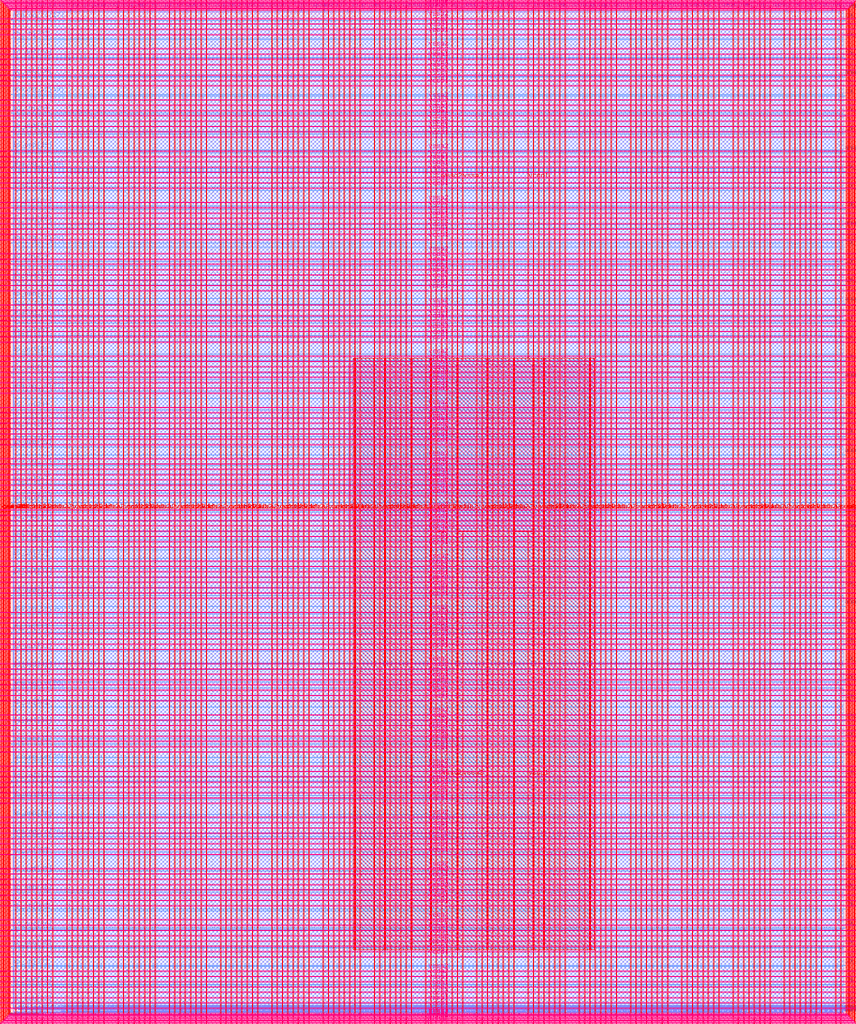
<source format=lef>
VERSION 5.7 ;
  NOWIREEXTENSIONATPIN ON ;
  DIVIDERCHAR "/" ;
  BUSBITCHARS "[]" ;
MACRO user_project_wrapper
  CLASS BLOCK ;
  FOREIGN user_project_wrapper ;
  ORIGIN 0.000 0.000 ;
  SIZE 2920.000 BY 3520.000 ;
  PIN analog_io[0]
    DIRECTION INOUT ;
    USE SIGNAL ;
    PORT
      LAYER met3 ;
        RECT 2917.600 1426.380 2924.800 1427.580 ;
    END
  END analog_io[0]
  PIN analog_io[10]
    DIRECTION INOUT ;
    USE SIGNAL ;
    PORT
      LAYER met2 ;
        RECT 2230.490 3517.600 2231.050 3524.800 ;
    END
  END analog_io[10]
  PIN analog_io[11]
    DIRECTION INOUT ;
    USE SIGNAL ;
    PORT
      LAYER met2 ;
        RECT 1905.730 3517.600 1906.290 3524.800 ;
    END
  END analog_io[11]
  PIN analog_io[12]
    DIRECTION INOUT ;
    USE SIGNAL ;
    PORT
      LAYER met2 ;
        RECT 1581.430 3517.600 1581.990 3524.800 ;
    END
  END analog_io[12]
  PIN analog_io[13]
    DIRECTION INOUT ;
    USE SIGNAL ;
    PORT
      LAYER met2 ;
        RECT 1257.130 3517.600 1257.690 3524.800 ;
    END
  END analog_io[13]
  PIN analog_io[14]
    DIRECTION INOUT ;
    USE SIGNAL ;
    PORT
      LAYER met2 ;
        RECT 932.370 3517.600 932.930 3524.800 ;
    END
  END analog_io[14]
  PIN analog_io[15]
    DIRECTION INOUT ;
    USE SIGNAL ;
    PORT
      LAYER met2 ;
        RECT 608.070 3517.600 608.630 3524.800 ;
    END
  END analog_io[15]
  PIN analog_io[16]
    DIRECTION INOUT ;
    USE SIGNAL ;
    PORT
      LAYER met2 ;
        RECT 283.770 3517.600 284.330 3524.800 ;
    END
  END analog_io[16]
  PIN analog_io[17]
    DIRECTION INOUT ;
    USE SIGNAL ;
    PORT
      LAYER met3 ;
        RECT -4.800 3486.100 2.400 3487.300 ;
    END
  END analog_io[17]
  PIN analog_io[18]
    DIRECTION INOUT ;
    USE SIGNAL ;
    PORT
      LAYER met3 ;
        RECT -4.800 3224.980 2.400 3226.180 ;
    END
  END analog_io[18]
  PIN analog_io[19]
    DIRECTION INOUT ;
    USE SIGNAL ;
    PORT
      LAYER met3 ;
        RECT -4.800 2964.540 2.400 2965.740 ;
    END
  END analog_io[19]
  PIN analog_io[1]
    DIRECTION INOUT ;
    USE SIGNAL ;
    PORT
      LAYER met3 ;
        RECT 2917.600 1692.260 2924.800 1693.460 ;
    END
  END analog_io[1]
  PIN analog_io[20]
    DIRECTION INOUT ;
    USE SIGNAL ;
    PORT
      LAYER met3 ;
        RECT -4.800 2703.420 2.400 2704.620 ;
    END
  END analog_io[20]
  PIN analog_io[21]
    DIRECTION INOUT ;
    USE SIGNAL ;
    PORT
      LAYER met3 ;
        RECT -4.800 2442.980 2.400 2444.180 ;
    END
  END analog_io[21]
  PIN analog_io[22]
    DIRECTION INOUT ;
    USE SIGNAL ;
    PORT
      LAYER met3 ;
        RECT -4.800 2182.540 2.400 2183.740 ;
    END
  END analog_io[22]
  PIN analog_io[23]
    DIRECTION INOUT ;
    USE SIGNAL ;
    PORT
      LAYER met3 ;
        RECT -4.800 1921.420 2.400 1922.620 ;
    END
  END analog_io[23]
  PIN analog_io[24]
    DIRECTION INOUT ;
    USE SIGNAL ;
    PORT
      LAYER met3 ;
        RECT -4.800 1660.980 2.400 1662.180 ;
    END
  END analog_io[24]
  PIN analog_io[25]
    DIRECTION INOUT ;
    USE SIGNAL ;
    PORT
      LAYER met3 ;
        RECT -4.800 1399.860 2.400 1401.060 ;
    END
  END analog_io[25]
  PIN analog_io[26]
    DIRECTION INOUT ;
    USE SIGNAL ;
    PORT
      LAYER met3 ;
        RECT -4.800 1139.420 2.400 1140.620 ;
    END
  END analog_io[26]
  PIN analog_io[27]
    DIRECTION INOUT ;
    USE SIGNAL ;
    PORT
      LAYER met3 ;
        RECT -4.800 878.980 2.400 880.180 ;
    END
  END analog_io[27]
  PIN analog_io[28]
    DIRECTION INOUT ;
    USE SIGNAL ;
    PORT
      LAYER met3 ;
        RECT -4.800 617.860 2.400 619.060 ;
    END
  END analog_io[28]
  PIN analog_io[2]
    DIRECTION INOUT ;
    USE SIGNAL ;
    PORT
      LAYER met3 ;
        RECT 2917.600 1958.140 2924.800 1959.340 ;
    END
  END analog_io[2]
  PIN analog_io[3]
    DIRECTION INOUT ;
    USE SIGNAL ;
    PORT
      LAYER met3 ;
        RECT 2917.600 2223.340 2924.800 2224.540 ;
    END
  END analog_io[3]
  PIN analog_io[4]
    DIRECTION INOUT ;
    USE SIGNAL ;
    PORT
      LAYER met3 ;
        RECT 2917.600 2489.220 2924.800 2490.420 ;
    END
  END analog_io[4]
  PIN analog_io[5]
    DIRECTION INOUT ;
    USE SIGNAL ;
    PORT
      LAYER met3 ;
        RECT 2917.600 2755.100 2924.800 2756.300 ;
    END
  END analog_io[5]
  PIN analog_io[6]
    DIRECTION INOUT ;
    USE SIGNAL ;
    PORT
      LAYER met3 ;
        RECT 2917.600 3020.300 2924.800 3021.500 ;
    END
  END analog_io[6]
  PIN analog_io[7]
    DIRECTION INOUT ;
    USE SIGNAL ;
    PORT
      LAYER met3 ;
        RECT 2917.600 3286.180 2924.800 3287.380 ;
    END
  END analog_io[7]
  PIN analog_io[8]
    DIRECTION INOUT ;
    USE SIGNAL ;
    PORT
      LAYER met2 ;
        RECT 2879.090 3517.600 2879.650 3524.800 ;
    END
  END analog_io[8]
  PIN analog_io[9]
    DIRECTION INOUT ;
    USE SIGNAL ;
    PORT
      LAYER met2 ;
        RECT 2554.790 3517.600 2555.350 3524.800 ;
    END
  END analog_io[9]
  PIN io_in[0]
    DIRECTION INPUT ;
    USE SIGNAL ;
    PORT
      LAYER met3 ;
        RECT 2917.600 32.380 2924.800 33.580 ;
    END
  END io_in[0]
  PIN io_in[10]
    DIRECTION INPUT ;
    USE SIGNAL ;
    PORT
      LAYER met3 ;
        RECT 2917.600 2289.980 2924.800 2291.180 ;
    END
  END io_in[10]
  PIN io_in[11]
    DIRECTION INPUT ;
    USE SIGNAL ;
    PORT
      LAYER met3 ;
        RECT 2917.600 2555.860 2924.800 2557.060 ;
    END
  END io_in[11]
  PIN io_in[12]
    DIRECTION INPUT ;
    USE SIGNAL ;
    PORT
      LAYER met3 ;
        RECT 2917.600 2821.060 2924.800 2822.260 ;
    END
  END io_in[12]
  PIN io_in[13]
    DIRECTION INPUT ;
    USE SIGNAL ;
    PORT
      LAYER met3 ;
        RECT 2917.600 3086.940 2924.800 3088.140 ;
    END
  END io_in[13]
  PIN io_in[14]
    DIRECTION INPUT ;
    USE SIGNAL ;
    PORT
      LAYER met3 ;
        RECT 2917.600 3352.820 2924.800 3354.020 ;
    END
  END io_in[14]
  PIN io_in[15]
    DIRECTION INPUT ;
    USE SIGNAL ;
    PORT
      LAYER met2 ;
        RECT 2798.130 3517.600 2798.690 3524.800 ;
    END
  END io_in[15]
  PIN io_in[16]
    DIRECTION INPUT ;
    USE SIGNAL ;
    PORT
      LAYER met2 ;
        RECT 2473.830 3517.600 2474.390 3524.800 ;
    END
  END io_in[16]
  PIN io_in[17]
    DIRECTION INPUT ;
    USE SIGNAL ;
    PORT
      LAYER met2 ;
        RECT 2149.070 3517.600 2149.630 3524.800 ;
    END
  END io_in[17]
  PIN io_in[18]
    DIRECTION INPUT ;
    USE SIGNAL ;
    PORT
      LAYER met2 ;
        RECT 1824.770 3517.600 1825.330 3524.800 ;
    END
  END io_in[18]
  PIN io_in[19]
    DIRECTION INPUT ;
    USE SIGNAL ;
    PORT
      LAYER met2 ;
        RECT 1500.470 3517.600 1501.030 3524.800 ;
    END
  END io_in[19]
  PIN io_in[1]
    DIRECTION INPUT ;
    USE SIGNAL ;
    PORT
      LAYER met3 ;
        RECT 2917.600 230.940 2924.800 232.140 ;
    END
  END io_in[1]
  PIN io_in[20]
    DIRECTION INPUT ;
    USE SIGNAL ;
    PORT
      LAYER met2 ;
        RECT 1175.710 3517.600 1176.270 3524.800 ;
    END
  END io_in[20]
  PIN io_in[21]
    DIRECTION INPUT ;
    USE SIGNAL ;
    PORT
      LAYER met2 ;
        RECT 851.410 3517.600 851.970 3524.800 ;
    END
  END io_in[21]
  PIN io_in[22]
    DIRECTION INPUT ;
    USE SIGNAL ;
    PORT
      LAYER met2 ;
        RECT 527.110 3517.600 527.670 3524.800 ;
    END
  END io_in[22]
  PIN io_in[23]
    DIRECTION INPUT ;
    USE SIGNAL ;
    PORT
      LAYER met2 ;
        RECT 202.350 3517.600 202.910 3524.800 ;
    END
  END io_in[23]
  PIN io_in[24]
    DIRECTION INPUT ;
    USE SIGNAL ;
    PORT
      LAYER met3 ;
        RECT -4.800 3420.820 2.400 3422.020 ;
    END
  END io_in[24]
  PIN io_in[25]
    DIRECTION INPUT ;
    USE SIGNAL ;
    PORT
      LAYER met3 ;
        RECT -4.800 3159.700 2.400 3160.900 ;
    END
  END io_in[25]
  PIN io_in[26]
    DIRECTION INPUT ;
    USE SIGNAL ;
    PORT
      LAYER met3 ;
        RECT -4.800 2899.260 2.400 2900.460 ;
    END
  END io_in[26]
  PIN io_in[27]
    DIRECTION INPUT ;
    USE SIGNAL ;
    PORT
      LAYER met3 ;
        RECT -4.800 2638.820 2.400 2640.020 ;
    END
  END io_in[27]
  PIN io_in[28]
    DIRECTION INPUT ;
    USE SIGNAL ;
    PORT
      LAYER met3 ;
        RECT -4.800 2377.700 2.400 2378.900 ;
    END
  END io_in[28]
  PIN io_in[29]
    DIRECTION INPUT ;
    USE SIGNAL ;
    PORT
      LAYER met3 ;
        RECT -4.800 2117.260 2.400 2118.460 ;
    END
  END io_in[29]
  PIN io_in[2]
    DIRECTION INPUT ;
    USE SIGNAL ;
    PORT
      LAYER met3 ;
        RECT 2917.600 430.180 2924.800 431.380 ;
    END
  END io_in[2]
  PIN io_in[30]
    DIRECTION INPUT ;
    USE SIGNAL ;
    PORT
      LAYER met3 ;
        RECT -4.800 1856.140 2.400 1857.340 ;
    END
  END io_in[30]
  PIN io_in[31]
    DIRECTION INPUT ;
    USE SIGNAL ;
    PORT
      LAYER met3 ;
        RECT -4.800 1595.700 2.400 1596.900 ;
    END
  END io_in[31]
  PIN io_in[32]
    DIRECTION INPUT ;
    USE SIGNAL ;
    PORT
      LAYER met3 ;
        RECT -4.800 1335.260 2.400 1336.460 ;
    END
  END io_in[32]
  PIN io_in[33]
    DIRECTION INPUT ;
    USE SIGNAL ;
    PORT
      LAYER met3 ;
        RECT -4.800 1074.140 2.400 1075.340 ;
    END
  END io_in[33]
  PIN io_in[34]
    DIRECTION INPUT ;
    USE SIGNAL ;
    PORT
      LAYER met3 ;
        RECT -4.800 813.700 2.400 814.900 ;
    END
  END io_in[34]
  PIN io_in[35]
    DIRECTION INPUT ;
    USE SIGNAL ;
    PORT
      LAYER met3 ;
        RECT -4.800 552.580 2.400 553.780 ;
    END
  END io_in[35]
  PIN io_in[36]
    DIRECTION INPUT ;
    USE SIGNAL ;
    PORT
      LAYER met3 ;
        RECT -4.800 357.420 2.400 358.620 ;
    END
  END io_in[36]
  PIN io_in[37]
    DIRECTION INPUT ;
    USE SIGNAL ;
    PORT
      LAYER met3 ;
        RECT -4.800 161.580 2.400 162.780 ;
    END
  END io_in[37]
  PIN io_in[3]
    DIRECTION INPUT ;
    USE SIGNAL ;
    PORT
      LAYER met3 ;
        RECT 2917.600 629.420 2924.800 630.620 ;
    END
  END io_in[3]
  PIN io_in[4]
    DIRECTION INPUT ;
    USE SIGNAL ;
    PORT
      LAYER met3 ;
        RECT 2917.600 828.660 2924.800 829.860 ;
    END
  END io_in[4]
  PIN io_in[5]
    DIRECTION INPUT ;
    USE SIGNAL ;
    PORT
      LAYER met3 ;
        RECT 2917.600 1027.900 2924.800 1029.100 ;
    END
  END io_in[5]
  PIN io_in[6]
    DIRECTION INPUT ;
    USE SIGNAL ;
    PORT
      LAYER met3 ;
        RECT 2917.600 1227.140 2924.800 1228.340 ;
    END
  END io_in[6]
  PIN io_in[7]
    DIRECTION INPUT ;
    USE SIGNAL ;
    PORT
      LAYER met3 ;
        RECT 2917.600 1493.020 2924.800 1494.220 ;
    END
  END io_in[7]
  PIN io_in[8]
    DIRECTION INPUT ;
    USE SIGNAL ;
    PORT
      LAYER met3 ;
        RECT 2917.600 1758.900 2924.800 1760.100 ;
    END
  END io_in[8]
  PIN io_in[9]
    DIRECTION INPUT ;
    USE SIGNAL ;
    PORT
      LAYER met3 ;
        RECT 2917.600 2024.100 2924.800 2025.300 ;
    END
  END io_in[9]
  PIN io_oeb[0]
    DIRECTION OUTPUT TRISTATE ;
    USE SIGNAL ;
    PORT
      LAYER met3 ;
        RECT 2917.600 164.980 2924.800 166.180 ;
    END
  END io_oeb[0]
  PIN io_oeb[10]
    DIRECTION OUTPUT TRISTATE ;
    USE SIGNAL ;
    PORT
      LAYER met3 ;
        RECT 2917.600 2422.580 2924.800 2423.780 ;
    END
  END io_oeb[10]
  PIN io_oeb[11]
    DIRECTION OUTPUT TRISTATE ;
    USE SIGNAL ;
    PORT
      LAYER met3 ;
        RECT 2917.600 2688.460 2924.800 2689.660 ;
    END
  END io_oeb[11]
  PIN io_oeb[12]
    DIRECTION OUTPUT TRISTATE ;
    USE SIGNAL ;
    PORT
      LAYER met3 ;
        RECT 2917.600 2954.340 2924.800 2955.540 ;
    END
  END io_oeb[12]
  PIN io_oeb[13]
    DIRECTION OUTPUT TRISTATE ;
    USE SIGNAL ;
    PORT
      LAYER met3 ;
        RECT 2917.600 3219.540 2924.800 3220.740 ;
    END
  END io_oeb[13]
  PIN io_oeb[14]
    DIRECTION OUTPUT TRISTATE ;
    USE SIGNAL ;
    PORT
      LAYER met3 ;
        RECT 2917.600 3485.420 2924.800 3486.620 ;
    END
  END io_oeb[14]
  PIN io_oeb[15]
    DIRECTION OUTPUT TRISTATE ;
    USE SIGNAL ;
    PORT
      LAYER met2 ;
        RECT 2635.750 3517.600 2636.310 3524.800 ;
    END
  END io_oeb[15]
  PIN io_oeb[16]
    DIRECTION OUTPUT TRISTATE ;
    USE SIGNAL ;
    PORT
      LAYER met2 ;
        RECT 2311.450 3517.600 2312.010 3524.800 ;
    END
  END io_oeb[16]
  PIN io_oeb[17]
    DIRECTION OUTPUT TRISTATE ;
    USE SIGNAL ;
    PORT
      LAYER met2 ;
        RECT 1987.150 3517.600 1987.710 3524.800 ;
    END
  END io_oeb[17]
  PIN io_oeb[18]
    DIRECTION OUTPUT TRISTATE ;
    USE SIGNAL ;
    PORT
      LAYER met2 ;
        RECT 1662.390 3517.600 1662.950 3524.800 ;
    END
  END io_oeb[18]
  PIN io_oeb[19]
    DIRECTION OUTPUT TRISTATE ;
    USE SIGNAL ;
    PORT
      LAYER met2 ;
        RECT 1338.090 3517.600 1338.650 3524.800 ;
    END
  END io_oeb[19]
  PIN io_oeb[1]
    DIRECTION OUTPUT TRISTATE ;
    USE SIGNAL ;
    PORT
      LAYER met3 ;
        RECT 2917.600 364.220 2924.800 365.420 ;
    END
  END io_oeb[1]
  PIN io_oeb[20]
    DIRECTION OUTPUT TRISTATE ;
    USE SIGNAL ;
    PORT
      LAYER met2 ;
        RECT 1013.790 3517.600 1014.350 3524.800 ;
    END
  END io_oeb[20]
  PIN io_oeb[21]
    DIRECTION OUTPUT TRISTATE ;
    USE SIGNAL ;
    PORT
      LAYER met2 ;
        RECT 689.030 3517.600 689.590 3524.800 ;
    END
  END io_oeb[21]
  PIN io_oeb[22]
    DIRECTION OUTPUT TRISTATE ;
    USE SIGNAL ;
    PORT
      LAYER met2 ;
        RECT 364.730 3517.600 365.290 3524.800 ;
    END
  END io_oeb[22]
  PIN io_oeb[23]
    DIRECTION OUTPUT TRISTATE ;
    USE SIGNAL ;
    PORT
      LAYER met2 ;
        RECT 40.430 3517.600 40.990 3524.800 ;
    END
  END io_oeb[23]
  PIN io_oeb[24]
    DIRECTION OUTPUT TRISTATE ;
    USE SIGNAL ;
    PORT
      LAYER met3 ;
        RECT -4.800 3290.260 2.400 3291.460 ;
    END
  END io_oeb[24]
  PIN io_oeb[25]
    DIRECTION OUTPUT TRISTATE ;
    USE SIGNAL ;
    PORT
      LAYER met3 ;
        RECT -4.800 3029.820 2.400 3031.020 ;
    END
  END io_oeb[25]
  PIN io_oeb[26]
    DIRECTION OUTPUT TRISTATE ;
    USE SIGNAL ;
    PORT
      LAYER met3 ;
        RECT -4.800 2768.700 2.400 2769.900 ;
    END
  END io_oeb[26]
  PIN io_oeb[27]
    DIRECTION OUTPUT TRISTATE ;
    USE SIGNAL ;
    PORT
      LAYER met3 ;
        RECT -4.800 2508.260 2.400 2509.460 ;
    END
  END io_oeb[27]
  PIN io_oeb[28]
    DIRECTION OUTPUT TRISTATE ;
    USE SIGNAL ;
    PORT
      LAYER met3 ;
        RECT -4.800 2247.140 2.400 2248.340 ;
    END
  END io_oeb[28]
  PIN io_oeb[29]
    DIRECTION OUTPUT TRISTATE ;
    USE SIGNAL ;
    PORT
      LAYER met3 ;
        RECT -4.800 1986.700 2.400 1987.900 ;
    END
  END io_oeb[29]
  PIN io_oeb[2]
    DIRECTION OUTPUT TRISTATE ;
    USE SIGNAL ;
    PORT
      LAYER met3 ;
        RECT 2917.600 563.460 2924.800 564.660 ;
    END
  END io_oeb[2]
  PIN io_oeb[30]
    DIRECTION OUTPUT TRISTATE ;
    USE SIGNAL ;
    PORT
      LAYER met3 ;
        RECT -4.800 1726.260 2.400 1727.460 ;
    END
  END io_oeb[30]
  PIN io_oeb[31]
    DIRECTION OUTPUT TRISTATE ;
    USE SIGNAL ;
    PORT
      LAYER met3 ;
        RECT -4.800 1465.140 2.400 1466.340 ;
    END
  END io_oeb[31]
  PIN io_oeb[32]
    DIRECTION OUTPUT TRISTATE ;
    USE SIGNAL ;
    PORT
      LAYER met3 ;
        RECT -4.800 1204.700 2.400 1205.900 ;
    END
  END io_oeb[32]
  PIN io_oeb[33]
    DIRECTION OUTPUT TRISTATE ;
    USE SIGNAL ;
    PORT
      LAYER met3 ;
        RECT -4.800 943.580 2.400 944.780 ;
    END
  END io_oeb[33]
  PIN io_oeb[34]
    DIRECTION OUTPUT TRISTATE ;
    USE SIGNAL ;
    PORT
      LAYER met3 ;
        RECT -4.800 683.140 2.400 684.340 ;
    END
  END io_oeb[34]
  PIN io_oeb[35]
    DIRECTION OUTPUT TRISTATE ;
    USE SIGNAL ;
    PORT
      LAYER met3 ;
        RECT -4.800 422.700 2.400 423.900 ;
    END
  END io_oeb[35]
  PIN io_oeb[36]
    DIRECTION OUTPUT TRISTATE ;
    USE SIGNAL ;
    PORT
      LAYER met3 ;
        RECT -4.800 226.860 2.400 228.060 ;
    END
  END io_oeb[36]
  PIN io_oeb[37]
    DIRECTION OUTPUT TRISTATE ;
    USE SIGNAL ;
    PORT
      LAYER met3 ;
        RECT -4.800 31.700 2.400 32.900 ;
    END
  END io_oeb[37]
  PIN io_oeb[3]
    DIRECTION OUTPUT TRISTATE ;
    USE SIGNAL ;
    PORT
      LAYER met3 ;
        RECT 2917.600 762.700 2924.800 763.900 ;
    END
  END io_oeb[3]
  PIN io_oeb[4]
    DIRECTION OUTPUT TRISTATE ;
    USE SIGNAL ;
    PORT
      LAYER met3 ;
        RECT 2917.600 961.940 2924.800 963.140 ;
    END
  END io_oeb[4]
  PIN io_oeb[5]
    DIRECTION OUTPUT TRISTATE ;
    USE SIGNAL ;
    PORT
      LAYER met3 ;
        RECT 2917.600 1161.180 2924.800 1162.380 ;
    END
  END io_oeb[5]
  PIN io_oeb[6]
    DIRECTION OUTPUT TRISTATE ;
    USE SIGNAL ;
    PORT
      LAYER met3 ;
        RECT 2917.600 1360.420 2924.800 1361.620 ;
    END
  END io_oeb[6]
  PIN io_oeb[7]
    DIRECTION OUTPUT TRISTATE ;
    USE SIGNAL ;
    PORT
      LAYER met3 ;
        RECT 2917.600 1625.620 2924.800 1626.820 ;
    END
  END io_oeb[7]
  PIN io_oeb[8]
    DIRECTION OUTPUT TRISTATE ;
    USE SIGNAL ;
    PORT
      LAYER met3 ;
        RECT 2917.600 1891.500 2924.800 1892.700 ;
    END
  END io_oeb[8]
  PIN io_oeb[9]
    DIRECTION OUTPUT TRISTATE ;
    USE SIGNAL ;
    PORT
      LAYER met3 ;
        RECT 2917.600 2157.380 2924.800 2158.580 ;
    END
  END io_oeb[9]
  PIN io_out[0]
    DIRECTION OUTPUT TRISTATE ;
    USE SIGNAL ;
    PORT
      LAYER met3 ;
        RECT 2917.600 98.340 2924.800 99.540 ;
    END
  END io_out[0]
  PIN io_out[10]
    DIRECTION OUTPUT TRISTATE ;
    USE SIGNAL ;
    PORT
      LAYER met3 ;
        RECT 2917.600 2356.620 2924.800 2357.820 ;
    END
  END io_out[10]
  PIN io_out[11]
    DIRECTION OUTPUT TRISTATE ;
    USE SIGNAL ;
    PORT
      LAYER met3 ;
        RECT 2917.600 2621.820 2924.800 2623.020 ;
    END
  END io_out[11]
  PIN io_out[12]
    DIRECTION OUTPUT TRISTATE ;
    USE SIGNAL ;
    PORT
      LAYER met3 ;
        RECT 2917.600 2887.700 2924.800 2888.900 ;
    END
  END io_out[12]
  PIN io_out[13]
    DIRECTION OUTPUT TRISTATE ;
    USE SIGNAL ;
    PORT
      LAYER met3 ;
        RECT 2917.600 3153.580 2924.800 3154.780 ;
    END
  END io_out[13]
  PIN io_out[14]
    DIRECTION OUTPUT TRISTATE ;
    USE SIGNAL ;
    PORT
      LAYER met3 ;
        RECT 2917.600 3418.780 2924.800 3419.980 ;
    END
  END io_out[14]
  PIN io_out[15]
    DIRECTION OUTPUT TRISTATE ;
    USE SIGNAL ;
    PORT
      LAYER met2 ;
        RECT 2717.170 3517.600 2717.730 3524.800 ;
    END
  END io_out[15]
  PIN io_out[16]
    DIRECTION OUTPUT TRISTATE ;
    USE SIGNAL ;
    PORT
      LAYER met2 ;
        RECT 2392.410 3517.600 2392.970 3524.800 ;
    END
  END io_out[16]
  PIN io_out[17]
    DIRECTION OUTPUT TRISTATE ;
    USE SIGNAL ;
    PORT
      LAYER met2 ;
        RECT 2068.110 3517.600 2068.670 3524.800 ;
    END
  END io_out[17]
  PIN io_out[18]
    DIRECTION OUTPUT TRISTATE ;
    USE SIGNAL ;
    PORT
      LAYER met2 ;
        RECT 1743.810 3517.600 1744.370 3524.800 ;
    END
  END io_out[18]
  PIN io_out[19]
    DIRECTION OUTPUT TRISTATE ;
    USE SIGNAL ;
    PORT
      LAYER met2 ;
        RECT 1419.050 3517.600 1419.610 3524.800 ;
    END
  END io_out[19]
  PIN io_out[1]
    DIRECTION OUTPUT TRISTATE ;
    USE SIGNAL ;
    PORT
      LAYER met3 ;
        RECT 2917.600 297.580 2924.800 298.780 ;
    END
  END io_out[1]
  PIN io_out[20]
    DIRECTION OUTPUT TRISTATE ;
    USE SIGNAL ;
    PORT
      LAYER met2 ;
        RECT 1094.750 3517.600 1095.310 3524.800 ;
    END
  END io_out[20]
  PIN io_out[21]
    DIRECTION OUTPUT TRISTATE ;
    USE SIGNAL ;
    PORT
      LAYER met2 ;
        RECT 770.450 3517.600 771.010 3524.800 ;
    END
  END io_out[21]
  PIN io_out[22]
    DIRECTION OUTPUT TRISTATE ;
    USE SIGNAL ;
    PORT
      LAYER met2 ;
        RECT 445.690 3517.600 446.250 3524.800 ;
    END
  END io_out[22]
  PIN io_out[23]
    DIRECTION OUTPUT TRISTATE ;
    USE SIGNAL ;
    PORT
      LAYER met2 ;
        RECT 121.390 3517.600 121.950 3524.800 ;
    END
  END io_out[23]
  PIN io_out[24]
    DIRECTION OUTPUT TRISTATE ;
    USE SIGNAL ;
    PORT
      LAYER met3 ;
        RECT -4.800 3355.540 2.400 3356.740 ;
    END
  END io_out[24]
  PIN io_out[25]
    DIRECTION OUTPUT TRISTATE ;
    USE SIGNAL ;
    PORT
      LAYER met3 ;
        RECT -4.800 3095.100 2.400 3096.300 ;
    END
  END io_out[25]
  PIN io_out[26]
    DIRECTION OUTPUT TRISTATE ;
    USE SIGNAL ;
    PORT
      LAYER met3 ;
        RECT -4.800 2833.980 2.400 2835.180 ;
    END
  END io_out[26]
  PIN io_out[27]
    DIRECTION OUTPUT TRISTATE ;
    USE SIGNAL ;
    PORT
      LAYER met3 ;
        RECT -4.800 2573.540 2.400 2574.740 ;
    END
  END io_out[27]
  PIN io_out[28]
    DIRECTION OUTPUT TRISTATE ;
    USE SIGNAL ;
    PORT
      LAYER met3 ;
        RECT -4.800 2312.420 2.400 2313.620 ;
    END
  END io_out[28]
  PIN io_out[29]
    DIRECTION OUTPUT TRISTATE ;
    USE SIGNAL ;
    PORT
      LAYER met3 ;
        RECT -4.800 2051.980 2.400 2053.180 ;
    END
  END io_out[29]
  PIN io_out[2]
    DIRECTION OUTPUT TRISTATE ;
    USE SIGNAL ;
    PORT
      LAYER met3 ;
        RECT 2917.600 496.820 2924.800 498.020 ;
    END
  END io_out[2]
  PIN io_out[30]
    DIRECTION OUTPUT TRISTATE ;
    USE SIGNAL ;
    PORT
      LAYER met3 ;
        RECT -4.800 1791.540 2.400 1792.740 ;
    END
  END io_out[30]
  PIN io_out[31]
    DIRECTION OUTPUT TRISTATE ;
    USE SIGNAL ;
    PORT
      LAYER met3 ;
        RECT -4.800 1530.420 2.400 1531.620 ;
    END
  END io_out[31]
  PIN io_out[32]
    DIRECTION OUTPUT TRISTATE ;
    USE SIGNAL ;
    PORT
      LAYER met3 ;
        RECT -4.800 1269.980 2.400 1271.180 ;
    END
  END io_out[32]
  PIN io_out[33]
    DIRECTION OUTPUT TRISTATE ;
    USE SIGNAL ;
    PORT
      LAYER met3 ;
        RECT -4.800 1008.860 2.400 1010.060 ;
    END
  END io_out[33]
  PIN io_out[34]
    DIRECTION OUTPUT TRISTATE ;
    USE SIGNAL ;
    PORT
      LAYER met3 ;
        RECT -4.800 748.420 2.400 749.620 ;
    END
  END io_out[34]
  PIN io_out[35]
    DIRECTION OUTPUT TRISTATE ;
    USE SIGNAL ;
    PORT
      LAYER met3 ;
        RECT -4.800 487.300 2.400 488.500 ;
    END
  END io_out[35]
  PIN io_out[36]
    DIRECTION OUTPUT TRISTATE ;
    USE SIGNAL ;
    PORT
      LAYER met3 ;
        RECT -4.800 292.140 2.400 293.340 ;
    END
  END io_out[36]
  PIN io_out[37]
    DIRECTION OUTPUT TRISTATE ;
    USE SIGNAL ;
    PORT
      LAYER met3 ;
        RECT -4.800 96.300 2.400 97.500 ;
    END
  END io_out[37]
  PIN io_out[3]
    DIRECTION OUTPUT TRISTATE ;
    USE SIGNAL ;
    PORT
      LAYER met3 ;
        RECT 2917.600 696.060 2924.800 697.260 ;
    END
  END io_out[3]
  PIN io_out[4]
    DIRECTION OUTPUT TRISTATE ;
    USE SIGNAL ;
    PORT
      LAYER met3 ;
        RECT 2917.600 895.300 2924.800 896.500 ;
    END
  END io_out[4]
  PIN io_out[5]
    DIRECTION OUTPUT TRISTATE ;
    USE SIGNAL ;
    PORT
      LAYER met3 ;
        RECT 2917.600 1094.540 2924.800 1095.740 ;
    END
  END io_out[5]
  PIN io_out[6]
    DIRECTION OUTPUT TRISTATE ;
    USE SIGNAL ;
    PORT
      LAYER met3 ;
        RECT 2917.600 1293.780 2924.800 1294.980 ;
    END
  END io_out[6]
  PIN io_out[7]
    DIRECTION OUTPUT TRISTATE ;
    USE SIGNAL ;
    PORT
      LAYER met3 ;
        RECT 2917.600 1559.660 2924.800 1560.860 ;
    END
  END io_out[7]
  PIN io_out[8]
    DIRECTION OUTPUT TRISTATE ;
    USE SIGNAL ;
    PORT
      LAYER met3 ;
        RECT 2917.600 1824.860 2924.800 1826.060 ;
    END
  END io_out[8]
  PIN io_out[9]
    DIRECTION OUTPUT TRISTATE ;
    USE SIGNAL ;
    PORT
      LAYER met3 ;
        RECT 2917.600 2090.740 2924.800 2091.940 ;
    END
  END io_out[9]
  PIN la_data_in[0]
    DIRECTION INPUT ;
    USE SIGNAL ;
    PORT
      LAYER met2 ;
        RECT 629.230 -4.800 629.790 2.400 ;
    END
  END la_data_in[0]
  PIN la_data_in[100]
    DIRECTION INPUT ;
    USE SIGNAL ;
    PORT
      LAYER met2 ;
        RECT 2402.530 -4.800 2403.090 2.400 ;
    END
  END la_data_in[100]
  PIN la_data_in[101]
    DIRECTION INPUT ;
    USE SIGNAL ;
    PORT
      LAYER met2 ;
        RECT 2420.010 -4.800 2420.570 2.400 ;
    END
  END la_data_in[101]
  PIN la_data_in[102]
    DIRECTION INPUT ;
    USE SIGNAL ;
    PORT
      LAYER met2 ;
        RECT 2437.950 -4.800 2438.510 2.400 ;
    END
  END la_data_in[102]
  PIN la_data_in[103]
    DIRECTION INPUT ;
    USE SIGNAL ;
    PORT
      LAYER met2 ;
        RECT 2455.430 -4.800 2455.990 2.400 ;
    END
  END la_data_in[103]
  PIN la_data_in[104]
    DIRECTION INPUT ;
    USE SIGNAL ;
    PORT
      LAYER met2 ;
        RECT 2473.370 -4.800 2473.930 2.400 ;
    END
  END la_data_in[104]
  PIN la_data_in[105]
    DIRECTION INPUT ;
    USE SIGNAL ;
    PORT
      LAYER met2 ;
        RECT 2490.850 -4.800 2491.410 2.400 ;
    END
  END la_data_in[105]
  PIN la_data_in[106]
    DIRECTION INPUT ;
    USE SIGNAL ;
    PORT
      LAYER met2 ;
        RECT 2508.790 -4.800 2509.350 2.400 ;
    END
  END la_data_in[106]
  PIN la_data_in[107]
    DIRECTION INPUT ;
    USE SIGNAL ;
    PORT
      LAYER met2 ;
        RECT 2526.730 -4.800 2527.290 2.400 ;
    END
  END la_data_in[107]
  PIN la_data_in[108]
    DIRECTION INPUT ;
    USE SIGNAL ;
    PORT
      LAYER met2 ;
        RECT 2544.210 -4.800 2544.770 2.400 ;
    END
  END la_data_in[108]
  PIN la_data_in[109]
    DIRECTION INPUT ;
    USE SIGNAL ;
    PORT
      LAYER met2 ;
        RECT 2562.150 -4.800 2562.710 2.400 ;
    END
  END la_data_in[109]
  PIN la_data_in[10]
    DIRECTION INPUT ;
    USE SIGNAL ;
    PORT
      LAYER met2 ;
        RECT 806.330 -4.800 806.890 2.400 ;
    END
  END la_data_in[10]
  PIN la_data_in[110]
    DIRECTION INPUT ;
    USE SIGNAL ;
    PORT
      LAYER met2 ;
        RECT 2579.630 -4.800 2580.190 2.400 ;
    END
  END la_data_in[110]
  PIN la_data_in[111]
    DIRECTION INPUT ;
    USE SIGNAL ;
    PORT
      LAYER met2 ;
        RECT 2597.570 -4.800 2598.130 2.400 ;
    END
  END la_data_in[111]
  PIN la_data_in[112]
    DIRECTION INPUT ;
    USE SIGNAL ;
    PORT
      LAYER met2 ;
        RECT 2615.050 -4.800 2615.610 2.400 ;
    END
  END la_data_in[112]
  PIN la_data_in[113]
    DIRECTION INPUT ;
    USE SIGNAL ;
    PORT
      LAYER met2 ;
        RECT 2632.990 -4.800 2633.550 2.400 ;
    END
  END la_data_in[113]
  PIN la_data_in[114]
    DIRECTION INPUT ;
    USE SIGNAL ;
    PORT
      LAYER met2 ;
        RECT 2650.470 -4.800 2651.030 2.400 ;
    END
  END la_data_in[114]
  PIN la_data_in[115]
    DIRECTION INPUT ;
    USE SIGNAL ;
    PORT
      LAYER met2 ;
        RECT 2668.410 -4.800 2668.970 2.400 ;
    END
  END la_data_in[115]
  PIN la_data_in[116]
    DIRECTION INPUT ;
    USE SIGNAL ;
    PORT
      LAYER met2 ;
        RECT 2685.890 -4.800 2686.450 2.400 ;
    END
  END la_data_in[116]
  PIN la_data_in[117]
    DIRECTION INPUT ;
    USE SIGNAL ;
    PORT
      LAYER met2 ;
        RECT 2703.830 -4.800 2704.390 2.400 ;
    END
  END la_data_in[117]
  PIN la_data_in[118]
    DIRECTION INPUT ;
    USE SIGNAL ;
    PORT
      LAYER met2 ;
        RECT 2721.770 -4.800 2722.330 2.400 ;
    END
  END la_data_in[118]
  PIN la_data_in[119]
    DIRECTION INPUT ;
    USE SIGNAL ;
    PORT
      LAYER met2 ;
        RECT 2739.250 -4.800 2739.810 2.400 ;
    END
  END la_data_in[119]
  PIN la_data_in[11]
    DIRECTION INPUT ;
    USE SIGNAL ;
    PORT
      LAYER met2 ;
        RECT 824.270 -4.800 824.830 2.400 ;
    END
  END la_data_in[11]
  PIN la_data_in[120]
    DIRECTION INPUT ;
    USE SIGNAL ;
    PORT
      LAYER met2 ;
        RECT 2757.190 -4.800 2757.750 2.400 ;
    END
  END la_data_in[120]
  PIN la_data_in[121]
    DIRECTION INPUT ;
    USE SIGNAL ;
    PORT
      LAYER met2 ;
        RECT 2774.670 -4.800 2775.230 2.400 ;
    END
  END la_data_in[121]
  PIN la_data_in[122]
    DIRECTION INPUT ;
    USE SIGNAL ;
    PORT
      LAYER met2 ;
        RECT 2792.610 -4.800 2793.170 2.400 ;
    END
  END la_data_in[122]
  PIN la_data_in[123]
    DIRECTION INPUT ;
    USE SIGNAL ;
    PORT
      LAYER met2 ;
        RECT 2810.090 -4.800 2810.650 2.400 ;
    END
  END la_data_in[123]
  PIN la_data_in[124]
    DIRECTION INPUT ;
    USE SIGNAL ;
    PORT
      LAYER met2 ;
        RECT 2828.030 -4.800 2828.590 2.400 ;
    END
  END la_data_in[124]
  PIN la_data_in[125]
    DIRECTION INPUT ;
    USE SIGNAL ;
    PORT
      LAYER met2 ;
        RECT 2845.510 -4.800 2846.070 2.400 ;
    END
  END la_data_in[125]
  PIN la_data_in[126]
    DIRECTION INPUT ;
    USE SIGNAL ;
    PORT
      LAYER met2 ;
        RECT 2863.450 -4.800 2864.010 2.400 ;
    END
  END la_data_in[126]
  PIN la_data_in[127]
    DIRECTION INPUT ;
    USE SIGNAL ;
    PORT
      LAYER met2 ;
        RECT 2881.390 -4.800 2881.950 2.400 ;
    END
  END la_data_in[127]
  PIN la_data_in[12]
    DIRECTION INPUT ;
    USE SIGNAL ;
    PORT
      LAYER met2 ;
        RECT 841.750 -4.800 842.310 2.400 ;
    END
  END la_data_in[12]
  PIN la_data_in[13]
    DIRECTION INPUT ;
    USE SIGNAL ;
    PORT
      LAYER met2 ;
        RECT 859.690 -4.800 860.250 2.400 ;
    END
  END la_data_in[13]
  PIN la_data_in[14]
    DIRECTION INPUT ;
    USE SIGNAL ;
    PORT
      LAYER met2 ;
        RECT 877.170 -4.800 877.730 2.400 ;
    END
  END la_data_in[14]
  PIN la_data_in[15]
    DIRECTION INPUT ;
    USE SIGNAL ;
    PORT
      LAYER met2 ;
        RECT 895.110 -4.800 895.670 2.400 ;
    END
  END la_data_in[15]
  PIN la_data_in[16]
    DIRECTION INPUT ;
    USE SIGNAL ;
    PORT
      LAYER met2 ;
        RECT 912.590 -4.800 913.150 2.400 ;
    END
  END la_data_in[16]
  PIN la_data_in[17]
    DIRECTION INPUT ;
    USE SIGNAL ;
    PORT
      LAYER met2 ;
        RECT 930.530 -4.800 931.090 2.400 ;
    END
  END la_data_in[17]
  PIN la_data_in[18]
    DIRECTION INPUT ;
    USE SIGNAL ;
    PORT
      LAYER met2 ;
        RECT 948.470 -4.800 949.030 2.400 ;
    END
  END la_data_in[18]
  PIN la_data_in[19]
    DIRECTION INPUT ;
    USE SIGNAL ;
    PORT
      LAYER met2 ;
        RECT 965.950 -4.800 966.510 2.400 ;
    END
  END la_data_in[19]
  PIN la_data_in[1]
    DIRECTION INPUT ;
    USE SIGNAL ;
    PORT
      LAYER met2 ;
        RECT 646.710 -4.800 647.270 2.400 ;
    END
  END la_data_in[1]
  PIN la_data_in[20]
    DIRECTION INPUT ;
    USE SIGNAL ;
    PORT
      LAYER met2 ;
        RECT 983.890 -4.800 984.450 2.400 ;
    END
  END la_data_in[20]
  PIN la_data_in[21]
    DIRECTION INPUT ;
    USE SIGNAL ;
    PORT
      LAYER met2 ;
        RECT 1001.370 -4.800 1001.930 2.400 ;
    END
  END la_data_in[21]
  PIN la_data_in[22]
    DIRECTION INPUT ;
    USE SIGNAL ;
    PORT
      LAYER met2 ;
        RECT 1019.310 -4.800 1019.870 2.400 ;
    END
  END la_data_in[22]
  PIN la_data_in[23]
    DIRECTION INPUT ;
    USE SIGNAL ;
    PORT
      LAYER met2 ;
        RECT 1036.790 -4.800 1037.350 2.400 ;
    END
  END la_data_in[23]
  PIN la_data_in[24]
    DIRECTION INPUT ;
    USE SIGNAL ;
    PORT
      LAYER met2 ;
        RECT 1054.730 -4.800 1055.290 2.400 ;
    END
  END la_data_in[24]
  PIN la_data_in[25]
    DIRECTION INPUT ;
    USE SIGNAL ;
    PORT
      LAYER met2 ;
        RECT 1072.210 -4.800 1072.770 2.400 ;
    END
  END la_data_in[25]
  PIN la_data_in[26]
    DIRECTION INPUT ;
    USE SIGNAL ;
    PORT
      LAYER met2 ;
        RECT 1090.150 -4.800 1090.710 2.400 ;
    END
  END la_data_in[26]
  PIN la_data_in[27]
    DIRECTION INPUT ;
    USE SIGNAL ;
    PORT
      LAYER met2 ;
        RECT 1107.630 -4.800 1108.190 2.400 ;
    END
  END la_data_in[27]
  PIN la_data_in[28]
    DIRECTION INPUT ;
    USE SIGNAL ;
    PORT
      LAYER met2 ;
        RECT 1125.570 -4.800 1126.130 2.400 ;
    END
  END la_data_in[28]
  PIN la_data_in[29]
    DIRECTION INPUT ;
    USE SIGNAL ;
    PORT
      LAYER met2 ;
        RECT 1143.510 -4.800 1144.070 2.400 ;
    END
  END la_data_in[29]
  PIN la_data_in[2]
    DIRECTION INPUT ;
    USE SIGNAL ;
    PORT
      LAYER met2 ;
        RECT 664.650 -4.800 665.210 2.400 ;
    END
  END la_data_in[2]
  PIN la_data_in[30]
    DIRECTION INPUT ;
    USE SIGNAL ;
    PORT
      LAYER met2 ;
        RECT 1160.990 -4.800 1161.550 2.400 ;
    END
  END la_data_in[30]
  PIN la_data_in[31]
    DIRECTION INPUT ;
    USE SIGNAL ;
    PORT
      LAYER met2 ;
        RECT 1178.930 -4.800 1179.490 2.400 ;
    END
  END la_data_in[31]
  PIN la_data_in[32]
    DIRECTION INPUT ;
    USE SIGNAL ;
    PORT
      LAYER met2 ;
        RECT 1196.410 -4.800 1196.970 2.400 ;
    END
  END la_data_in[32]
  PIN la_data_in[33]
    DIRECTION INPUT ;
    USE SIGNAL ;
    PORT
      LAYER met2 ;
        RECT 1214.350 -4.800 1214.910 2.400 ;
    END
  END la_data_in[33]
  PIN la_data_in[34]
    DIRECTION INPUT ;
    USE SIGNAL ;
    PORT
      LAYER met2 ;
        RECT 1231.830 -4.800 1232.390 2.400 ;
    END
  END la_data_in[34]
  PIN la_data_in[35]
    DIRECTION INPUT ;
    USE SIGNAL ;
    PORT
      LAYER met2 ;
        RECT 1249.770 -4.800 1250.330 2.400 ;
    END
  END la_data_in[35]
  PIN la_data_in[36]
    DIRECTION INPUT ;
    USE SIGNAL ;
    PORT
      LAYER met2 ;
        RECT 1267.250 -4.800 1267.810 2.400 ;
    END
  END la_data_in[36]
  PIN la_data_in[37]
    DIRECTION INPUT ;
    USE SIGNAL ;
    PORT
      LAYER met2 ;
        RECT 1285.190 -4.800 1285.750 2.400 ;
    END
  END la_data_in[37]
  PIN la_data_in[38]
    DIRECTION INPUT ;
    USE SIGNAL ;
    PORT
      LAYER met2 ;
        RECT 1303.130 -4.800 1303.690 2.400 ;
    END
  END la_data_in[38]
  PIN la_data_in[39]
    DIRECTION INPUT ;
    USE SIGNAL ;
    PORT
      LAYER met2 ;
        RECT 1320.610 -4.800 1321.170 2.400 ;
    END
  END la_data_in[39]
  PIN la_data_in[3]
    DIRECTION INPUT ;
    USE SIGNAL ;
    PORT
      LAYER met2 ;
        RECT 682.130 -4.800 682.690 2.400 ;
    END
  END la_data_in[3]
  PIN la_data_in[40]
    DIRECTION INPUT ;
    USE SIGNAL ;
    PORT
      LAYER met2 ;
        RECT 1338.550 -4.800 1339.110 2.400 ;
    END
  END la_data_in[40]
  PIN la_data_in[41]
    DIRECTION INPUT ;
    USE SIGNAL ;
    PORT
      LAYER met2 ;
        RECT 1356.030 -4.800 1356.590 2.400 ;
    END
  END la_data_in[41]
  PIN la_data_in[42]
    DIRECTION INPUT ;
    USE SIGNAL ;
    PORT
      LAYER met2 ;
        RECT 1373.970 -4.800 1374.530 2.400 ;
    END
  END la_data_in[42]
  PIN la_data_in[43]
    DIRECTION INPUT ;
    USE SIGNAL ;
    PORT
      LAYER met2 ;
        RECT 1391.450 -4.800 1392.010 2.400 ;
    END
  END la_data_in[43]
  PIN la_data_in[44]
    DIRECTION INPUT ;
    USE SIGNAL ;
    PORT
      LAYER met2 ;
        RECT 1409.390 -4.800 1409.950 2.400 ;
    END
  END la_data_in[44]
  PIN la_data_in[45]
    DIRECTION INPUT ;
    USE SIGNAL ;
    PORT
      LAYER met2 ;
        RECT 1426.870 -4.800 1427.430 2.400 ;
    END
  END la_data_in[45]
  PIN la_data_in[46]
    DIRECTION INPUT ;
    USE SIGNAL ;
    PORT
      LAYER met2 ;
        RECT 1444.810 -4.800 1445.370 2.400 ;
    END
  END la_data_in[46]
  PIN la_data_in[47]
    DIRECTION INPUT ;
    USE SIGNAL ;
    PORT
      LAYER met2 ;
        RECT 1462.750 -4.800 1463.310 2.400 ;
    END
  END la_data_in[47]
  PIN la_data_in[48]
    DIRECTION INPUT ;
    USE SIGNAL ;
    PORT
      LAYER met2 ;
        RECT 1480.230 -4.800 1480.790 2.400 ;
    END
  END la_data_in[48]
  PIN la_data_in[49]
    DIRECTION INPUT ;
    USE SIGNAL ;
    PORT
      LAYER met2 ;
        RECT 1498.170 -4.800 1498.730 2.400 ;
    END
  END la_data_in[49]
  PIN la_data_in[4]
    DIRECTION INPUT ;
    USE SIGNAL ;
    PORT
      LAYER met2 ;
        RECT 700.070 -4.800 700.630 2.400 ;
    END
  END la_data_in[4]
  PIN la_data_in[50]
    DIRECTION INPUT ;
    USE SIGNAL ;
    PORT
      LAYER met2 ;
        RECT 1515.650 -4.800 1516.210 2.400 ;
    END
  END la_data_in[50]
  PIN la_data_in[51]
    DIRECTION INPUT ;
    USE SIGNAL ;
    PORT
      LAYER met2 ;
        RECT 1533.590 -4.800 1534.150 2.400 ;
    END
  END la_data_in[51]
  PIN la_data_in[52]
    DIRECTION INPUT ;
    USE SIGNAL ;
    PORT
      LAYER met2 ;
        RECT 1551.070 -4.800 1551.630 2.400 ;
    END
  END la_data_in[52]
  PIN la_data_in[53]
    DIRECTION INPUT ;
    USE SIGNAL ;
    PORT
      LAYER met2 ;
        RECT 1569.010 -4.800 1569.570 2.400 ;
    END
  END la_data_in[53]
  PIN la_data_in[54]
    DIRECTION INPUT ;
    USE SIGNAL ;
    PORT
      LAYER met2 ;
        RECT 1586.490 -4.800 1587.050 2.400 ;
    END
  END la_data_in[54]
  PIN la_data_in[55]
    DIRECTION INPUT ;
    USE SIGNAL ;
    PORT
      LAYER met2 ;
        RECT 1604.430 -4.800 1604.990 2.400 ;
    END
  END la_data_in[55]
  PIN la_data_in[56]
    DIRECTION INPUT ;
    USE SIGNAL ;
    PORT
      LAYER met2 ;
        RECT 1621.910 -4.800 1622.470 2.400 ;
    END
  END la_data_in[56]
  PIN la_data_in[57]
    DIRECTION INPUT ;
    USE SIGNAL ;
    PORT
      LAYER met2 ;
        RECT 1639.850 -4.800 1640.410 2.400 ;
    END
  END la_data_in[57]
  PIN la_data_in[58]
    DIRECTION INPUT ;
    USE SIGNAL ;
    PORT
      LAYER met2 ;
        RECT 1657.790 -4.800 1658.350 2.400 ;
    END
  END la_data_in[58]
  PIN la_data_in[59]
    DIRECTION INPUT ;
    USE SIGNAL ;
    PORT
      LAYER met2 ;
        RECT 1675.270 -4.800 1675.830 2.400 ;
    END
  END la_data_in[59]
  PIN la_data_in[5]
    DIRECTION INPUT ;
    USE SIGNAL ;
    PORT
      LAYER met2 ;
        RECT 717.550 -4.800 718.110 2.400 ;
    END
  END la_data_in[5]
  PIN la_data_in[60]
    DIRECTION INPUT ;
    USE SIGNAL ;
    PORT
      LAYER met2 ;
        RECT 1693.210 -4.800 1693.770 2.400 ;
    END
  END la_data_in[60]
  PIN la_data_in[61]
    DIRECTION INPUT ;
    USE SIGNAL ;
    PORT
      LAYER met2 ;
        RECT 1710.690 -4.800 1711.250 2.400 ;
    END
  END la_data_in[61]
  PIN la_data_in[62]
    DIRECTION INPUT ;
    USE SIGNAL ;
    PORT
      LAYER met2 ;
        RECT 1728.630 -4.800 1729.190 2.400 ;
    END
  END la_data_in[62]
  PIN la_data_in[63]
    DIRECTION INPUT ;
    USE SIGNAL ;
    PORT
      LAYER met2 ;
        RECT 1746.110 -4.800 1746.670 2.400 ;
    END
  END la_data_in[63]
  PIN la_data_in[64]
    DIRECTION INPUT ;
    USE SIGNAL ;
    PORT
      LAYER met2 ;
        RECT 1764.050 -4.800 1764.610 2.400 ;
    END
  END la_data_in[64]
  PIN la_data_in[65]
    DIRECTION INPUT ;
    USE SIGNAL ;
    PORT
      LAYER met2 ;
        RECT 1781.530 -4.800 1782.090 2.400 ;
    END
  END la_data_in[65]
  PIN la_data_in[66]
    DIRECTION INPUT ;
    USE SIGNAL ;
    PORT
      LAYER met2 ;
        RECT 1799.470 -4.800 1800.030 2.400 ;
    END
  END la_data_in[66]
  PIN la_data_in[67]
    DIRECTION INPUT ;
    USE SIGNAL ;
    PORT
      LAYER met2 ;
        RECT 1817.410 -4.800 1817.970 2.400 ;
    END
  END la_data_in[67]
  PIN la_data_in[68]
    DIRECTION INPUT ;
    USE SIGNAL ;
    PORT
      LAYER met2 ;
        RECT 1834.890 -4.800 1835.450 2.400 ;
    END
  END la_data_in[68]
  PIN la_data_in[69]
    DIRECTION INPUT ;
    USE SIGNAL ;
    PORT
      LAYER met2 ;
        RECT 1852.830 -4.800 1853.390 2.400 ;
    END
  END la_data_in[69]
  PIN la_data_in[6]
    DIRECTION INPUT ;
    USE SIGNAL ;
    PORT
      LAYER met2 ;
        RECT 735.490 -4.800 736.050 2.400 ;
    END
  END la_data_in[6]
  PIN la_data_in[70]
    DIRECTION INPUT ;
    USE SIGNAL ;
    PORT
      LAYER met2 ;
        RECT 1870.310 -4.800 1870.870 2.400 ;
    END
  END la_data_in[70]
  PIN la_data_in[71]
    DIRECTION INPUT ;
    USE SIGNAL ;
    PORT
      LAYER met2 ;
        RECT 1888.250 -4.800 1888.810 2.400 ;
    END
  END la_data_in[71]
  PIN la_data_in[72]
    DIRECTION INPUT ;
    USE SIGNAL ;
    PORT
      LAYER met2 ;
        RECT 1905.730 -4.800 1906.290 2.400 ;
    END
  END la_data_in[72]
  PIN la_data_in[73]
    DIRECTION INPUT ;
    USE SIGNAL ;
    PORT
      LAYER met2 ;
        RECT 1923.670 -4.800 1924.230 2.400 ;
    END
  END la_data_in[73]
  PIN la_data_in[74]
    DIRECTION INPUT ;
    USE SIGNAL ;
    PORT
      LAYER met2 ;
        RECT 1941.150 -4.800 1941.710 2.400 ;
    END
  END la_data_in[74]
  PIN la_data_in[75]
    DIRECTION INPUT ;
    USE SIGNAL ;
    PORT
      LAYER met2 ;
        RECT 1959.090 -4.800 1959.650 2.400 ;
    END
  END la_data_in[75]
  PIN la_data_in[76]
    DIRECTION INPUT ;
    USE SIGNAL ;
    PORT
      LAYER met2 ;
        RECT 1976.570 -4.800 1977.130 2.400 ;
    END
  END la_data_in[76]
  PIN la_data_in[77]
    DIRECTION INPUT ;
    USE SIGNAL ;
    PORT
      LAYER met2 ;
        RECT 1994.510 -4.800 1995.070 2.400 ;
    END
  END la_data_in[77]
  PIN la_data_in[78]
    DIRECTION INPUT ;
    USE SIGNAL ;
    PORT
      LAYER met2 ;
        RECT 2012.450 -4.800 2013.010 2.400 ;
    END
  END la_data_in[78]
  PIN la_data_in[79]
    DIRECTION INPUT ;
    USE SIGNAL ;
    PORT
      LAYER met2 ;
        RECT 2029.930 -4.800 2030.490 2.400 ;
    END
  END la_data_in[79]
  PIN la_data_in[7]
    DIRECTION INPUT ;
    USE SIGNAL ;
    PORT
      LAYER met2 ;
        RECT 752.970 -4.800 753.530 2.400 ;
    END
  END la_data_in[7]
  PIN la_data_in[80]
    DIRECTION INPUT ;
    USE SIGNAL ;
    PORT
      LAYER met2 ;
        RECT 2047.870 -4.800 2048.430 2.400 ;
    END
  END la_data_in[80]
  PIN la_data_in[81]
    DIRECTION INPUT ;
    USE SIGNAL ;
    PORT
      LAYER met2 ;
        RECT 2065.350 -4.800 2065.910 2.400 ;
    END
  END la_data_in[81]
  PIN la_data_in[82]
    DIRECTION INPUT ;
    USE SIGNAL ;
    PORT
      LAYER met2 ;
        RECT 2083.290 -4.800 2083.850 2.400 ;
    END
  END la_data_in[82]
  PIN la_data_in[83]
    DIRECTION INPUT ;
    USE SIGNAL ;
    PORT
      LAYER met2 ;
        RECT 2100.770 -4.800 2101.330 2.400 ;
    END
  END la_data_in[83]
  PIN la_data_in[84]
    DIRECTION INPUT ;
    USE SIGNAL ;
    PORT
      LAYER met2 ;
        RECT 2118.710 -4.800 2119.270 2.400 ;
    END
  END la_data_in[84]
  PIN la_data_in[85]
    DIRECTION INPUT ;
    USE SIGNAL ;
    PORT
      LAYER met2 ;
        RECT 2136.190 -4.800 2136.750 2.400 ;
    END
  END la_data_in[85]
  PIN la_data_in[86]
    DIRECTION INPUT ;
    USE SIGNAL ;
    PORT
      LAYER met2 ;
        RECT 2154.130 -4.800 2154.690 2.400 ;
    END
  END la_data_in[86]
  PIN la_data_in[87]
    DIRECTION INPUT ;
    USE SIGNAL ;
    PORT
      LAYER met2 ;
        RECT 2172.070 -4.800 2172.630 2.400 ;
    END
  END la_data_in[87]
  PIN la_data_in[88]
    DIRECTION INPUT ;
    USE SIGNAL ;
    PORT
      LAYER met2 ;
        RECT 2189.550 -4.800 2190.110 2.400 ;
    END
  END la_data_in[88]
  PIN la_data_in[89]
    DIRECTION INPUT ;
    USE SIGNAL ;
    PORT
      LAYER met2 ;
        RECT 2207.490 -4.800 2208.050 2.400 ;
    END
  END la_data_in[89]
  PIN la_data_in[8]
    DIRECTION INPUT ;
    USE SIGNAL ;
    PORT
      LAYER met2 ;
        RECT 770.910 -4.800 771.470 2.400 ;
    END
  END la_data_in[8]
  PIN la_data_in[90]
    DIRECTION INPUT ;
    USE SIGNAL ;
    PORT
      LAYER met2 ;
        RECT 2224.970 -4.800 2225.530 2.400 ;
    END
  END la_data_in[90]
  PIN la_data_in[91]
    DIRECTION INPUT ;
    USE SIGNAL ;
    PORT
      LAYER met2 ;
        RECT 2242.910 -4.800 2243.470 2.400 ;
    END
  END la_data_in[91]
  PIN la_data_in[92]
    DIRECTION INPUT ;
    USE SIGNAL ;
    PORT
      LAYER met2 ;
        RECT 2260.390 -4.800 2260.950 2.400 ;
    END
  END la_data_in[92]
  PIN la_data_in[93]
    DIRECTION INPUT ;
    USE SIGNAL ;
    PORT
      LAYER met2 ;
        RECT 2278.330 -4.800 2278.890 2.400 ;
    END
  END la_data_in[93]
  PIN la_data_in[94]
    DIRECTION INPUT ;
    USE SIGNAL ;
    PORT
      LAYER met2 ;
        RECT 2295.810 -4.800 2296.370 2.400 ;
    END
  END la_data_in[94]
  PIN la_data_in[95]
    DIRECTION INPUT ;
    USE SIGNAL ;
    PORT
      LAYER met2 ;
        RECT 2313.750 -4.800 2314.310 2.400 ;
    END
  END la_data_in[95]
  PIN la_data_in[96]
    DIRECTION INPUT ;
    USE SIGNAL ;
    PORT
      LAYER met2 ;
        RECT 2331.230 -4.800 2331.790 2.400 ;
    END
  END la_data_in[96]
  PIN la_data_in[97]
    DIRECTION INPUT ;
    USE SIGNAL ;
    PORT
      LAYER met2 ;
        RECT 2349.170 -4.800 2349.730 2.400 ;
    END
  END la_data_in[97]
  PIN la_data_in[98]
    DIRECTION INPUT ;
    USE SIGNAL ;
    PORT
      LAYER met2 ;
        RECT 2367.110 -4.800 2367.670 2.400 ;
    END
  END la_data_in[98]
  PIN la_data_in[99]
    DIRECTION INPUT ;
    USE SIGNAL ;
    PORT
      LAYER met2 ;
        RECT 2384.590 -4.800 2385.150 2.400 ;
    END
  END la_data_in[99]
  PIN la_data_in[9]
    DIRECTION INPUT ;
    USE SIGNAL ;
    PORT
      LAYER met2 ;
        RECT 788.850 -4.800 789.410 2.400 ;
    END
  END la_data_in[9]
  PIN la_data_out[0]
    DIRECTION OUTPUT TRISTATE ;
    USE SIGNAL ;
    PORT
      LAYER met2 ;
        RECT 634.750 -4.800 635.310 2.400 ;
    END
  END la_data_out[0]
  PIN la_data_out[100]
    DIRECTION OUTPUT TRISTATE ;
    USE SIGNAL ;
    PORT
      LAYER met2 ;
        RECT 2408.510 -4.800 2409.070 2.400 ;
    END
  END la_data_out[100]
  PIN la_data_out[101]
    DIRECTION OUTPUT TRISTATE ;
    USE SIGNAL ;
    PORT
      LAYER met2 ;
        RECT 2425.990 -4.800 2426.550 2.400 ;
    END
  END la_data_out[101]
  PIN la_data_out[102]
    DIRECTION OUTPUT TRISTATE ;
    USE SIGNAL ;
    PORT
      LAYER met2 ;
        RECT 2443.930 -4.800 2444.490 2.400 ;
    END
  END la_data_out[102]
  PIN la_data_out[103]
    DIRECTION OUTPUT TRISTATE ;
    USE SIGNAL ;
    PORT
      LAYER met2 ;
        RECT 2461.410 -4.800 2461.970 2.400 ;
    END
  END la_data_out[103]
  PIN la_data_out[104]
    DIRECTION OUTPUT TRISTATE ;
    USE SIGNAL ;
    PORT
      LAYER met2 ;
        RECT 2479.350 -4.800 2479.910 2.400 ;
    END
  END la_data_out[104]
  PIN la_data_out[105]
    DIRECTION OUTPUT TRISTATE ;
    USE SIGNAL ;
    PORT
      LAYER met2 ;
        RECT 2496.830 -4.800 2497.390 2.400 ;
    END
  END la_data_out[105]
  PIN la_data_out[106]
    DIRECTION OUTPUT TRISTATE ;
    USE SIGNAL ;
    PORT
      LAYER met2 ;
        RECT 2514.770 -4.800 2515.330 2.400 ;
    END
  END la_data_out[106]
  PIN la_data_out[107]
    DIRECTION OUTPUT TRISTATE ;
    USE SIGNAL ;
    PORT
      LAYER met2 ;
        RECT 2532.250 -4.800 2532.810 2.400 ;
    END
  END la_data_out[107]
  PIN la_data_out[108]
    DIRECTION OUTPUT TRISTATE ;
    USE SIGNAL ;
    PORT
      LAYER met2 ;
        RECT 2550.190 -4.800 2550.750 2.400 ;
    END
  END la_data_out[108]
  PIN la_data_out[109]
    DIRECTION OUTPUT TRISTATE ;
    USE SIGNAL ;
    PORT
      LAYER met2 ;
        RECT 2567.670 -4.800 2568.230 2.400 ;
    END
  END la_data_out[109]
  PIN la_data_out[10]
    DIRECTION OUTPUT TRISTATE ;
    USE SIGNAL ;
    PORT
      LAYER met2 ;
        RECT 812.310 -4.800 812.870 2.400 ;
    END
  END la_data_out[10]
  PIN la_data_out[110]
    DIRECTION OUTPUT TRISTATE ;
    USE SIGNAL ;
    PORT
      LAYER met2 ;
        RECT 2585.610 -4.800 2586.170 2.400 ;
    END
  END la_data_out[110]
  PIN la_data_out[111]
    DIRECTION OUTPUT TRISTATE ;
    USE SIGNAL ;
    PORT
      LAYER met2 ;
        RECT 2603.550 -4.800 2604.110 2.400 ;
    END
  END la_data_out[111]
  PIN la_data_out[112]
    DIRECTION OUTPUT TRISTATE ;
    USE SIGNAL ;
    PORT
      LAYER met2 ;
        RECT 2621.030 -4.800 2621.590 2.400 ;
    END
  END la_data_out[112]
  PIN la_data_out[113]
    DIRECTION OUTPUT TRISTATE ;
    USE SIGNAL ;
    PORT
      LAYER met2 ;
        RECT 2638.970 -4.800 2639.530 2.400 ;
    END
  END la_data_out[113]
  PIN la_data_out[114]
    DIRECTION OUTPUT TRISTATE ;
    USE SIGNAL ;
    PORT
      LAYER met2 ;
        RECT 2656.450 -4.800 2657.010 2.400 ;
    END
  END la_data_out[114]
  PIN la_data_out[115]
    DIRECTION OUTPUT TRISTATE ;
    USE SIGNAL ;
    PORT
      LAYER met2 ;
        RECT 2674.390 -4.800 2674.950 2.400 ;
    END
  END la_data_out[115]
  PIN la_data_out[116]
    DIRECTION OUTPUT TRISTATE ;
    USE SIGNAL ;
    PORT
      LAYER met2 ;
        RECT 2691.870 -4.800 2692.430 2.400 ;
    END
  END la_data_out[116]
  PIN la_data_out[117]
    DIRECTION OUTPUT TRISTATE ;
    USE SIGNAL ;
    PORT
      LAYER met2 ;
        RECT 2709.810 -4.800 2710.370 2.400 ;
    END
  END la_data_out[117]
  PIN la_data_out[118]
    DIRECTION OUTPUT TRISTATE ;
    USE SIGNAL ;
    PORT
      LAYER met2 ;
        RECT 2727.290 -4.800 2727.850 2.400 ;
    END
  END la_data_out[118]
  PIN la_data_out[119]
    DIRECTION OUTPUT TRISTATE ;
    USE SIGNAL ;
    PORT
      LAYER met2 ;
        RECT 2745.230 -4.800 2745.790 2.400 ;
    END
  END la_data_out[119]
  PIN la_data_out[11]
    DIRECTION OUTPUT TRISTATE ;
    USE SIGNAL ;
    PORT
      LAYER met2 ;
        RECT 830.250 -4.800 830.810 2.400 ;
    END
  END la_data_out[11]
  PIN la_data_out[120]
    DIRECTION OUTPUT TRISTATE ;
    USE SIGNAL ;
    PORT
      LAYER met2 ;
        RECT 2763.170 -4.800 2763.730 2.400 ;
    END
  END la_data_out[120]
  PIN la_data_out[121]
    DIRECTION OUTPUT TRISTATE ;
    USE SIGNAL ;
    PORT
      LAYER met2 ;
        RECT 2780.650 -4.800 2781.210 2.400 ;
    END
  END la_data_out[121]
  PIN la_data_out[122]
    DIRECTION OUTPUT TRISTATE ;
    USE SIGNAL ;
    PORT
      LAYER met2 ;
        RECT 2798.590 -4.800 2799.150 2.400 ;
    END
  END la_data_out[122]
  PIN la_data_out[123]
    DIRECTION OUTPUT TRISTATE ;
    USE SIGNAL ;
    PORT
      LAYER met2 ;
        RECT 2816.070 -4.800 2816.630 2.400 ;
    END
  END la_data_out[123]
  PIN la_data_out[124]
    DIRECTION OUTPUT TRISTATE ;
    USE SIGNAL ;
    PORT
      LAYER met2 ;
        RECT 2834.010 -4.800 2834.570 2.400 ;
    END
  END la_data_out[124]
  PIN la_data_out[125]
    DIRECTION OUTPUT TRISTATE ;
    USE SIGNAL ;
    PORT
      LAYER met2 ;
        RECT 2851.490 -4.800 2852.050 2.400 ;
    END
  END la_data_out[125]
  PIN la_data_out[126]
    DIRECTION OUTPUT TRISTATE ;
    USE SIGNAL ;
    PORT
      LAYER met2 ;
        RECT 2869.430 -4.800 2869.990 2.400 ;
    END
  END la_data_out[126]
  PIN la_data_out[127]
    DIRECTION OUTPUT TRISTATE ;
    USE SIGNAL ;
    PORT
      LAYER met2 ;
        RECT 2886.910 -4.800 2887.470 2.400 ;
    END
  END la_data_out[127]
  PIN la_data_out[12]
    DIRECTION OUTPUT TRISTATE ;
    USE SIGNAL ;
    PORT
      LAYER met2 ;
        RECT 847.730 -4.800 848.290 2.400 ;
    END
  END la_data_out[12]
  PIN la_data_out[13]
    DIRECTION OUTPUT TRISTATE ;
    USE SIGNAL ;
    PORT
      LAYER met2 ;
        RECT 865.670 -4.800 866.230 2.400 ;
    END
  END la_data_out[13]
  PIN la_data_out[14]
    DIRECTION OUTPUT TRISTATE ;
    USE SIGNAL ;
    PORT
      LAYER met2 ;
        RECT 883.150 -4.800 883.710 2.400 ;
    END
  END la_data_out[14]
  PIN la_data_out[15]
    DIRECTION OUTPUT TRISTATE ;
    USE SIGNAL ;
    PORT
      LAYER met2 ;
        RECT 901.090 -4.800 901.650 2.400 ;
    END
  END la_data_out[15]
  PIN la_data_out[16]
    DIRECTION OUTPUT TRISTATE ;
    USE SIGNAL ;
    PORT
      LAYER met2 ;
        RECT 918.570 -4.800 919.130 2.400 ;
    END
  END la_data_out[16]
  PIN la_data_out[17]
    DIRECTION OUTPUT TRISTATE ;
    USE SIGNAL ;
    PORT
      LAYER met2 ;
        RECT 936.510 -4.800 937.070 2.400 ;
    END
  END la_data_out[17]
  PIN la_data_out[18]
    DIRECTION OUTPUT TRISTATE ;
    USE SIGNAL ;
    PORT
      LAYER met2 ;
        RECT 953.990 -4.800 954.550 2.400 ;
    END
  END la_data_out[18]
  PIN la_data_out[19]
    DIRECTION OUTPUT TRISTATE ;
    USE SIGNAL ;
    PORT
      LAYER met2 ;
        RECT 971.930 -4.800 972.490 2.400 ;
    END
  END la_data_out[19]
  PIN la_data_out[1]
    DIRECTION OUTPUT TRISTATE ;
    USE SIGNAL ;
    PORT
      LAYER met2 ;
        RECT 652.690 -4.800 653.250 2.400 ;
    END
  END la_data_out[1]
  PIN la_data_out[20]
    DIRECTION OUTPUT TRISTATE ;
    USE SIGNAL ;
    PORT
      LAYER met2 ;
        RECT 989.410 -4.800 989.970 2.400 ;
    END
  END la_data_out[20]
  PIN la_data_out[21]
    DIRECTION OUTPUT TRISTATE ;
    USE SIGNAL ;
    PORT
      LAYER met2 ;
        RECT 1007.350 -4.800 1007.910 2.400 ;
    END
  END la_data_out[21]
  PIN la_data_out[22]
    DIRECTION OUTPUT TRISTATE ;
    USE SIGNAL ;
    PORT
      LAYER met2 ;
        RECT 1025.290 -4.800 1025.850 2.400 ;
    END
  END la_data_out[22]
  PIN la_data_out[23]
    DIRECTION OUTPUT TRISTATE ;
    USE SIGNAL ;
    PORT
      LAYER met2 ;
        RECT 1042.770 -4.800 1043.330 2.400 ;
    END
  END la_data_out[23]
  PIN la_data_out[24]
    DIRECTION OUTPUT TRISTATE ;
    USE SIGNAL ;
    PORT
      LAYER met2 ;
        RECT 1060.710 -4.800 1061.270 2.400 ;
    END
  END la_data_out[24]
  PIN la_data_out[25]
    DIRECTION OUTPUT TRISTATE ;
    USE SIGNAL ;
    PORT
      LAYER met2 ;
        RECT 1078.190 -4.800 1078.750 2.400 ;
    END
  END la_data_out[25]
  PIN la_data_out[26]
    DIRECTION OUTPUT TRISTATE ;
    USE SIGNAL ;
    PORT
      LAYER met2 ;
        RECT 1096.130 -4.800 1096.690 2.400 ;
    END
  END la_data_out[26]
  PIN la_data_out[27]
    DIRECTION OUTPUT TRISTATE ;
    USE SIGNAL ;
    PORT
      LAYER met2 ;
        RECT 1113.610 -4.800 1114.170 2.400 ;
    END
  END la_data_out[27]
  PIN la_data_out[28]
    DIRECTION OUTPUT TRISTATE ;
    USE SIGNAL ;
    PORT
      LAYER met2 ;
        RECT 1131.550 -4.800 1132.110 2.400 ;
    END
  END la_data_out[28]
  PIN la_data_out[29]
    DIRECTION OUTPUT TRISTATE ;
    USE SIGNAL ;
    PORT
      LAYER met2 ;
        RECT 1149.030 -4.800 1149.590 2.400 ;
    END
  END la_data_out[29]
  PIN la_data_out[2]
    DIRECTION OUTPUT TRISTATE ;
    USE SIGNAL ;
    PORT
      LAYER met2 ;
        RECT 670.630 -4.800 671.190 2.400 ;
    END
  END la_data_out[2]
  PIN la_data_out[30]
    DIRECTION OUTPUT TRISTATE ;
    USE SIGNAL ;
    PORT
      LAYER met2 ;
        RECT 1166.970 -4.800 1167.530 2.400 ;
    END
  END la_data_out[30]
  PIN la_data_out[31]
    DIRECTION OUTPUT TRISTATE ;
    USE SIGNAL ;
    PORT
      LAYER met2 ;
        RECT 1184.910 -4.800 1185.470 2.400 ;
    END
  END la_data_out[31]
  PIN la_data_out[32]
    DIRECTION OUTPUT TRISTATE ;
    USE SIGNAL ;
    PORT
      LAYER met2 ;
        RECT 1202.390 -4.800 1202.950 2.400 ;
    END
  END la_data_out[32]
  PIN la_data_out[33]
    DIRECTION OUTPUT TRISTATE ;
    USE SIGNAL ;
    PORT
      LAYER met2 ;
        RECT 1220.330 -4.800 1220.890 2.400 ;
    END
  END la_data_out[33]
  PIN la_data_out[34]
    DIRECTION OUTPUT TRISTATE ;
    USE SIGNAL ;
    PORT
      LAYER met2 ;
        RECT 1237.810 -4.800 1238.370 2.400 ;
    END
  END la_data_out[34]
  PIN la_data_out[35]
    DIRECTION OUTPUT TRISTATE ;
    USE SIGNAL ;
    PORT
      LAYER met2 ;
        RECT 1255.750 -4.800 1256.310 2.400 ;
    END
  END la_data_out[35]
  PIN la_data_out[36]
    DIRECTION OUTPUT TRISTATE ;
    USE SIGNAL ;
    PORT
      LAYER met2 ;
        RECT 1273.230 -4.800 1273.790 2.400 ;
    END
  END la_data_out[36]
  PIN la_data_out[37]
    DIRECTION OUTPUT TRISTATE ;
    USE SIGNAL ;
    PORT
      LAYER met2 ;
        RECT 1291.170 -4.800 1291.730 2.400 ;
    END
  END la_data_out[37]
  PIN la_data_out[38]
    DIRECTION OUTPUT TRISTATE ;
    USE SIGNAL ;
    PORT
      LAYER met2 ;
        RECT 1308.650 -4.800 1309.210 2.400 ;
    END
  END la_data_out[38]
  PIN la_data_out[39]
    DIRECTION OUTPUT TRISTATE ;
    USE SIGNAL ;
    PORT
      LAYER met2 ;
        RECT 1326.590 -4.800 1327.150 2.400 ;
    END
  END la_data_out[39]
  PIN la_data_out[3]
    DIRECTION OUTPUT TRISTATE ;
    USE SIGNAL ;
    PORT
      LAYER met2 ;
        RECT 688.110 -4.800 688.670 2.400 ;
    END
  END la_data_out[3]
  PIN la_data_out[40]
    DIRECTION OUTPUT TRISTATE ;
    USE SIGNAL ;
    PORT
      LAYER met2 ;
        RECT 1344.070 -4.800 1344.630 2.400 ;
    END
  END la_data_out[40]
  PIN la_data_out[41]
    DIRECTION OUTPUT TRISTATE ;
    USE SIGNAL ;
    PORT
      LAYER met2 ;
        RECT 1362.010 -4.800 1362.570 2.400 ;
    END
  END la_data_out[41]
  PIN la_data_out[42]
    DIRECTION OUTPUT TRISTATE ;
    USE SIGNAL ;
    PORT
      LAYER met2 ;
        RECT 1379.950 -4.800 1380.510 2.400 ;
    END
  END la_data_out[42]
  PIN la_data_out[43]
    DIRECTION OUTPUT TRISTATE ;
    USE SIGNAL ;
    PORT
      LAYER met2 ;
        RECT 1397.430 -4.800 1397.990 2.400 ;
    END
  END la_data_out[43]
  PIN la_data_out[44]
    DIRECTION OUTPUT TRISTATE ;
    USE SIGNAL ;
    PORT
      LAYER met2 ;
        RECT 1415.370 -4.800 1415.930 2.400 ;
    END
  END la_data_out[44]
  PIN la_data_out[45]
    DIRECTION OUTPUT TRISTATE ;
    USE SIGNAL ;
    PORT
      LAYER met2 ;
        RECT 1432.850 -4.800 1433.410 2.400 ;
    END
  END la_data_out[45]
  PIN la_data_out[46]
    DIRECTION OUTPUT TRISTATE ;
    USE SIGNAL ;
    PORT
      LAYER met2 ;
        RECT 1450.790 -4.800 1451.350 2.400 ;
    END
  END la_data_out[46]
  PIN la_data_out[47]
    DIRECTION OUTPUT TRISTATE ;
    USE SIGNAL ;
    PORT
      LAYER met2 ;
        RECT 1468.270 -4.800 1468.830 2.400 ;
    END
  END la_data_out[47]
  PIN la_data_out[48]
    DIRECTION OUTPUT TRISTATE ;
    USE SIGNAL ;
    PORT
      LAYER met2 ;
        RECT 1486.210 -4.800 1486.770 2.400 ;
    END
  END la_data_out[48]
  PIN la_data_out[49]
    DIRECTION OUTPUT TRISTATE ;
    USE SIGNAL ;
    PORT
      LAYER met2 ;
        RECT 1503.690 -4.800 1504.250 2.400 ;
    END
  END la_data_out[49]
  PIN la_data_out[4]
    DIRECTION OUTPUT TRISTATE ;
    USE SIGNAL ;
    PORT
      LAYER met2 ;
        RECT 706.050 -4.800 706.610 2.400 ;
    END
  END la_data_out[4]
  PIN la_data_out[50]
    DIRECTION OUTPUT TRISTATE ;
    USE SIGNAL ;
    PORT
      LAYER met2 ;
        RECT 1521.630 -4.800 1522.190 2.400 ;
    END
  END la_data_out[50]
  PIN la_data_out[51]
    DIRECTION OUTPUT TRISTATE ;
    USE SIGNAL ;
    PORT
      LAYER met2 ;
        RECT 1539.570 -4.800 1540.130 2.400 ;
    END
  END la_data_out[51]
  PIN la_data_out[52]
    DIRECTION OUTPUT TRISTATE ;
    USE SIGNAL ;
    PORT
      LAYER met2 ;
        RECT 1557.050 -4.800 1557.610 2.400 ;
    END
  END la_data_out[52]
  PIN la_data_out[53]
    DIRECTION OUTPUT TRISTATE ;
    USE SIGNAL ;
    PORT
      LAYER met2 ;
        RECT 1574.990 -4.800 1575.550 2.400 ;
    END
  END la_data_out[53]
  PIN la_data_out[54]
    DIRECTION OUTPUT TRISTATE ;
    USE SIGNAL ;
    PORT
      LAYER met2 ;
        RECT 1592.470 -4.800 1593.030 2.400 ;
    END
  END la_data_out[54]
  PIN la_data_out[55]
    DIRECTION OUTPUT TRISTATE ;
    USE SIGNAL ;
    PORT
      LAYER met2 ;
        RECT 1610.410 -4.800 1610.970 2.400 ;
    END
  END la_data_out[55]
  PIN la_data_out[56]
    DIRECTION OUTPUT TRISTATE ;
    USE SIGNAL ;
    PORT
      LAYER met2 ;
        RECT 1627.890 -4.800 1628.450 2.400 ;
    END
  END la_data_out[56]
  PIN la_data_out[57]
    DIRECTION OUTPUT TRISTATE ;
    USE SIGNAL ;
    PORT
      LAYER met2 ;
        RECT 1645.830 -4.800 1646.390 2.400 ;
    END
  END la_data_out[57]
  PIN la_data_out[58]
    DIRECTION OUTPUT TRISTATE ;
    USE SIGNAL ;
    PORT
      LAYER met2 ;
        RECT 1663.310 -4.800 1663.870 2.400 ;
    END
  END la_data_out[58]
  PIN la_data_out[59]
    DIRECTION OUTPUT TRISTATE ;
    USE SIGNAL ;
    PORT
      LAYER met2 ;
        RECT 1681.250 -4.800 1681.810 2.400 ;
    END
  END la_data_out[59]
  PIN la_data_out[5]
    DIRECTION OUTPUT TRISTATE ;
    USE SIGNAL ;
    PORT
      LAYER met2 ;
        RECT 723.530 -4.800 724.090 2.400 ;
    END
  END la_data_out[5]
  PIN la_data_out[60]
    DIRECTION OUTPUT TRISTATE ;
    USE SIGNAL ;
    PORT
      LAYER met2 ;
        RECT 1699.190 -4.800 1699.750 2.400 ;
    END
  END la_data_out[60]
  PIN la_data_out[61]
    DIRECTION OUTPUT TRISTATE ;
    USE SIGNAL ;
    PORT
      LAYER met2 ;
        RECT 1716.670 -4.800 1717.230 2.400 ;
    END
  END la_data_out[61]
  PIN la_data_out[62]
    DIRECTION OUTPUT TRISTATE ;
    USE SIGNAL ;
    PORT
      LAYER met2 ;
        RECT 1734.610 -4.800 1735.170 2.400 ;
    END
  END la_data_out[62]
  PIN la_data_out[63]
    DIRECTION OUTPUT TRISTATE ;
    USE SIGNAL ;
    PORT
      LAYER met2 ;
        RECT 1752.090 -4.800 1752.650 2.400 ;
    END
  END la_data_out[63]
  PIN la_data_out[64]
    DIRECTION OUTPUT TRISTATE ;
    USE SIGNAL ;
    PORT
      LAYER met2 ;
        RECT 1770.030 -4.800 1770.590 2.400 ;
    END
  END la_data_out[64]
  PIN la_data_out[65]
    DIRECTION OUTPUT TRISTATE ;
    USE SIGNAL ;
    PORT
      LAYER met2 ;
        RECT 1787.510 -4.800 1788.070 2.400 ;
    END
  END la_data_out[65]
  PIN la_data_out[66]
    DIRECTION OUTPUT TRISTATE ;
    USE SIGNAL ;
    PORT
      LAYER met2 ;
        RECT 1805.450 -4.800 1806.010 2.400 ;
    END
  END la_data_out[66]
  PIN la_data_out[67]
    DIRECTION OUTPUT TRISTATE ;
    USE SIGNAL ;
    PORT
      LAYER met2 ;
        RECT 1822.930 -4.800 1823.490 2.400 ;
    END
  END la_data_out[67]
  PIN la_data_out[68]
    DIRECTION OUTPUT TRISTATE ;
    USE SIGNAL ;
    PORT
      LAYER met2 ;
        RECT 1840.870 -4.800 1841.430 2.400 ;
    END
  END la_data_out[68]
  PIN la_data_out[69]
    DIRECTION OUTPUT TRISTATE ;
    USE SIGNAL ;
    PORT
      LAYER met2 ;
        RECT 1858.350 -4.800 1858.910 2.400 ;
    END
  END la_data_out[69]
  PIN la_data_out[6]
    DIRECTION OUTPUT TRISTATE ;
    USE SIGNAL ;
    PORT
      LAYER met2 ;
        RECT 741.470 -4.800 742.030 2.400 ;
    END
  END la_data_out[6]
  PIN la_data_out[70]
    DIRECTION OUTPUT TRISTATE ;
    USE SIGNAL ;
    PORT
      LAYER met2 ;
        RECT 1876.290 -4.800 1876.850 2.400 ;
    END
  END la_data_out[70]
  PIN la_data_out[71]
    DIRECTION OUTPUT TRISTATE ;
    USE SIGNAL ;
    PORT
      LAYER met2 ;
        RECT 1894.230 -4.800 1894.790 2.400 ;
    END
  END la_data_out[71]
  PIN la_data_out[72]
    DIRECTION OUTPUT TRISTATE ;
    USE SIGNAL ;
    PORT
      LAYER met2 ;
        RECT 1911.710 -4.800 1912.270 2.400 ;
    END
  END la_data_out[72]
  PIN la_data_out[73]
    DIRECTION OUTPUT TRISTATE ;
    USE SIGNAL ;
    PORT
      LAYER met2 ;
        RECT 1929.650 -4.800 1930.210 2.400 ;
    END
  END la_data_out[73]
  PIN la_data_out[74]
    DIRECTION OUTPUT TRISTATE ;
    USE SIGNAL ;
    PORT
      LAYER met2 ;
        RECT 1947.130 -4.800 1947.690 2.400 ;
    END
  END la_data_out[74]
  PIN la_data_out[75]
    DIRECTION OUTPUT TRISTATE ;
    USE SIGNAL ;
    PORT
      LAYER met2 ;
        RECT 1965.070 -4.800 1965.630 2.400 ;
    END
  END la_data_out[75]
  PIN la_data_out[76]
    DIRECTION OUTPUT TRISTATE ;
    USE SIGNAL ;
    PORT
      LAYER met2 ;
        RECT 1982.550 -4.800 1983.110 2.400 ;
    END
  END la_data_out[76]
  PIN la_data_out[77]
    DIRECTION OUTPUT TRISTATE ;
    USE SIGNAL ;
    PORT
      LAYER met2 ;
        RECT 2000.490 -4.800 2001.050 2.400 ;
    END
  END la_data_out[77]
  PIN la_data_out[78]
    DIRECTION OUTPUT TRISTATE ;
    USE SIGNAL ;
    PORT
      LAYER met2 ;
        RECT 2017.970 -4.800 2018.530 2.400 ;
    END
  END la_data_out[78]
  PIN la_data_out[79]
    DIRECTION OUTPUT TRISTATE ;
    USE SIGNAL ;
    PORT
      LAYER met2 ;
        RECT 2035.910 -4.800 2036.470 2.400 ;
    END
  END la_data_out[79]
  PIN la_data_out[7]
    DIRECTION OUTPUT TRISTATE ;
    USE SIGNAL ;
    PORT
      LAYER met2 ;
        RECT 758.950 -4.800 759.510 2.400 ;
    END
  END la_data_out[7]
  PIN la_data_out[80]
    DIRECTION OUTPUT TRISTATE ;
    USE SIGNAL ;
    PORT
      LAYER met2 ;
        RECT 2053.850 -4.800 2054.410 2.400 ;
    END
  END la_data_out[80]
  PIN la_data_out[81]
    DIRECTION OUTPUT TRISTATE ;
    USE SIGNAL ;
    PORT
      LAYER met2 ;
        RECT 2071.330 -4.800 2071.890 2.400 ;
    END
  END la_data_out[81]
  PIN la_data_out[82]
    DIRECTION OUTPUT TRISTATE ;
    USE SIGNAL ;
    PORT
      LAYER met2 ;
        RECT 2089.270 -4.800 2089.830 2.400 ;
    END
  END la_data_out[82]
  PIN la_data_out[83]
    DIRECTION OUTPUT TRISTATE ;
    USE SIGNAL ;
    PORT
      LAYER met2 ;
        RECT 2106.750 -4.800 2107.310 2.400 ;
    END
  END la_data_out[83]
  PIN la_data_out[84]
    DIRECTION OUTPUT TRISTATE ;
    USE SIGNAL ;
    PORT
      LAYER met2 ;
        RECT 2124.690 -4.800 2125.250 2.400 ;
    END
  END la_data_out[84]
  PIN la_data_out[85]
    DIRECTION OUTPUT TRISTATE ;
    USE SIGNAL ;
    PORT
      LAYER met2 ;
        RECT 2142.170 -4.800 2142.730 2.400 ;
    END
  END la_data_out[85]
  PIN la_data_out[86]
    DIRECTION OUTPUT TRISTATE ;
    USE SIGNAL ;
    PORT
      LAYER met2 ;
        RECT 2160.110 -4.800 2160.670 2.400 ;
    END
  END la_data_out[86]
  PIN la_data_out[87]
    DIRECTION OUTPUT TRISTATE ;
    USE SIGNAL ;
    PORT
      LAYER met2 ;
        RECT 2177.590 -4.800 2178.150 2.400 ;
    END
  END la_data_out[87]
  PIN la_data_out[88]
    DIRECTION OUTPUT TRISTATE ;
    USE SIGNAL ;
    PORT
      LAYER met2 ;
        RECT 2195.530 -4.800 2196.090 2.400 ;
    END
  END la_data_out[88]
  PIN la_data_out[89]
    DIRECTION OUTPUT TRISTATE ;
    USE SIGNAL ;
    PORT
      LAYER met2 ;
        RECT 2213.010 -4.800 2213.570 2.400 ;
    END
  END la_data_out[89]
  PIN la_data_out[8]
    DIRECTION OUTPUT TRISTATE ;
    USE SIGNAL ;
    PORT
      LAYER met2 ;
        RECT 776.890 -4.800 777.450 2.400 ;
    END
  END la_data_out[8]
  PIN la_data_out[90]
    DIRECTION OUTPUT TRISTATE ;
    USE SIGNAL ;
    PORT
      LAYER met2 ;
        RECT 2230.950 -4.800 2231.510 2.400 ;
    END
  END la_data_out[90]
  PIN la_data_out[91]
    DIRECTION OUTPUT TRISTATE ;
    USE SIGNAL ;
    PORT
      LAYER met2 ;
        RECT 2248.890 -4.800 2249.450 2.400 ;
    END
  END la_data_out[91]
  PIN la_data_out[92]
    DIRECTION OUTPUT TRISTATE ;
    USE SIGNAL ;
    PORT
      LAYER met2 ;
        RECT 2266.370 -4.800 2266.930 2.400 ;
    END
  END la_data_out[92]
  PIN la_data_out[93]
    DIRECTION OUTPUT TRISTATE ;
    USE SIGNAL ;
    PORT
      LAYER met2 ;
        RECT 2284.310 -4.800 2284.870 2.400 ;
    END
  END la_data_out[93]
  PIN la_data_out[94]
    DIRECTION OUTPUT TRISTATE ;
    USE SIGNAL ;
    PORT
      LAYER met2 ;
        RECT 2301.790 -4.800 2302.350 2.400 ;
    END
  END la_data_out[94]
  PIN la_data_out[95]
    DIRECTION OUTPUT TRISTATE ;
    USE SIGNAL ;
    PORT
      LAYER met2 ;
        RECT 2319.730 -4.800 2320.290 2.400 ;
    END
  END la_data_out[95]
  PIN la_data_out[96]
    DIRECTION OUTPUT TRISTATE ;
    USE SIGNAL ;
    PORT
      LAYER met2 ;
        RECT 2337.210 -4.800 2337.770 2.400 ;
    END
  END la_data_out[96]
  PIN la_data_out[97]
    DIRECTION OUTPUT TRISTATE ;
    USE SIGNAL ;
    PORT
      LAYER met2 ;
        RECT 2355.150 -4.800 2355.710 2.400 ;
    END
  END la_data_out[97]
  PIN la_data_out[98]
    DIRECTION OUTPUT TRISTATE ;
    USE SIGNAL ;
    PORT
      LAYER met2 ;
        RECT 2372.630 -4.800 2373.190 2.400 ;
    END
  END la_data_out[98]
  PIN la_data_out[99]
    DIRECTION OUTPUT TRISTATE ;
    USE SIGNAL ;
    PORT
      LAYER met2 ;
        RECT 2390.570 -4.800 2391.130 2.400 ;
    END
  END la_data_out[99]
  PIN la_data_out[9]
    DIRECTION OUTPUT TRISTATE ;
    USE SIGNAL ;
    PORT
      LAYER met2 ;
        RECT 794.370 -4.800 794.930 2.400 ;
    END
  END la_data_out[9]
  PIN la_oenb[0]
    DIRECTION INPUT ;
    USE SIGNAL ;
    PORT
      LAYER met2 ;
        RECT 640.730 -4.800 641.290 2.400 ;
    END
  END la_oenb[0]
  PIN la_oenb[100]
    DIRECTION INPUT ;
    USE SIGNAL ;
    PORT
      LAYER met2 ;
        RECT 2414.030 -4.800 2414.590 2.400 ;
    END
  END la_oenb[100]
  PIN la_oenb[101]
    DIRECTION INPUT ;
    USE SIGNAL ;
    PORT
      LAYER met2 ;
        RECT 2431.970 -4.800 2432.530 2.400 ;
    END
  END la_oenb[101]
  PIN la_oenb[102]
    DIRECTION INPUT ;
    USE SIGNAL ;
    PORT
      LAYER met2 ;
        RECT 2449.450 -4.800 2450.010 2.400 ;
    END
  END la_oenb[102]
  PIN la_oenb[103]
    DIRECTION INPUT ;
    USE SIGNAL ;
    PORT
      LAYER met2 ;
        RECT 2467.390 -4.800 2467.950 2.400 ;
    END
  END la_oenb[103]
  PIN la_oenb[104]
    DIRECTION INPUT ;
    USE SIGNAL ;
    PORT
      LAYER met2 ;
        RECT 2485.330 -4.800 2485.890 2.400 ;
    END
  END la_oenb[104]
  PIN la_oenb[105]
    DIRECTION INPUT ;
    USE SIGNAL ;
    PORT
      LAYER met2 ;
        RECT 2502.810 -4.800 2503.370 2.400 ;
    END
  END la_oenb[105]
  PIN la_oenb[106]
    DIRECTION INPUT ;
    USE SIGNAL ;
    PORT
      LAYER met2 ;
        RECT 2520.750 -4.800 2521.310 2.400 ;
    END
  END la_oenb[106]
  PIN la_oenb[107]
    DIRECTION INPUT ;
    USE SIGNAL ;
    PORT
      LAYER met2 ;
        RECT 2538.230 -4.800 2538.790 2.400 ;
    END
  END la_oenb[107]
  PIN la_oenb[108]
    DIRECTION INPUT ;
    USE SIGNAL ;
    PORT
      LAYER met2 ;
        RECT 2556.170 -4.800 2556.730 2.400 ;
    END
  END la_oenb[108]
  PIN la_oenb[109]
    DIRECTION INPUT ;
    USE SIGNAL ;
    PORT
      LAYER met2 ;
        RECT 2573.650 -4.800 2574.210 2.400 ;
    END
  END la_oenb[109]
  PIN la_oenb[10]
    DIRECTION INPUT ;
    USE SIGNAL ;
    PORT
      LAYER met2 ;
        RECT 818.290 -4.800 818.850 2.400 ;
    END
  END la_oenb[10]
  PIN la_oenb[110]
    DIRECTION INPUT ;
    USE SIGNAL ;
    PORT
      LAYER met2 ;
        RECT 2591.590 -4.800 2592.150 2.400 ;
    END
  END la_oenb[110]
  PIN la_oenb[111]
    DIRECTION INPUT ;
    USE SIGNAL ;
    PORT
      LAYER met2 ;
        RECT 2609.070 -4.800 2609.630 2.400 ;
    END
  END la_oenb[111]
  PIN la_oenb[112]
    DIRECTION INPUT ;
    USE SIGNAL ;
    PORT
      LAYER met2 ;
        RECT 2627.010 -4.800 2627.570 2.400 ;
    END
  END la_oenb[112]
  PIN la_oenb[113]
    DIRECTION INPUT ;
    USE SIGNAL ;
    PORT
      LAYER met2 ;
        RECT 2644.950 -4.800 2645.510 2.400 ;
    END
  END la_oenb[113]
  PIN la_oenb[114]
    DIRECTION INPUT ;
    USE SIGNAL ;
    PORT
      LAYER met2 ;
        RECT 2662.430 -4.800 2662.990 2.400 ;
    END
  END la_oenb[114]
  PIN la_oenb[115]
    DIRECTION INPUT ;
    USE SIGNAL ;
    PORT
      LAYER met2 ;
        RECT 2680.370 -4.800 2680.930 2.400 ;
    END
  END la_oenb[115]
  PIN la_oenb[116]
    DIRECTION INPUT ;
    USE SIGNAL ;
    PORT
      LAYER met2 ;
        RECT 2697.850 -4.800 2698.410 2.400 ;
    END
  END la_oenb[116]
  PIN la_oenb[117]
    DIRECTION INPUT ;
    USE SIGNAL ;
    PORT
      LAYER met2 ;
        RECT 2715.790 -4.800 2716.350 2.400 ;
    END
  END la_oenb[117]
  PIN la_oenb[118]
    DIRECTION INPUT ;
    USE SIGNAL ;
    PORT
      LAYER met2 ;
        RECT 2733.270 -4.800 2733.830 2.400 ;
    END
  END la_oenb[118]
  PIN la_oenb[119]
    DIRECTION INPUT ;
    USE SIGNAL ;
    PORT
      LAYER met2 ;
        RECT 2751.210 -4.800 2751.770 2.400 ;
    END
  END la_oenb[119]
  PIN la_oenb[11]
    DIRECTION INPUT ;
    USE SIGNAL ;
    PORT
      LAYER met2 ;
        RECT 835.770 -4.800 836.330 2.400 ;
    END
  END la_oenb[11]
  PIN la_oenb[120]
    DIRECTION INPUT ;
    USE SIGNAL ;
    PORT
      LAYER met2 ;
        RECT 2768.690 -4.800 2769.250 2.400 ;
    END
  END la_oenb[120]
  PIN la_oenb[121]
    DIRECTION INPUT ;
    USE SIGNAL ;
    PORT
      LAYER met2 ;
        RECT 2786.630 -4.800 2787.190 2.400 ;
    END
  END la_oenb[121]
  PIN la_oenb[122]
    DIRECTION INPUT ;
    USE SIGNAL ;
    PORT
      LAYER met2 ;
        RECT 2804.110 -4.800 2804.670 2.400 ;
    END
  END la_oenb[122]
  PIN la_oenb[123]
    DIRECTION INPUT ;
    USE SIGNAL ;
    PORT
      LAYER met2 ;
        RECT 2822.050 -4.800 2822.610 2.400 ;
    END
  END la_oenb[123]
  PIN la_oenb[124]
    DIRECTION INPUT ;
    USE SIGNAL ;
    PORT
      LAYER met2 ;
        RECT 2839.990 -4.800 2840.550 2.400 ;
    END
  END la_oenb[124]
  PIN la_oenb[125]
    DIRECTION INPUT ;
    USE SIGNAL ;
    PORT
      LAYER met2 ;
        RECT 2857.470 -4.800 2858.030 2.400 ;
    END
  END la_oenb[125]
  PIN la_oenb[126]
    DIRECTION INPUT ;
    USE SIGNAL ;
    PORT
      LAYER met2 ;
        RECT 2875.410 -4.800 2875.970 2.400 ;
    END
  END la_oenb[126]
  PIN la_oenb[127]
    DIRECTION INPUT ;
    USE SIGNAL ;
    PORT
      LAYER met2 ;
        RECT 2892.890 -4.800 2893.450 2.400 ;
    END
  END la_oenb[127]
  PIN la_oenb[12]
    DIRECTION INPUT ;
    USE SIGNAL ;
    PORT
      LAYER met2 ;
        RECT 853.710 -4.800 854.270 2.400 ;
    END
  END la_oenb[12]
  PIN la_oenb[13]
    DIRECTION INPUT ;
    USE SIGNAL ;
    PORT
      LAYER met2 ;
        RECT 871.190 -4.800 871.750 2.400 ;
    END
  END la_oenb[13]
  PIN la_oenb[14]
    DIRECTION INPUT ;
    USE SIGNAL ;
    PORT
      LAYER met2 ;
        RECT 889.130 -4.800 889.690 2.400 ;
    END
  END la_oenb[14]
  PIN la_oenb[15]
    DIRECTION INPUT ;
    USE SIGNAL ;
    PORT
      LAYER met2 ;
        RECT 907.070 -4.800 907.630 2.400 ;
    END
  END la_oenb[15]
  PIN la_oenb[16]
    DIRECTION INPUT ;
    USE SIGNAL ;
    PORT
      LAYER met2 ;
        RECT 924.550 -4.800 925.110 2.400 ;
    END
  END la_oenb[16]
  PIN la_oenb[17]
    DIRECTION INPUT ;
    USE SIGNAL ;
    PORT
      LAYER met2 ;
        RECT 942.490 -4.800 943.050 2.400 ;
    END
  END la_oenb[17]
  PIN la_oenb[18]
    DIRECTION INPUT ;
    USE SIGNAL ;
    PORT
      LAYER met2 ;
        RECT 959.970 -4.800 960.530 2.400 ;
    END
  END la_oenb[18]
  PIN la_oenb[19]
    DIRECTION INPUT ;
    USE SIGNAL ;
    PORT
      LAYER met2 ;
        RECT 977.910 -4.800 978.470 2.400 ;
    END
  END la_oenb[19]
  PIN la_oenb[1]
    DIRECTION INPUT ;
    USE SIGNAL ;
    PORT
      LAYER met2 ;
        RECT 658.670 -4.800 659.230 2.400 ;
    END
  END la_oenb[1]
  PIN la_oenb[20]
    DIRECTION INPUT ;
    USE SIGNAL ;
    PORT
      LAYER met2 ;
        RECT 995.390 -4.800 995.950 2.400 ;
    END
  END la_oenb[20]
  PIN la_oenb[21]
    DIRECTION INPUT ;
    USE SIGNAL ;
    PORT
      LAYER met2 ;
        RECT 1013.330 -4.800 1013.890 2.400 ;
    END
  END la_oenb[21]
  PIN la_oenb[22]
    DIRECTION INPUT ;
    USE SIGNAL ;
    PORT
      LAYER met2 ;
        RECT 1030.810 -4.800 1031.370 2.400 ;
    END
  END la_oenb[22]
  PIN la_oenb[23]
    DIRECTION INPUT ;
    USE SIGNAL ;
    PORT
      LAYER met2 ;
        RECT 1048.750 -4.800 1049.310 2.400 ;
    END
  END la_oenb[23]
  PIN la_oenb[24]
    DIRECTION INPUT ;
    USE SIGNAL ;
    PORT
      LAYER met2 ;
        RECT 1066.690 -4.800 1067.250 2.400 ;
    END
  END la_oenb[24]
  PIN la_oenb[25]
    DIRECTION INPUT ;
    USE SIGNAL ;
    PORT
      LAYER met2 ;
        RECT 1084.170 -4.800 1084.730 2.400 ;
    END
  END la_oenb[25]
  PIN la_oenb[26]
    DIRECTION INPUT ;
    USE SIGNAL ;
    PORT
      LAYER met2 ;
        RECT 1102.110 -4.800 1102.670 2.400 ;
    END
  END la_oenb[26]
  PIN la_oenb[27]
    DIRECTION INPUT ;
    USE SIGNAL ;
    PORT
      LAYER met2 ;
        RECT 1119.590 -4.800 1120.150 2.400 ;
    END
  END la_oenb[27]
  PIN la_oenb[28]
    DIRECTION INPUT ;
    USE SIGNAL ;
    PORT
      LAYER met2 ;
        RECT 1137.530 -4.800 1138.090 2.400 ;
    END
  END la_oenb[28]
  PIN la_oenb[29]
    DIRECTION INPUT ;
    USE SIGNAL ;
    PORT
      LAYER met2 ;
        RECT 1155.010 -4.800 1155.570 2.400 ;
    END
  END la_oenb[29]
  PIN la_oenb[2]
    DIRECTION INPUT ;
    USE SIGNAL ;
    PORT
      LAYER met2 ;
        RECT 676.150 -4.800 676.710 2.400 ;
    END
  END la_oenb[2]
  PIN la_oenb[30]
    DIRECTION INPUT ;
    USE SIGNAL ;
    PORT
      LAYER met2 ;
        RECT 1172.950 -4.800 1173.510 2.400 ;
    END
  END la_oenb[30]
  PIN la_oenb[31]
    DIRECTION INPUT ;
    USE SIGNAL ;
    PORT
      LAYER met2 ;
        RECT 1190.430 -4.800 1190.990 2.400 ;
    END
  END la_oenb[31]
  PIN la_oenb[32]
    DIRECTION INPUT ;
    USE SIGNAL ;
    PORT
      LAYER met2 ;
        RECT 1208.370 -4.800 1208.930 2.400 ;
    END
  END la_oenb[32]
  PIN la_oenb[33]
    DIRECTION INPUT ;
    USE SIGNAL ;
    PORT
      LAYER met2 ;
        RECT 1225.850 -4.800 1226.410 2.400 ;
    END
  END la_oenb[33]
  PIN la_oenb[34]
    DIRECTION INPUT ;
    USE SIGNAL ;
    PORT
      LAYER met2 ;
        RECT 1243.790 -4.800 1244.350 2.400 ;
    END
  END la_oenb[34]
  PIN la_oenb[35]
    DIRECTION INPUT ;
    USE SIGNAL ;
    PORT
      LAYER met2 ;
        RECT 1261.730 -4.800 1262.290 2.400 ;
    END
  END la_oenb[35]
  PIN la_oenb[36]
    DIRECTION INPUT ;
    USE SIGNAL ;
    PORT
      LAYER met2 ;
        RECT 1279.210 -4.800 1279.770 2.400 ;
    END
  END la_oenb[36]
  PIN la_oenb[37]
    DIRECTION INPUT ;
    USE SIGNAL ;
    PORT
      LAYER met2 ;
        RECT 1297.150 -4.800 1297.710 2.400 ;
    END
  END la_oenb[37]
  PIN la_oenb[38]
    DIRECTION INPUT ;
    USE SIGNAL ;
    PORT
      LAYER met2 ;
        RECT 1314.630 -4.800 1315.190 2.400 ;
    END
  END la_oenb[38]
  PIN la_oenb[39]
    DIRECTION INPUT ;
    USE SIGNAL ;
    PORT
      LAYER met2 ;
        RECT 1332.570 -4.800 1333.130 2.400 ;
    END
  END la_oenb[39]
  PIN la_oenb[3]
    DIRECTION INPUT ;
    USE SIGNAL ;
    PORT
      LAYER met2 ;
        RECT 694.090 -4.800 694.650 2.400 ;
    END
  END la_oenb[3]
  PIN la_oenb[40]
    DIRECTION INPUT ;
    USE SIGNAL ;
    PORT
      LAYER met2 ;
        RECT 1350.050 -4.800 1350.610 2.400 ;
    END
  END la_oenb[40]
  PIN la_oenb[41]
    DIRECTION INPUT ;
    USE SIGNAL ;
    PORT
      LAYER met2 ;
        RECT 1367.990 -4.800 1368.550 2.400 ;
    END
  END la_oenb[41]
  PIN la_oenb[42]
    DIRECTION INPUT ;
    USE SIGNAL ;
    PORT
      LAYER met2 ;
        RECT 1385.470 -4.800 1386.030 2.400 ;
    END
  END la_oenb[42]
  PIN la_oenb[43]
    DIRECTION INPUT ;
    USE SIGNAL ;
    PORT
      LAYER met2 ;
        RECT 1403.410 -4.800 1403.970 2.400 ;
    END
  END la_oenb[43]
  PIN la_oenb[44]
    DIRECTION INPUT ;
    USE SIGNAL ;
    PORT
      LAYER met2 ;
        RECT 1421.350 -4.800 1421.910 2.400 ;
    END
  END la_oenb[44]
  PIN la_oenb[45]
    DIRECTION INPUT ;
    USE SIGNAL ;
    PORT
      LAYER met2 ;
        RECT 1438.830 -4.800 1439.390 2.400 ;
    END
  END la_oenb[45]
  PIN la_oenb[46]
    DIRECTION INPUT ;
    USE SIGNAL ;
    PORT
      LAYER met2 ;
        RECT 1456.770 -4.800 1457.330 2.400 ;
    END
  END la_oenb[46]
  PIN la_oenb[47]
    DIRECTION INPUT ;
    USE SIGNAL ;
    PORT
      LAYER met2 ;
        RECT 1474.250 -4.800 1474.810 2.400 ;
    END
  END la_oenb[47]
  PIN la_oenb[48]
    DIRECTION INPUT ;
    USE SIGNAL ;
    PORT
      LAYER met2 ;
        RECT 1492.190 -4.800 1492.750 2.400 ;
    END
  END la_oenb[48]
  PIN la_oenb[49]
    DIRECTION INPUT ;
    USE SIGNAL ;
    PORT
      LAYER met2 ;
        RECT 1509.670 -4.800 1510.230 2.400 ;
    END
  END la_oenb[49]
  PIN la_oenb[4]
    DIRECTION INPUT ;
    USE SIGNAL ;
    PORT
      LAYER met2 ;
        RECT 712.030 -4.800 712.590 2.400 ;
    END
  END la_oenb[4]
  PIN la_oenb[50]
    DIRECTION INPUT ;
    USE SIGNAL ;
    PORT
      LAYER met2 ;
        RECT 1527.610 -4.800 1528.170 2.400 ;
    END
  END la_oenb[50]
  PIN la_oenb[51]
    DIRECTION INPUT ;
    USE SIGNAL ;
    PORT
      LAYER met2 ;
        RECT 1545.090 -4.800 1545.650 2.400 ;
    END
  END la_oenb[51]
  PIN la_oenb[52]
    DIRECTION INPUT ;
    USE SIGNAL ;
    PORT
      LAYER met2 ;
        RECT 1563.030 -4.800 1563.590 2.400 ;
    END
  END la_oenb[52]
  PIN la_oenb[53]
    DIRECTION INPUT ;
    USE SIGNAL ;
    PORT
      LAYER met2 ;
        RECT 1580.970 -4.800 1581.530 2.400 ;
    END
  END la_oenb[53]
  PIN la_oenb[54]
    DIRECTION INPUT ;
    USE SIGNAL ;
    PORT
      LAYER met2 ;
        RECT 1598.450 -4.800 1599.010 2.400 ;
    END
  END la_oenb[54]
  PIN la_oenb[55]
    DIRECTION INPUT ;
    USE SIGNAL ;
    PORT
      LAYER met2 ;
        RECT 1616.390 -4.800 1616.950 2.400 ;
    END
  END la_oenb[55]
  PIN la_oenb[56]
    DIRECTION INPUT ;
    USE SIGNAL ;
    PORT
      LAYER met2 ;
        RECT 1633.870 -4.800 1634.430 2.400 ;
    END
  END la_oenb[56]
  PIN la_oenb[57]
    DIRECTION INPUT ;
    USE SIGNAL ;
    PORT
      LAYER met2 ;
        RECT 1651.810 -4.800 1652.370 2.400 ;
    END
  END la_oenb[57]
  PIN la_oenb[58]
    DIRECTION INPUT ;
    USE SIGNAL ;
    PORT
      LAYER met2 ;
        RECT 1669.290 -4.800 1669.850 2.400 ;
    END
  END la_oenb[58]
  PIN la_oenb[59]
    DIRECTION INPUT ;
    USE SIGNAL ;
    PORT
      LAYER met2 ;
        RECT 1687.230 -4.800 1687.790 2.400 ;
    END
  END la_oenb[59]
  PIN la_oenb[5]
    DIRECTION INPUT ;
    USE SIGNAL ;
    PORT
      LAYER met2 ;
        RECT 729.510 -4.800 730.070 2.400 ;
    END
  END la_oenb[5]
  PIN la_oenb[60]
    DIRECTION INPUT ;
    USE SIGNAL ;
    PORT
      LAYER met2 ;
        RECT 1704.710 -4.800 1705.270 2.400 ;
    END
  END la_oenb[60]
  PIN la_oenb[61]
    DIRECTION INPUT ;
    USE SIGNAL ;
    PORT
      LAYER met2 ;
        RECT 1722.650 -4.800 1723.210 2.400 ;
    END
  END la_oenb[61]
  PIN la_oenb[62]
    DIRECTION INPUT ;
    USE SIGNAL ;
    PORT
      LAYER met2 ;
        RECT 1740.130 -4.800 1740.690 2.400 ;
    END
  END la_oenb[62]
  PIN la_oenb[63]
    DIRECTION INPUT ;
    USE SIGNAL ;
    PORT
      LAYER met2 ;
        RECT 1758.070 -4.800 1758.630 2.400 ;
    END
  END la_oenb[63]
  PIN la_oenb[64]
    DIRECTION INPUT ;
    USE SIGNAL ;
    PORT
      LAYER met2 ;
        RECT 1776.010 -4.800 1776.570 2.400 ;
    END
  END la_oenb[64]
  PIN la_oenb[65]
    DIRECTION INPUT ;
    USE SIGNAL ;
    PORT
      LAYER met2 ;
        RECT 1793.490 -4.800 1794.050 2.400 ;
    END
  END la_oenb[65]
  PIN la_oenb[66]
    DIRECTION INPUT ;
    USE SIGNAL ;
    PORT
      LAYER met2 ;
        RECT 1811.430 -4.800 1811.990 2.400 ;
    END
  END la_oenb[66]
  PIN la_oenb[67]
    DIRECTION INPUT ;
    USE SIGNAL ;
    PORT
      LAYER met2 ;
        RECT 1828.910 -4.800 1829.470 2.400 ;
    END
  END la_oenb[67]
  PIN la_oenb[68]
    DIRECTION INPUT ;
    USE SIGNAL ;
    PORT
      LAYER met2 ;
        RECT 1846.850 -4.800 1847.410 2.400 ;
    END
  END la_oenb[68]
  PIN la_oenb[69]
    DIRECTION INPUT ;
    USE SIGNAL ;
    PORT
      LAYER met2 ;
        RECT 1864.330 -4.800 1864.890 2.400 ;
    END
  END la_oenb[69]
  PIN la_oenb[6]
    DIRECTION INPUT ;
    USE SIGNAL ;
    PORT
      LAYER met2 ;
        RECT 747.450 -4.800 748.010 2.400 ;
    END
  END la_oenb[6]
  PIN la_oenb[70]
    DIRECTION INPUT ;
    USE SIGNAL ;
    PORT
      LAYER met2 ;
        RECT 1882.270 -4.800 1882.830 2.400 ;
    END
  END la_oenb[70]
  PIN la_oenb[71]
    DIRECTION INPUT ;
    USE SIGNAL ;
    PORT
      LAYER met2 ;
        RECT 1899.750 -4.800 1900.310 2.400 ;
    END
  END la_oenb[71]
  PIN la_oenb[72]
    DIRECTION INPUT ;
    USE SIGNAL ;
    PORT
      LAYER met2 ;
        RECT 1917.690 -4.800 1918.250 2.400 ;
    END
  END la_oenb[72]
  PIN la_oenb[73]
    DIRECTION INPUT ;
    USE SIGNAL ;
    PORT
      LAYER met2 ;
        RECT 1935.630 -4.800 1936.190 2.400 ;
    END
  END la_oenb[73]
  PIN la_oenb[74]
    DIRECTION INPUT ;
    USE SIGNAL ;
    PORT
      LAYER met2 ;
        RECT 1953.110 -4.800 1953.670 2.400 ;
    END
  END la_oenb[74]
  PIN la_oenb[75]
    DIRECTION INPUT ;
    USE SIGNAL ;
    PORT
      LAYER met2 ;
        RECT 1971.050 -4.800 1971.610 2.400 ;
    END
  END la_oenb[75]
  PIN la_oenb[76]
    DIRECTION INPUT ;
    USE SIGNAL ;
    PORT
      LAYER met2 ;
        RECT 1988.530 -4.800 1989.090 2.400 ;
    END
  END la_oenb[76]
  PIN la_oenb[77]
    DIRECTION INPUT ;
    USE SIGNAL ;
    PORT
      LAYER met2 ;
        RECT 2006.470 -4.800 2007.030 2.400 ;
    END
  END la_oenb[77]
  PIN la_oenb[78]
    DIRECTION INPUT ;
    USE SIGNAL ;
    PORT
      LAYER met2 ;
        RECT 2023.950 -4.800 2024.510 2.400 ;
    END
  END la_oenb[78]
  PIN la_oenb[79]
    DIRECTION INPUT ;
    USE SIGNAL ;
    PORT
      LAYER met2 ;
        RECT 2041.890 -4.800 2042.450 2.400 ;
    END
  END la_oenb[79]
  PIN la_oenb[7]
    DIRECTION INPUT ;
    USE SIGNAL ;
    PORT
      LAYER met2 ;
        RECT 764.930 -4.800 765.490 2.400 ;
    END
  END la_oenb[7]
  PIN la_oenb[80]
    DIRECTION INPUT ;
    USE SIGNAL ;
    PORT
      LAYER met2 ;
        RECT 2059.370 -4.800 2059.930 2.400 ;
    END
  END la_oenb[80]
  PIN la_oenb[81]
    DIRECTION INPUT ;
    USE SIGNAL ;
    PORT
      LAYER met2 ;
        RECT 2077.310 -4.800 2077.870 2.400 ;
    END
  END la_oenb[81]
  PIN la_oenb[82]
    DIRECTION INPUT ;
    USE SIGNAL ;
    PORT
      LAYER met2 ;
        RECT 2094.790 -4.800 2095.350 2.400 ;
    END
  END la_oenb[82]
  PIN la_oenb[83]
    DIRECTION INPUT ;
    USE SIGNAL ;
    PORT
      LAYER met2 ;
        RECT 2112.730 -4.800 2113.290 2.400 ;
    END
  END la_oenb[83]
  PIN la_oenb[84]
    DIRECTION INPUT ;
    USE SIGNAL ;
    PORT
      LAYER met2 ;
        RECT 2130.670 -4.800 2131.230 2.400 ;
    END
  END la_oenb[84]
  PIN la_oenb[85]
    DIRECTION INPUT ;
    USE SIGNAL ;
    PORT
      LAYER met2 ;
        RECT 2148.150 -4.800 2148.710 2.400 ;
    END
  END la_oenb[85]
  PIN la_oenb[86]
    DIRECTION INPUT ;
    USE SIGNAL ;
    PORT
      LAYER met2 ;
        RECT 2166.090 -4.800 2166.650 2.400 ;
    END
  END la_oenb[86]
  PIN la_oenb[87]
    DIRECTION INPUT ;
    USE SIGNAL ;
    PORT
      LAYER met2 ;
        RECT 2183.570 -4.800 2184.130 2.400 ;
    END
  END la_oenb[87]
  PIN la_oenb[88]
    DIRECTION INPUT ;
    USE SIGNAL ;
    PORT
      LAYER met2 ;
        RECT 2201.510 -4.800 2202.070 2.400 ;
    END
  END la_oenb[88]
  PIN la_oenb[89]
    DIRECTION INPUT ;
    USE SIGNAL ;
    PORT
      LAYER met2 ;
        RECT 2218.990 -4.800 2219.550 2.400 ;
    END
  END la_oenb[89]
  PIN la_oenb[8]
    DIRECTION INPUT ;
    USE SIGNAL ;
    PORT
      LAYER met2 ;
        RECT 782.870 -4.800 783.430 2.400 ;
    END
  END la_oenb[8]
  PIN la_oenb[90]
    DIRECTION INPUT ;
    USE SIGNAL ;
    PORT
      LAYER met2 ;
        RECT 2236.930 -4.800 2237.490 2.400 ;
    END
  END la_oenb[90]
  PIN la_oenb[91]
    DIRECTION INPUT ;
    USE SIGNAL ;
    PORT
      LAYER met2 ;
        RECT 2254.410 -4.800 2254.970 2.400 ;
    END
  END la_oenb[91]
  PIN la_oenb[92]
    DIRECTION INPUT ;
    USE SIGNAL ;
    PORT
      LAYER met2 ;
        RECT 2272.350 -4.800 2272.910 2.400 ;
    END
  END la_oenb[92]
  PIN la_oenb[93]
    DIRECTION INPUT ;
    USE SIGNAL ;
    PORT
      LAYER met2 ;
        RECT 2290.290 -4.800 2290.850 2.400 ;
    END
  END la_oenb[93]
  PIN la_oenb[94]
    DIRECTION INPUT ;
    USE SIGNAL ;
    PORT
      LAYER met2 ;
        RECT 2307.770 -4.800 2308.330 2.400 ;
    END
  END la_oenb[94]
  PIN la_oenb[95]
    DIRECTION INPUT ;
    USE SIGNAL ;
    PORT
      LAYER met2 ;
        RECT 2325.710 -4.800 2326.270 2.400 ;
    END
  END la_oenb[95]
  PIN la_oenb[96]
    DIRECTION INPUT ;
    USE SIGNAL ;
    PORT
      LAYER met2 ;
        RECT 2343.190 -4.800 2343.750 2.400 ;
    END
  END la_oenb[96]
  PIN la_oenb[97]
    DIRECTION INPUT ;
    USE SIGNAL ;
    PORT
      LAYER met2 ;
        RECT 2361.130 -4.800 2361.690 2.400 ;
    END
  END la_oenb[97]
  PIN la_oenb[98]
    DIRECTION INPUT ;
    USE SIGNAL ;
    PORT
      LAYER met2 ;
        RECT 2378.610 -4.800 2379.170 2.400 ;
    END
  END la_oenb[98]
  PIN la_oenb[99]
    DIRECTION INPUT ;
    USE SIGNAL ;
    PORT
      LAYER met2 ;
        RECT 2396.550 -4.800 2397.110 2.400 ;
    END
  END la_oenb[99]
  PIN la_oenb[9]
    DIRECTION INPUT ;
    USE SIGNAL ;
    PORT
      LAYER met2 ;
        RECT 800.350 -4.800 800.910 2.400 ;
    END
  END la_oenb[9]
  PIN user_clock2
    DIRECTION INPUT ;
    USE SIGNAL ;
    PORT
      LAYER met2 ;
        RECT 2898.870 -4.800 2899.430 2.400 ;
    END
  END user_clock2
  PIN user_irq[0]
    DIRECTION OUTPUT TRISTATE ;
    USE SIGNAL ;
    PORT
      LAYER met2 ;
        RECT 2904.850 -4.800 2905.410 2.400 ;
    END
  END user_irq[0]
  PIN user_irq[1]
    DIRECTION OUTPUT TRISTATE ;
    USE SIGNAL ;
    PORT
      LAYER met2 ;
        RECT 2910.830 -4.800 2911.390 2.400 ;
    END
  END user_irq[1]
  PIN user_irq[2]
    DIRECTION OUTPUT TRISTATE ;
    USE SIGNAL ;
    PORT
      LAYER met2 ;
        RECT 2916.810 -4.800 2917.370 2.400 ;
    END
  END user_irq[2]
  PIN vccd1
    DIRECTION INOUT ;
    USE POWER ;
    PORT
      LAYER met4 ;
        RECT -10.030 -4.670 -6.930 3524.350 ;
    END
    PORT
      LAYER met5 ;
        RECT -10.030 -4.670 2929.650 -1.570 ;
    END
    PORT
      LAYER met5 ;
        RECT -10.030 3521.250 2929.650 3524.350 ;
    END
    PORT
      LAYER met4 ;
        RECT 2926.550 -4.670 2929.650 3524.350 ;
    END
    PORT
      LAYER met4 ;
        RECT 8.970 -38.270 12.070 3557.950 ;
    END
    PORT
      LAYER met4 ;
        RECT 188.970 -38.270 192.070 3557.950 ;
    END
    PORT
      LAYER met4 ;
        RECT 368.970 -38.270 372.070 3557.950 ;
    END
    PORT
      LAYER met4 ;
        RECT 548.970 -38.270 552.070 3557.950 ;
    END
    PORT
      LAYER met4 ;
        RECT 728.970 -38.270 732.070 3557.950 ;
    END
    PORT
      LAYER met4 ;
        RECT 908.970 -38.270 912.070 3557.950 ;
    END
    PORT
      LAYER met4 ;
        RECT 1088.970 -38.270 1092.070 3557.950 ;
    END
    PORT
      LAYER met4 ;
        RECT 1268.970 -38.270 1272.070 3557.950 ;
    END
    PORT
      LAYER met4 ;
        RECT 1448.970 -38.270 1452.070 3557.950 ;
    END
    PORT
      LAYER met4 ;
        RECT 1628.970 -38.270 1632.070 3557.950 ;
    END
    PORT
      LAYER met4 ;
        RECT 1808.970 -38.270 1812.070 1690.340 ;
    END
    PORT
      LAYER met4 ;
        RECT 1808.970 2288.060 1812.070 3557.950 ;
    END
    PORT
      LAYER met4 ;
        RECT 1988.970 -38.270 1992.070 3557.950 ;
    END
    PORT
      LAYER met4 ;
        RECT 2168.970 -38.270 2172.070 3557.950 ;
    END
    PORT
      LAYER met4 ;
        RECT 2348.970 -38.270 2352.070 3557.950 ;
    END
    PORT
      LAYER met4 ;
        RECT 2528.970 -38.270 2532.070 3557.950 ;
    END
    PORT
      LAYER met4 ;
        RECT 2708.970 -38.270 2712.070 3557.950 ;
    END
    PORT
      LAYER met4 ;
        RECT 2888.970 -38.270 2892.070 3557.950 ;
    END
    PORT
      LAYER met5 ;
        RECT -43.630 14.330 2963.250 17.430 ;
    END
    PORT
      LAYER met5 ;
        RECT -43.630 194.330 2963.250 197.430 ;
    END
    PORT
      LAYER met5 ;
        RECT -43.630 374.330 2963.250 377.430 ;
    END
    PORT
      LAYER met5 ;
        RECT -43.630 554.330 2963.250 557.430 ;
    END
    PORT
      LAYER met5 ;
        RECT -43.630 734.330 2963.250 737.430 ;
    END
    PORT
      LAYER met5 ;
        RECT -43.630 914.330 2963.250 917.430 ;
    END
    PORT
      LAYER met5 ;
        RECT -43.630 1094.330 2963.250 1097.430 ;
    END
    PORT
      LAYER met5 ;
        RECT -43.630 1274.330 2963.250 1277.430 ;
    END
    PORT
      LAYER met5 ;
        RECT -43.630 1454.330 2963.250 1457.430 ;
    END
    PORT
      LAYER met5 ;
        RECT -43.630 1634.330 2963.250 1637.430 ;
    END
    PORT
      LAYER met5 ;
        RECT -43.630 1814.330 2963.250 1817.430 ;
    END
    PORT
      LAYER met5 ;
        RECT -43.630 1994.330 2963.250 1997.430 ;
    END
    PORT
      LAYER met5 ;
        RECT -43.630 2174.330 2963.250 2177.430 ;
    END
    PORT
      LAYER met5 ;
        RECT -43.630 2354.330 2963.250 2357.430 ;
    END
    PORT
      LAYER met5 ;
        RECT -43.630 2534.330 2963.250 2537.430 ;
    END
    PORT
      LAYER met5 ;
        RECT -43.630 2714.330 2963.250 2717.430 ;
    END
    PORT
      LAYER met5 ;
        RECT -43.630 2894.330 2963.250 2897.430 ;
    END
    PORT
      LAYER met5 ;
        RECT -43.630 3074.330 2963.250 3077.430 ;
    END
    PORT
      LAYER met5 ;
        RECT -43.630 3254.330 2963.250 3257.430 ;
    END
    PORT
      LAYER met5 ;
        RECT -43.630 3434.330 2963.250 3437.430 ;
    END
  END vccd1
  PIN vccd2
    DIRECTION INOUT ;
    USE POWER ;
    PORT
      LAYER met4 ;
        RECT -19.630 -14.270 -16.530 3533.950 ;
    END
    PORT
      LAYER met5 ;
        RECT -19.630 -14.270 2939.250 -11.170 ;
    END
    PORT
      LAYER met5 ;
        RECT -19.630 3530.850 2939.250 3533.950 ;
    END
    PORT
      LAYER met4 ;
        RECT 2936.150 -14.270 2939.250 3533.950 ;
    END
    PORT
      LAYER met4 ;
        RECT 46.170 -38.270 49.270 3557.950 ;
    END
    PORT
      LAYER met4 ;
        RECT 226.170 -38.270 229.270 3557.950 ;
    END
    PORT
      LAYER met4 ;
        RECT 406.170 -38.270 409.270 3557.950 ;
    END
    PORT
      LAYER met4 ;
        RECT 586.170 -38.270 589.270 3557.950 ;
    END
    PORT
      LAYER met4 ;
        RECT 766.170 -38.270 769.270 3557.950 ;
    END
    PORT
      LAYER met4 ;
        RECT 946.170 -38.270 949.270 3557.950 ;
    END
    PORT
      LAYER met4 ;
        RECT 1126.170 -38.270 1129.270 3557.950 ;
    END
    PORT
      LAYER met4 ;
        RECT 1306.170 -38.270 1309.270 3557.950 ;
    END
    PORT
      LAYER met4 ;
        RECT 1486.170 -38.270 1489.270 3557.950 ;
    END
    PORT
      LAYER met4 ;
        RECT 1666.170 -38.270 1669.270 3557.950 ;
    END
    PORT
      LAYER met4 ;
        RECT 1846.170 -38.270 1849.270 3557.950 ;
    END
    PORT
      LAYER met4 ;
        RECT 2026.170 -38.270 2029.270 3557.950 ;
    END
    PORT
      LAYER met4 ;
        RECT 2206.170 -38.270 2209.270 3557.950 ;
    END
    PORT
      LAYER met4 ;
        RECT 2386.170 -38.270 2389.270 3557.950 ;
    END
    PORT
      LAYER met4 ;
        RECT 2566.170 -38.270 2569.270 3557.950 ;
    END
    PORT
      LAYER met4 ;
        RECT 2746.170 -38.270 2749.270 3557.950 ;
    END
    PORT
      LAYER met5 ;
        RECT -43.630 51.530 2963.250 54.630 ;
    END
    PORT
      LAYER met5 ;
        RECT -43.630 231.530 2963.250 234.630 ;
    END
    PORT
      LAYER met5 ;
        RECT -43.630 411.530 2963.250 414.630 ;
    END
    PORT
      LAYER met5 ;
        RECT -43.630 591.530 2963.250 594.630 ;
    END
    PORT
      LAYER met5 ;
        RECT -43.630 771.530 2963.250 774.630 ;
    END
    PORT
      LAYER met5 ;
        RECT -43.630 951.530 2963.250 954.630 ;
    END
    PORT
      LAYER met5 ;
        RECT -43.630 1131.530 2963.250 1134.630 ;
    END
    PORT
      LAYER met5 ;
        RECT -43.630 1311.530 2963.250 1314.630 ;
    END
    PORT
      LAYER met5 ;
        RECT -43.630 1491.530 2963.250 1494.630 ;
    END
    PORT
      LAYER met5 ;
        RECT -43.630 1671.530 2963.250 1674.630 ;
    END
    PORT
      LAYER met5 ;
        RECT -43.630 1851.530 2963.250 1854.630 ;
    END
    PORT
      LAYER met5 ;
        RECT -43.630 2031.530 2963.250 2034.630 ;
    END
    PORT
      LAYER met5 ;
        RECT -43.630 2211.530 2963.250 2214.630 ;
    END
    PORT
      LAYER met5 ;
        RECT -43.630 2391.530 2963.250 2394.630 ;
    END
    PORT
      LAYER met5 ;
        RECT -43.630 2571.530 2963.250 2574.630 ;
    END
    PORT
      LAYER met5 ;
        RECT -43.630 2751.530 2963.250 2754.630 ;
    END
    PORT
      LAYER met5 ;
        RECT -43.630 2931.530 2963.250 2934.630 ;
    END
    PORT
      LAYER met5 ;
        RECT -43.630 3111.530 2963.250 3114.630 ;
    END
    PORT
      LAYER met5 ;
        RECT -43.630 3291.530 2963.250 3294.630 ;
    END
    PORT
      LAYER met5 ;
        RECT -43.630 3471.530 2963.250 3474.630 ;
    END
  END vccd2
  PIN vdda1
    DIRECTION INOUT ;
    USE POWER ;
    PORT
      LAYER met4 ;
        RECT -29.230 -23.870 -26.130 3543.550 ;
    END
    PORT
      LAYER met5 ;
        RECT -29.230 -23.870 2948.850 -20.770 ;
    END
    PORT
      LAYER met5 ;
        RECT -29.230 3540.450 2948.850 3543.550 ;
    END
    PORT
      LAYER met4 ;
        RECT 2945.750 -23.870 2948.850 3543.550 ;
    END
    PORT
      LAYER met4 ;
        RECT 83.370 -38.270 86.470 3557.950 ;
    END
    PORT
      LAYER met4 ;
        RECT 263.370 -38.270 266.470 3557.950 ;
    END
    PORT
      LAYER met4 ;
        RECT 443.370 -38.270 446.470 3557.950 ;
    END
    PORT
      LAYER met4 ;
        RECT 623.370 -38.270 626.470 3557.950 ;
    END
    PORT
      LAYER met4 ;
        RECT 803.370 -38.270 806.470 3557.950 ;
    END
    PORT
      LAYER met4 ;
        RECT 983.370 -38.270 986.470 3557.950 ;
    END
    PORT
      LAYER met4 ;
        RECT 1163.370 -38.270 1166.470 3557.950 ;
    END
    PORT
      LAYER met4 ;
        RECT 1343.370 -38.270 1346.470 3557.950 ;
    END
    PORT
      LAYER met4 ;
        RECT 1523.370 -38.270 1526.470 3557.950 ;
    END
    PORT
      LAYER met4 ;
        RECT 1703.370 -38.270 1706.470 3557.950 ;
    END
    PORT
      LAYER met4 ;
        RECT 1883.370 -38.270 1886.470 3557.950 ;
    END
    PORT
      LAYER met4 ;
        RECT 2063.370 -38.270 2066.470 3557.950 ;
    END
    PORT
      LAYER met4 ;
        RECT 2243.370 -38.270 2246.470 3557.950 ;
    END
    PORT
      LAYER met4 ;
        RECT 2423.370 -38.270 2426.470 3557.950 ;
    END
    PORT
      LAYER met4 ;
        RECT 2603.370 -38.270 2606.470 3557.950 ;
    END
    PORT
      LAYER met4 ;
        RECT 2783.370 -38.270 2786.470 3557.950 ;
    END
    PORT
      LAYER met5 ;
        RECT -43.630 88.730 2963.250 91.830 ;
    END
    PORT
      LAYER met5 ;
        RECT -43.630 268.730 2963.250 271.830 ;
    END
    PORT
      LAYER met5 ;
        RECT -43.630 448.730 2963.250 451.830 ;
    END
    PORT
      LAYER met5 ;
        RECT -43.630 628.730 2963.250 631.830 ;
    END
    PORT
      LAYER met5 ;
        RECT -43.630 808.730 2963.250 811.830 ;
    END
    PORT
      LAYER met5 ;
        RECT -43.630 988.730 2963.250 991.830 ;
    END
    PORT
      LAYER met5 ;
        RECT -43.630 1168.730 2963.250 1171.830 ;
    END
    PORT
      LAYER met5 ;
        RECT -43.630 1348.730 2963.250 1351.830 ;
    END
    PORT
      LAYER met5 ;
        RECT -43.630 1528.730 2963.250 1531.830 ;
    END
    PORT
      LAYER met5 ;
        RECT -43.630 1708.730 2963.250 1711.830 ;
    END
    PORT
      LAYER met5 ;
        RECT -43.630 1888.730 2963.250 1891.830 ;
    END
    PORT
      LAYER met5 ;
        RECT -43.630 2068.730 2963.250 2071.830 ;
    END
    PORT
      LAYER met5 ;
        RECT -43.630 2248.730 2963.250 2251.830 ;
    END
    PORT
      LAYER met5 ;
        RECT -43.630 2428.730 2963.250 2431.830 ;
    END
    PORT
      LAYER met5 ;
        RECT -43.630 2608.730 2963.250 2611.830 ;
    END
    PORT
      LAYER met5 ;
        RECT -43.630 2788.730 2963.250 2791.830 ;
    END
    PORT
      LAYER met5 ;
        RECT -43.630 2968.730 2963.250 2971.830 ;
    END
    PORT
      LAYER met5 ;
        RECT -43.630 3148.730 2963.250 3151.830 ;
    END
    PORT
      LAYER met5 ;
        RECT -43.630 3328.730 2963.250 3331.830 ;
    END
  END vdda1
  PIN vdda2
    DIRECTION INOUT ;
    USE POWER ;
    PORT
      LAYER met4 ;
        RECT -38.830 -33.470 -35.730 3553.150 ;
    END
    PORT
      LAYER met5 ;
        RECT -38.830 -33.470 2958.450 -30.370 ;
    END
    PORT
      LAYER met5 ;
        RECT -38.830 3550.050 2958.450 3553.150 ;
    END
    PORT
      LAYER met4 ;
        RECT 2955.350 -33.470 2958.450 3553.150 ;
    END
    PORT
      LAYER met4 ;
        RECT 120.570 -38.270 123.670 3557.950 ;
    END
    PORT
      LAYER met4 ;
        RECT 300.570 -38.270 303.670 3557.950 ;
    END
    PORT
      LAYER met4 ;
        RECT 480.570 -38.270 483.670 3557.950 ;
    END
    PORT
      LAYER met4 ;
        RECT 660.570 -38.270 663.670 3557.950 ;
    END
    PORT
      LAYER met4 ;
        RECT 840.570 -38.270 843.670 3557.950 ;
    END
    PORT
      LAYER met4 ;
        RECT 1020.570 -38.270 1023.670 3557.950 ;
    END
    PORT
      LAYER met4 ;
        RECT 1200.570 -38.270 1203.670 3557.950 ;
    END
    PORT
      LAYER met4 ;
        RECT 1380.570 -38.270 1383.670 3557.950 ;
    END
    PORT
      LAYER met4 ;
        RECT 1560.570 -38.270 1563.670 3557.950 ;
    END
    PORT
      LAYER met4 ;
        RECT 1740.570 -38.270 1743.670 3557.950 ;
    END
    PORT
      LAYER met4 ;
        RECT 1920.570 -38.270 1923.670 3557.950 ;
    END
    PORT
      LAYER met4 ;
        RECT 2100.570 -38.270 2103.670 3557.950 ;
    END
    PORT
      LAYER met4 ;
        RECT 2280.570 -38.270 2283.670 3557.950 ;
    END
    PORT
      LAYER met4 ;
        RECT 2460.570 -38.270 2463.670 3557.950 ;
    END
    PORT
      LAYER met4 ;
        RECT 2640.570 -38.270 2643.670 3557.950 ;
    END
    PORT
      LAYER met4 ;
        RECT 2820.570 -38.270 2823.670 3557.950 ;
    END
    PORT
      LAYER met5 ;
        RECT -43.630 125.930 2963.250 129.030 ;
    END
    PORT
      LAYER met5 ;
        RECT -43.630 305.930 2963.250 309.030 ;
    END
    PORT
      LAYER met5 ;
        RECT -43.630 485.930 2963.250 489.030 ;
    END
    PORT
      LAYER met5 ;
        RECT -43.630 665.930 2963.250 669.030 ;
    END
    PORT
      LAYER met5 ;
        RECT -43.630 845.930 2963.250 849.030 ;
    END
    PORT
      LAYER met5 ;
        RECT -43.630 1025.930 2963.250 1029.030 ;
    END
    PORT
      LAYER met5 ;
        RECT -43.630 1205.930 2963.250 1209.030 ;
    END
    PORT
      LAYER met5 ;
        RECT -43.630 1385.930 2963.250 1389.030 ;
    END
    PORT
      LAYER met5 ;
        RECT -43.630 1565.930 2963.250 1569.030 ;
    END
    PORT
      LAYER met5 ;
        RECT -43.630 1745.930 2963.250 1749.030 ;
    END
    PORT
      LAYER met5 ;
        RECT -43.630 1925.930 2963.250 1929.030 ;
    END
    PORT
      LAYER met5 ;
        RECT -43.630 2105.930 2963.250 2109.030 ;
    END
    PORT
      LAYER met5 ;
        RECT -43.630 2285.930 2963.250 2289.030 ;
    END
    PORT
      LAYER met5 ;
        RECT -43.630 2465.930 2963.250 2469.030 ;
    END
    PORT
      LAYER met5 ;
        RECT -43.630 2645.930 2963.250 2649.030 ;
    END
    PORT
      LAYER met5 ;
        RECT -43.630 2825.930 2963.250 2829.030 ;
    END
    PORT
      LAYER met5 ;
        RECT -43.630 3005.930 2963.250 3009.030 ;
    END
    PORT
      LAYER met5 ;
        RECT -43.630 3185.930 2963.250 3189.030 ;
    END
    PORT
      LAYER met5 ;
        RECT -43.630 3365.930 2963.250 3369.030 ;
    END
  END vdda2
  PIN vssa1
    DIRECTION INOUT ;
    USE GROUND ;
    PORT
      LAYER met4 ;
        RECT -34.030 -28.670 -30.930 3548.350 ;
    END
    PORT
      LAYER met5 ;
        RECT -34.030 -28.670 2953.650 -25.570 ;
    END
    PORT
      LAYER met5 ;
        RECT -34.030 3545.250 2953.650 3548.350 ;
    END
    PORT
      LAYER met4 ;
        RECT 2950.550 -28.670 2953.650 3548.350 ;
    END
    PORT
      LAYER met4 ;
        RECT 101.970 -38.270 105.070 3557.950 ;
    END
    PORT
      LAYER met4 ;
        RECT 281.970 -38.270 285.070 3557.950 ;
    END
    PORT
      LAYER met4 ;
        RECT 461.970 -38.270 465.070 3557.950 ;
    END
    PORT
      LAYER met4 ;
        RECT 641.970 -38.270 645.070 3557.950 ;
    END
    PORT
      LAYER met4 ;
        RECT 821.970 -38.270 825.070 3557.950 ;
    END
    PORT
      LAYER met4 ;
        RECT 1001.970 -38.270 1005.070 3557.950 ;
    END
    PORT
      LAYER met4 ;
        RECT 1181.970 -38.270 1185.070 3557.950 ;
    END
    PORT
      LAYER met4 ;
        RECT 1361.970 -38.270 1365.070 3557.950 ;
    END
    PORT
      LAYER met4 ;
        RECT 1541.970 -38.270 1545.070 3557.950 ;
    END
    PORT
      LAYER met4 ;
        RECT 1721.970 -38.270 1725.070 3557.950 ;
    END
    PORT
      LAYER met4 ;
        RECT 1901.970 -38.270 1905.070 3557.950 ;
    END
    PORT
      LAYER met4 ;
        RECT 2081.970 -38.270 2085.070 3557.950 ;
    END
    PORT
      LAYER met4 ;
        RECT 2261.970 -38.270 2265.070 3557.950 ;
    END
    PORT
      LAYER met4 ;
        RECT 2441.970 -38.270 2445.070 3557.950 ;
    END
    PORT
      LAYER met4 ;
        RECT 2621.970 -38.270 2625.070 3557.950 ;
    END
    PORT
      LAYER met4 ;
        RECT 2801.970 -38.270 2805.070 3557.950 ;
    END
    PORT
      LAYER met5 ;
        RECT -43.630 107.330 2963.250 110.430 ;
    END
    PORT
      LAYER met5 ;
        RECT -43.630 287.330 2963.250 290.430 ;
    END
    PORT
      LAYER met5 ;
        RECT -43.630 467.330 2963.250 470.430 ;
    END
    PORT
      LAYER met5 ;
        RECT -43.630 647.330 2963.250 650.430 ;
    END
    PORT
      LAYER met5 ;
        RECT -43.630 827.330 2963.250 830.430 ;
    END
    PORT
      LAYER met5 ;
        RECT -43.630 1007.330 2963.250 1010.430 ;
    END
    PORT
      LAYER met5 ;
        RECT -43.630 1187.330 2963.250 1190.430 ;
    END
    PORT
      LAYER met5 ;
        RECT -43.630 1367.330 2963.250 1370.430 ;
    END
    PORT
      LAYER met5 ;
        RECT -43.630 1547.330 2963.250 1550.430 ;
    END
    PORT
      LAYER met5 ;
        RECT -43.630 1727.330 2963.250 1730.430 ;
    END
    PORT
      LAYER met5 ;
        RECT -43.630 1907.330 2963.250 1910.430 ;
    END
    PORT
      LAYER met5 ;
        RECT -43.630 2087.330 2963.250 2090.430 ;
    END
    PORT
      LAYER met5 ;
        RECT -43.630 2267.330 2963.250 2270.430 ;
    END
    PORT
      LAYER met5 ;
        RECT -43.630 2447.330 2963.250 2450.430 ;
    END
    PORT
      LAYER met5 ;
        RECT -43.630 2627.330 2963.250 2630.430 ;
    END
    PORT
      LAYER met5 ;
        RECT -43.630 2807.330 2963.250 2810.430 ;
    END
    PORT
      LAYER met5 ;
        RECT -43.630 2987.330 2963.250 2990.430 ;
    END
    PORT
      LAYER met5 ;
        RECT -43.630 3167.330 2963.250 3170.430 ;
    END
    PORT
      LAYER met5 ;
        RECT -43.630 3347.330 2963.250 3350.430 ;
    END
  END vssa1
  PIN vssa2
    DIRECTION INOUT ;
    USE GROUND ;
    PORT
      LAYER met4 ;
        RECT -43.630 -38.270 -40.530 3557.950 ;
    END
    PORT
      LAYER met5 ;
        RECT -43.630 -38.270 2963.250 -35.170 ;
    END
    PORT
      LAYER met5 ;
        RECT -43.630 3554.850 2963.250 3557.950 ;
    END
    PORT
      LAYER met4 ;
        RECT 2960.150 -38.270 2963.250 3557.950 ;
    END
    PORT
      LAYER met4 ;
        RECT 139.170 -38.270 142.270 3557.950 ;
    END
    PORT
      LAYER met4 ;
        RECT 319.170 -38.270 322.270 3557.950 ;
    END
    PORT
      LAYER met4 ;
        RECT 499.170 -38.270 502.270 3557.950 ;
    END
    PORT
      LAYER met4 ;
        RECT 679.170 -38.270 682.270 3557.950 ;
    END
    PORT
      LAYER met4 ;
        RECT 859.170 -38.270 862.270 3557.950 ;
    END
    PORT
      LAYER met4 ;
        RECT 1039.170 -38.270 1042.270 3557.950 ;
    END
    PORT
      LAYER met4 ;
        RECT 1219.170 -38.270 1222.270 3557.950 ;
    END
    PORT
      LAYER met4 ;
        RECT 1399.170 -38.270 1402.270 3557.950 ;
    END
    PORT
      LAYER met4 ;
        RECT 1579.170 -38.270 1582.270 1690.340 ;
    END
    PORT
      LAYER met4 ;
        RECT 1579.170 2288.060 1582.270 3557.950 ;
    END
    PORT
      LAYER met4 ;
        RECT 1759.170 -38.270 1762.270 3557.950 ;
    END
    PORT
      LAYER met4 ;
        RECT 1939.170 -38.270 1942.270 3557.950 ;
    END
    PORT
      LAYER met4 ;
        RECT 2119.170 -38.270 2122.270 3557.950 ;
    END
    PORT
      LAYER met4 ;
        RECT 2299.170 -38.270 2302.270 3557.950 ;
    END
    PORT
      LAYER met4 ;
        RECT 2479.170 -38.270 2482.270 3557.950 ;
    END
    PORT
      LAYER met4 ;
        RECT 2659.170 -38.270 2662.270 3557.950 ;
    END
    PORT
      LAYER met4 ;
        RECT 2839.170 -38.270 2842.270 3557.950 ;
    END
    PORT
      LAYER met5 ;
        RECT -43.630 144.530 2963.250 147.630 ;
    END
    PORT
      LAYER met5 ;
        RECT -43.630 324.530 2963.250 327.630 ;
    END
    PORT
      LAYER met5 ;
        RECT -43.630 504.530 2963.250 507.630 ;
    END
    PORT
      LAYER met5 ;
        RECT -43.630 684.530 2963.250 687.630 ;
    END
    PORT
      LAYER met5 ;
        RECT -43.630 864.530 2963.250 867.630 ;
    END
    PORT
      LAYER met5 ;
        RECT -43.630 1044.530 2963.250 1047.630 ;
    END
    PORT
      LAYER met5 ;
        RECT -43.630 1224.530 2963.250 1227.630 ;
    END
    PORT
      LAYER met5 ;
        RECT -43.630 1404.530 2963.250 1407.630 ;
    END
    PORT
      LAYER met5 ;
        RECT -43.630 1584.530 2963.250 1587.630 ;
    END
    PORT
      LAYER met5 ;
        RECT -43.630 1764.530 2963.250 1767.630 ;
    END
    PORT
      LAYER met5 ;
        RECT -43.630 1944.530 2963.250 1947.630 ;
    END
    PORT
      LAYER met5 ;
        RECT -43.630 2124.530 2963.250 2127.630 ;
    END
    PORT
      LAYER met5 ;
        RECT -43.630 2304.530 2963.250 2307.630 ;
    END
    PORT
      LAYER met5 ;
        RECT -43.630 2484.530 2963.250 2487.630 ;
    END
    PORT
      LAYER met5 ;
        RECT -43.630 2664.530 2963.250 2667.630 ;
    END
    PORT
      LAYER met5 ;
        RECT -43.630 2844.530 2963.250 2847.630 ;
    END
    PORT
      LAYER met5 ;
        RECT -43.630 3024.530 2963.250 3027.630 ;
    END
    PORT
      LAYER met5 ;
        RECT -43.630 3204.530 2963.250 3207.630 ;
    END
    PORT
      LAYER met5 ;
        RECT -43.630 3384.530 2963.250 3387.630 ;
    END
  END vssa2
  PIN vssd1
    DIRECTION INOUT ;
    USE GROUND ;
    PORT
      LAYER met4 ;
        RECT -14.830 -9.470 -11.730 3529.150 ;
    END
    PORT
      LAYER met5 ;
        RECT -14.830 -9.470 2934.450 -6.370 ;
    END
    PORT
      LAYER met5 ;
        RECT -14.830 3526.050 2934.450 3529.150 ;
    END
    PORT
      LAYER met4 ;
        RECT 2931.350 -9.470 2934.450 3529.150 ;
    END
    PORT
      LAYER met4 ;
        RECT 27.570 -38.270 30.670 3557.950 ;
    END
    PORT
      LAYER met4 ;
        RECT 207.570 -38.270 210.670 3557.950 ;
    END
    PORT
      LAYER met4 ;
        RECT 387.570 -38.270 390.670 3557.950 ;
    END
    PORT
      LAYER met4 ;
        RECT 567.570 -38.270 570.670 3557.950 ;
    END
    PORT
      LAYER met4 ;
        RECT 747.570 -38.270 750.670 3557.950 ;
    END
    PORT
      LAYER met4 ;
        RECT 927.570 -38.270 930.670 3557.950 ;
    END
    PORT
      LAYER met4 ;
        RECT 1107.570 -38.270 1110.670 3557.950 ;
    END
    PORT
      LAYER met4 ;
        RECT 1287.570 -38.270 1290.670 3557.950 ;
    END
    PORT
      LAYER met4 ;
        RECT 1467.570 -38.270 1470.670 3557.950 ;
    END
    PORT
      LAYER met4 ;
        RECT 1647.570 -38.270 1650.670 3557.950 ;
    END
    PORT
      LAYER met4 ;
        RECT 1827.570 -38.270 1830.670 3557.950 ;
    END
    PORT
      LAYER met4 ;
        RECT 2007.570 -38.270 2010.670 3557.950 ;
    END
    PORT
      LAYER met4 ;
        RECT 2187.570 -38.270 2190.670 3557.950 ;
    END
    PORT
      LAYER met4 ;
        RECT 2367.570 -38.270 2370.670 3557.950 ;
    END
    PORT
      LAYER met4 ;
        RECT 2547.570 -38.270 2550.670 3557.950 ;
    END
    PORT
      LAYER met4 ;
        RECT 2727.570 -38.270 2730.670 3557.950 ;
    END
    PORT
      LAYER met4 ;
        RECT 2907.570 -38.270 2910.670 3557.950 ;
    END
    PORT
      LAYER met5 ;
        RECT -43.630 32.930 2963.250 36.030 ;
    END
    PORT
      LAYER met5 ;
        RECT -43.630 212.930 2963.250 216.030 ;
    END
    PORT
      LAYER met5 ;
        RECT -43.630 392.930 2963.250 396.030 ;
    END
    PORT
      LAYER met5 ;
        RECT -43.630 572.930 2963.250 576.030 ;
    END
    PORT
      LAYER met5 ;
        RECT -43.630 752.930 2963.250 756.030 ;
    END
    PORT
      LAYER met5 ;
        RECT -43.630 932.930 2963.250 936.030 ;
    END
    PORT
      LAYER met5 ;
        RECT -43.630 1112.930 2963.250 1116.030 ;
    END
    PORT
      LAYER met5 ;
        RECT -43.630 1292.930 2963.250 1296.030 ;
    END
    PORT
      LAYER met5 ;
        RECT -43.630 1472.930 2963.250 1476.030 ;
    END
    PORT
      LAYER met5 ;
        RECT -43.630 1652.930 2963.250 1656.030 ;
    END
    PORT
      LAYER met5 ;
        RECT -43.630 1832.930 2963.250 1836.030 ;
    END
    PORT
      LAYER met5 ;
        RECT -43.630 2012.930 2963.250 2016.030 ;
    END
    PORT
      LAYER met5 ;
        RECT -43.630 2192.930 2963.250 2196.030 ;
    END
    PORT
      LAYER met5 ;
        RECT -43.630 2372.930 2963.250 2376.030 ;
    END
    PORT
      LAYER met5 ;
        RECT -43.630 2552.930 2963.250 2556.030 ;
    END
    PORT
      LAYER met5 ;
        RECT -43.630 2732.930 2963.250 2736.030 ;
    END
    PORT
      LAYER met5 ;
        RECT -43.630 2912.930 2963.250 2916.030 ;
    END
    PORT
      LAYER met5 ;
        RECT -43.630 3092.930 2963.250 3096.030 ;
    END
    PORT
      LAYER met5 ;
        RECT -43.630 3272.930 2963.250 3276.030 ;
    END
    PORT
      LAYER met5 ;
        RECT -43.630 3452.930 2963.250 3456.030 ;
    END
  END vssd1
  PIN vssd2
    DIRECTION INOUT ;
    USE GROUND ;
    PORT
      LAYER met4 ;
        RECT -24.430 -19.070 -21.330 3538.750 ;
    END
    PORT
      LAYER met5 ;
        RECT -24.430 -19.070 2944.050 -15.970 ;
    END
    PORT
      LAYER met5 ;
        RECT -24.430 3535.650 2944.050 3538.750 ;
    END
    PORT
      LAYER met4 ;
        RECT 2940.950 -19.070 2944.050 3538.750 ;
    END
    PORT
      LAYER met4 ;
        RECT 64.770 -38.270 67.870 3557.950 ;
    END
    PORT
      LAYER met4 ;
        RECT 244.770 -38.270 247.870 3557.950 ;
    END
    PORT
      LAYER met4 ;
        RECT 424.770 -38.270 427.870 3557.950 ;
    END
    PORT
      LAYER met4 ;
        RECT 604.770 -38.270 607.870 3557.950 ;
    END
    PORT
      LAYER met4 ;
        RECT 784.770 -38.270 787.870 3557.950 ;
    END
    PORT
      LAYER met4 ;
        RECT 964.770 -38.270 967.870 3557.950 ;
    END
    PORT
      LAYER met4 ;
        RECT 1144.770 -38.270 1147.870 3557.950 ;
    END
    PORT
      LAYER met4 ;
        RECT 1324.770 -38.270 1327.870 3557.950 ;
    END
    PORT
      LAYER met4 ;
        RECT 1504.770 -38.270 1507.870 1690.340 ;
    END
    PORT
      LAYER met4 ;
        RECT 1504.770 2288.060 1507.870 3557.950 ;
    END
    PORT
      LAYER met4 ;
        RECT 1684.770 -38.270 1687.870 3557.950 ;
    END
    PORT
      LAYER met4 ;
        RECT 1864.770 -38.270 1867.870 3557.950 ;
    END
    PORT
      LAYER met4 ;
        RECT 2044.770 -38.270 2047.870 3557.950 ;
    END
    PORT
      LAYER met4 ;
        RECT 2224.770 -38.270 2227.870 3557.950 ;
    END
    PORT
      LAYER met4 ;
        RECT 2404.770 -38.270 2407.870 3557.950 ;
    END
    PORT
      LAYER met4 ;
        RECT 2584.770 -38.270 2587.870 3557.950 ;
    END
    PORT
      LAYER met4 ;
        RECT 2764.770 -38.270 2767.870 3557.950 ;
    END
    PORT
      LAYER met5 ;
        RECT -43.630 70.130 2963.250 73.230 ;
    END
    PORT
      LAYER met5 ;
        RECT -43.630 250.130 2963.250 253.230 ;
    END
    PORT
      LAYER met5 ;
        RECT -43.630 430.130 2963.250 433.230 ;
    END
    PORT
      LAYER met5 ;
        RECT -43.630 610.130 2963.250 613.230 ;
    END
    PORT
      LAYER met5 ;
        RECT -43.630 790.130 2963.250 793.230 ;
    END
    PORT
      LAYER met5 ;
        RECT -43.630 970.130 2963.250 973.230 ;
    END
    PORT
      LAYER met5 ;
        RECT -43.630 1150.130 2963.250 1153.230 ;
    END
    PORT
      LAYER met5 ;
        RECT -43.630 1330.130 2963.250 1333.230 ;
    END
    PORT
      LAYER met5 ;
        RECT -43.630 1510.130 2963.250 1513.230 ;
    END
    PORT
      LAYER met5 ;
        RECT -43.630 1690.130 2963.250 1693.230 ;
    END
    PORT
      LAYER met5 ;
        RECT -43.630 1870.130 2963.250 1873.230 ;
    END
    PORT
      LAYER met5 ;
        RECT -43.630 2050.130 2963.250 2053.230 ;
    END
    PORT
      LAYER met5 ;
        RECT -43.630 2230.130 2963.250 2233.230 ;
    END
    PORT
      LAYER met5 ;
        RECT -43.630 2410.130 2963.250 2413.230 ;
    END
    PORT
      LAYER met5 ;
        RECT -43.630 2590.130 2963.250 2593.230 ;
    END
    PORT
      LAYER met5 ;
        RECT -43.630 2770.130 2963.250 2773.230 ;
    END
    PORT
      LAYER met5 ;
        RECT -43.630 2950.130 2963.250 2953.230 ;
    END
    PORT
      LAYER met5 ;
        RECT -43.630 3130.130 2963.250 3133.230 ;
    END
    PORT
      LAYER met5 ;
        RECT -43.630 3310.130 2963.250 3313.230 ;
    END
    PORT
      LAYER met5 ;
        RECT -43.630 3490.130 2963.250 3493.230 ;
    END
  END vssd2
  PIN wb_clk_i
    DIRECTION INPUT ;
    USE SIGNAL ;
    PORT
      LAYER met2 ;
        RECT 2.710 -4.800 3.270 2.400 ;
    END
  END wb_clk_i
  PIN wb_rst_i
    DIRECTION INPUT ;
    USE SIGNAL ;
    PORT
      LAYER met2 ;
        RECT 8.230 -4.800 8.790 2.400 ;
    END
  END wb_rst_i
  PIN wbs_ack_o
    DIRECTION OUTPUT TRISTATE ;
    USE SIGNAL ;
    PORT
      LAYER met2 ;
        RECT 14.210 -4.800 14.770 2.400 ;
    END
  END wbs_ack_o
  PIN wbs_adr_i[0]
    DIRECTION INPUT ;
    USE SIGNAL ;
    PORT
      LAYER met2 ;
        RECT 38.130 -4.800 38.690 2.400 ;
    END
  END wbs_adr_i[0]
  PIN wbs_adr_i[10]
    DIRECTION INPUT ;
    USE SIGNAL ;
    PORT
      LAYER met2 ;
        RECT 239.150 -4.800 239.710 2.400 ;
    END
  END wbs_adr_i[10]
  PIN wbs_adr_i[11]
    DIRECTION INPUT ;
    USE SIGNAL ;
    PORT
      LAYER met2 ;
        RECT 256.630 -4.800 257.190 2.400 ;
    END
  END wbs_adr_i[11]
  PIN wbs_adr_i[12]
    DIRECTION INPUT ;
    USE SIGNAL ;
    PORT
      LAYER met2 ;
        RECT 274.570 -4.800 275.130 2.400 ;
    END
  END wbs_adr_i[12]
  PIN wbs_adr_i[13]
    DIRECTION INPUT ;
    USE SIGNAL ;
    PORT
      LAYER met2 ;
        RECT 292.050 -4.800 292.610 2.400 ;
    END
  END wbs_adr_i[13]
  PIN wbs_adr_i[14]
    DIRECTION INPUT ;
    USE SIGNAL ;
    PORT
      LAYER met2 ;
        RECT 309.990 -4.800 310.550 2.400 ;
    END
  END wbs_adr_i[14]
  PIN wbs_adr_i[15]
    DIRECTION INPUT ;
    USE SIGNAL ;
    PORT
      LAYER met2 ;
        RECT 327.470 -4.800 328.030 2.400 ;
    END
  END wbs_adr_i[15]
  PIN wbs_adr_i[16]
    DIRECTION INPUT ;
    USE SIGNAL ;
    PORT
      LAYER met2 ;
        RECT 345.410 -4.800 345.970 2.400 ;
    END
  END wbs_adr_i[16]
  PIN wbs_adr_i[17]
    DIRECTION INPUT ;
    USE SIGNAL ;
    PORT
      LAYER met2 ;
        RECT 362.890 -4.800 363.450 2.400 ;
    END
  END wbs_adr_i[17]
  PIN wbs_adr_i[18]
    DIRECTION INPUT ;
    USE SIGNAL ;
    PORT
      LAYER met2 ;
        RECT 380.830 -4.800 381.390 2.400 ;
    END
  END wbs_adr_i[18]
  PIN wbs_adr_i[19]
    DIRECTION INPUT ;
    USE SIGNAL ;
    PORT
      LAYER met2 ;
        RECT 398.310 -4.800 398.870 2.400 ;
    END
  END wbs_adr_i[19]
  PIN wbs_adr_i[1]
    DIRECTION INPUT ;
    USE SIGNAL ;
    PORT
      LAYER met2 ;
        RECT 61.590 -4.800 62.150 2.400 ;
    END
  END wbs_adr_i[1]
  PIN wbs_adr_i[20]
    DIRECTION INPUT ;
    USE SIGNAL ;
    PORT
      LAYER met2 ;
        RECT 416.250 -4.800 416.810 2.400 ;
    END
  END wbs_adr_i[20]
  PIN wbs_adr_i[21]
    DIRECTION INPUT ;
    USE SIGNAL ;
    PORT
      LAYER met2 ;
        RECT 434.190 -4.800 434.750 2.400 ;
    END
  END wbs_adr_i[21]
  PIN wbs_adr_i[22]
    DIRECTION INPUT ;
    USE SIGNAL ;
    PORT
      LAYER met2 ;
        RECT 451.670 -4.800 452.230 2.400 ;
    END
  END wbs_adr_i[22]
  PIN wbs_adr_i[23]
    DIRECTION INPUT ;
    USE SIGNAL ;
    PORT
      LAYER met2 ;
        RECT 469.610 -4.800 470.170 2.400 ;
    END
  END wbs_adr_i[23]
  PIN wbs_adr_i[24]
    DIRECTION INPUT ;
    USE SIGNAL ;
    PORT
      LAYER met2 ;
        RECT 487.090 -4.800 487.650 2.400 ;
    END
  END wbs_adr_i[24]
  PIN wbs_adr_i[25]
    DIRECTION INPUT ;
    USE SIGNAL ;
    PORT
      LAYER met2 ;
        RECT 505.030 -4.800 505.590 2.400 ;
    END
  END wbs_adr_i[25]
  PIN wbs_adr_i[26]
    DIRECTION INPUT ;
    USE SIGNAL ;
    PORT
      LAYER met2 ;
        RECT 522.510 -4.800 523.070 2.400 ;
    END
  END wbs_adr_i[26]
  PIN wbs_adr_i[27]
    DIRECTION INPUT ;
    USE SIGNAL ;
    PORT
      LAYER met2 ;
        RECT 540.450 -4.800 541.010 2.400 ;
    END
  END wbs_adr_i[27]
  PIN wbs_adr_i[28]
    DIRECTION INPUT ;
    USE SIGNAL ;
    PORT
      LAYER met2 ;
        RECT 557.930 -4.800 558.490 2.400 ;
    END
  END wbs_adr_i[28]
  PIN wbs_adr_i[29]
    DIRECTION INPUT ;
    USE SIGNAL ;
    PORT
      LAYER met2 ;
        RECT 575.870 -4.800 576.430 2.400 ;
    END
  END wbs_adr_i[29]
  PIN wbs_adr_i[2]
    DIRECTION INPUT ;
    USE SIGNAL ;
    PORT
      LAYER met2 ;
        RECT 85.050 -4.800 85.610 2.400 ;
    END
  END wbs_adr_i[2]
  PIN wbs_adr_i[30]
    DIRECTION INPUT ;
    USE SIGNAL ;
    PORT
      LAYER met2 ;
        RECT 593.810 -4.800 594.370 2.400 ;
    END
  END wbs_adr_i[30]
  PIN wbs_adr_i[31]
    DIRECTION INPUT ;
    USE SIGNAL ;
    PORT
      LAYER met2 ;
        RECT 611.290 -4.800 611.850 2.400 ;
    END
  END wbs_adr_i[31]
  PIN wbs_adr_i[3]
    DIRECTION INPUT ;
    USE SIGNAL ;
    PORT
      LAYER met2 ;
        RECT 108.970 -4.800 109.530 2.400 ;
    END
  END wbs_adr_i[3]
  PIN wbs_adr_i[4]
    DIRECTION INPUT ;
    USE SIGNAL ;
    PORT
      LAYER met2 ;
        RECT 132.430 -4.800 132.990 2.400 ;
    END
  END wbs_adr_i[4]
  PIN wbs_adr_i[5]
    DIRECTION INPUT ;
    USE SIGNAL ;
    PORT
      LAYER met2 ;
        RECT 150.370 -4.800 150.930 2.400 ;
    END
  END wbs_adr_i[5]
  PIN wbs_adr_i[6]
    DIRECTION INPUT ;
    USE SIGNAL ;
    PORT
      LAYER met2 ;
        RECT 167.850 -4.800 168.410 2.400 ;
    END
  END wbs_adr_i[6]
  PIN wbs_adr_i[7]
    DIRECTION INPUT ;
    USE SIGNAL ;
    PORT
      LAYER met2 ;
        RECT 185.790 -4.800 186.350 2.400 ;
    END
  END wbs_adr_i[7]
  PIN wbs_adr_i[8]
    DIRECTION INPUT ;
    USE SIGNAL ;
    PORT
      LAYER met2 ;
        RECT 203.270 -4.800 203.830 2.400 ;
    END
  END wbs_adr_i[8]
  PIN wbs_adr_i[9]
    DIRECTION INPUT ;
    USE SIGNAL ;
    PORT
      LAYER met2 ;
        RECT 221.210 -4.800 221.770 2.400 ;
    END
  END wbs_adr_i[9]
  PIN wbs_cyc_i
    DIRECTION INPUT ;
    USE SIGNAL ;
    PORT
      LAYER met2 ;
        RECT 20.190 -4.800 20.750 2.400 ;
    END
  END wbs_cyc_i
  PIN wbs_dat_i[0]
    DIRECTION INPUT ;
    USE SIGNAL ;
    PORT
      LAYER met2 ;
        RECT 43.650 -4.800 44.210 2.400 ;
    END
  END wbs_dat_i[0]
  PIN wbs_dat_i[10]
    DIRECTION INPUT ;
    USE SIGNAL ;
    PORT
      LAYER met2 ;
        RECT 244.670 -4.800 245.230 2.400 ;
    END
  END wbs_dat_i[10]
  PIN wbs_dat_i[11]
    DIRECTION INPUT ;
    USE SIGNAL ;
    PORT
      LAYER met2 ;
        RECT 262.610 -4.800 263.170 2.400 ;
    END
  END wbs_dat_i[11]
  PIN wbs_dat_i[12]
    DIRECTION INPUT ;
    USE SIGNAL ;
    PORT
      LAYER met2 ;
        RECT 280.090 -4.800 280.650 2.400 ;
    END
  END wbs_dat_i[12]
  PIN wbs_dat_i[13]
    DIRECTION INPUT ;
    USE SIGNAL ;
    PORT
      LAYER met2 ;
        RECT 298.030 -4.800 298.590 2.400 ;
    END
  END wbs_dat_i[13]
  PIN wbs_dat_i[14]
    DIRECTION INPUT ;
    USE SIGNAL ;
    PORT
      LAYER met2 ;
        RECT 315.970 -4.800 316.530 2.400 ;
    END
  END wbs_dat_i[14]
  PIN wbs_dat_i[15]
    DIRECTION INPUT ;
    USE SIGNAL ;
    PORT
      LAYER met2 ;
        RECT 333.450 -4.800 334.010 2.400 ;
    END
  END wbs_dat_i[15]
  PIN wbs_dat_i[16]
    DIRECTION INPUT ;
    USE SIGNAL ;
    PORT
      LAYER met2 ;
        RECT 351.390 -4.800 351.950 2.400 ;
    END
  END wbs_dat_i[16]
  PIN wbs_dat_i[17]
    DIRECTION INPUT ;
    USE SIGNAL ;
    PORT
      LAYER met2 ;
        RECT 368.870 -4.800 369.430 2.400 ;
    END
  END wbs_dat_i[17]
  PIN wbs_dat_i[18]
    DIRECTION INPUT ;
    USE SIGNAL ;
    PORT
      LAYER met2 ;
        RECT 386.810 -4.800 387.370 2.400 ;
    END
  END wbs_dat_i[18]
  PIN wbs_dat_i[19]
    DIRECTION INPUT ;
    USE SIGNAL ;
    PORT
      LAYER met2 ;
        RECT 404.290 -4.800 404.850 2.400 ;
    END
  END wbs_dat_i[19]
  PIN wbs_dat_i[1]
    DIRECTION INPUT ;
    USE SIGNAL ;
    PORT
      LAYER met2 ;
        RECT 67.570 -4.800 68.130 2.400 ;
    END
  END wbs_dat_i[1]
  PIN wbs_dat_i[20]
    DIRECTION INPUT ;
    USE SIGNAL ;
    PORT
      LAYER met2 ;
        RECT 422.230 -4.800 422.790 2.400 ;
    END
  END wbs_dat_i[20]
  PIN wbs_dat_i[21]
    DIRECTION INPUT ;
    USE SIGNAL ;
    PORT
      LAYER met2 ;
        RECT 439.710 -4.800 440.270 2.400 ;
    END
  END wbs_dat_i[21]
  PIN wbs_dat_i[22]
    DIRECTION INPUT ;
    USE SIGNAL ;
    PORT
      LAYER met2 ;
        RECT 457.650 -4.800 458.210 2.400 ;
    END
  END wbs_dat_i[22]
  PIN wbs_dat_i[23]
    DIRECTION INPUT ;
    USE SIGNAL ;
    PORT
      LAYER met2 ;
        RECT 475.590 -4.800 476.150 2.400 ;
    END
  END wbs_dat_i[23]
  PIN wbs_dat_i[24]
    DIRECTION INPUT ;
    USE SIGNAL ;
    PORT
      LAYER met2 ;
        RECT 493.070 -4.800 493.630 2.400 ;
    END
  END wbs_dat_i[24]
  PIN wbs_dat_i[25]
    DIRECTION INPUT ;
    USE SIGNAL ;
    PORT
      LAYER met2 ;
        RECT 511.010 -4.800 511.570 2.400 ;
    END
  END wbs_dat_i[25]
  PIN wbs_dat_i[26]
    DIRECTION INPUT ;
    USE SIGNAL ;
    PORT
      LAYER met2 ;
        RECT 528.490 -4.800 529.050 2.400 ;
    END
  END wbs_dat_i[26]
  PIN wbs_dat_i[27]
    DIRECTION INPUT ;
    USE SIGNAL ;
    PORT
      LAYER met2 ;
        RECT 546.430 -4.800 546.990 2.400 ;
    END
  END wbs_dat_i[27]
  PIN wbs_dat_i[28]
    DIRECTION INPUT ;
    USE SIGNAL ;
    PORT
      LAYER met2 ;
        RECT 563.910 -4.800 564.470 2.400 ;
    END
  END wbs_dat_i[28]
  PIN wbs_dat_i[29]
    DIRECTION INPUT ;
    USE SIGNAL ;
    PORT
      LAYER met2 ;
        RECT 581.850 -4.800 582.410 2.400 ;
    END
  END wbs_dat_i[29]
  PIN wbs_dat_i[2]
    DIRECTION INPUT ;
    USE SIGNAL ;
    PORT
      LAYER met2 ;
        RECT 91.030 -4.800 91.590 2.400 ;
    END
  END wbs_dat_i[2]
  PIN wbs_dat_i[30]
    DIRECTION INPUT ;
    USE SIGNAL ;
    PORT
      LAYER met2 ;
        RECT 599.330 -4.800 599.890 2.400 ;
    END
  END wbs_dat_i[30]
  PIN wbs_dat_i[31]
    DIRECTION INPUT ;
    USE SIGNAL ;
    PORT
      LAYER met2 ;
        RECT 617.270 -4.800 617.830 2.400 ;
    END
  END wbs_dat_i[31]
  PIN wbs_dat_i[3]
    DIRECTION INPUT ;
    USE SIGNAL ;
    PORT
      LAYER met2 ;
        RECT 114.950 -4.800 115.510 2.400 ;
    END
  END wbs_dat_i[3]
  PIN wbs_dat_i[4]
    DIRECTION INPUT ;
    USE SIGNAL ;
    PORT
      LAYER met2 ;
        RECT 138.410 -4.800 138.970 2.400 ;
    END
  END wbs_dat_i[4]
  PIN wbs_dat_i[5]
    DIRECTION INPUT ;
    USE SIGNAL ;
    PORT
      LAYER met2 ;
        RECT 156.350 -4.800 156.910 2.400 ;
    END
  END wbs_dat_i[5]
  PIN wbs_dat_i[6]
    DIRECTION INPUT ;
    USE SIGNAL ;
    PORT
      LAYER met2 ;
        RECT 173.830 -4.800 174.390 2.400 ;
    END
  END wbs_dat_i[6]
  PIN wbs_dat_i[7]
    DIRECTION INPUT ;
    USE SIGNAL ;
    PORT
      LAYER met2 ;
        RECT 191.770 -4.800 192.330 2.400 ;
    END
  END wbs_dat_i[7]
  PIN wbs_dat_i[8]
    DIRECTION INPUT ;
    USE SIGNAL ;
    PORT
      LAYER met2 ;
        RECT 209.250 -4.800 209.810 2.400 ;
    END
  END wbs_dat_i[8]
  PIN wbs_dat_i[9]
    DIRECTION INPUT ;
    USE SIGNAL ;
    PORT
      LAYER met2 ;
        RECT 227.190 -4.800 227.750 2.400 ;
    END
  END wbs_dat_i[9]
  PIN wbs_dat_o[0]
    DIRECTION OUTPUT TRISTATE ;
    USE SIGNAL ;
    PORT
      LAYER met2 ;
        RECT 49.630 -4.800 50.190 2.400 ;
    END
  END wbs_dat_o[0]
  PIN wbs_dat_o[10]
    DIRECTION OUTPUT TRISTATE ;
    USE SIGNAL ;
    PORT
      LAYER met2 ;
        RECT 250.650 -4.800 251.210 2.400 ;
    END
  END wbs_dat_o[10]
  PIN wbs_dat_o[11]
    DIRECTION OUTPUT TRISTATE ;
    USE SIGNAL ;
    PORT
      LAYER met2 ;
        RECT 268.590 -4.800 269.150 2.400 ;
    END
  END wbs_dat_o[11]
  PIN wbs_dat_o[12]
    DIRECTION OUTPUT TRISTATE ;
    USE SIGNAL ;
    PORT
      LAYER met2 ;
        RECT 286.070 -4.800 286.630 2.400 ;
    END
  END wbs_dat_o[12]
  PIN wbs_dat_o[13]
    DIRECTION OUTPUT TRISTATE ;
    USE SIGNAL ;
    PORT
      LAYER met2 ;
        RECT 304.010 -4.800 304.570 2.400 ;
    END
  END wbs_dat_o[13]
  PIN wbs_dat_o[14]
    DIRECTION OUTPUT TRISTATE ;
    USE SIGNAL ;
    PORT
      LAYER met2 ;
        RECT 321.490 -4.800 322.050 2.400 ;
    END
  END wbs_dat_o[14]
  PIN wbs_dat_o[15]
    DIRECTION OUTPUT TRISTATE ;
    USE SIGNAL ;
    PORT
      LAYER met2 ;
        RECT 339.430 -4.800 339.990 2.400 ;
    END
  END wbs_dat_o[15]
  PIN wbs_dat_o[16]
    DIRECTION OUTPUT TRISTATE ;
    USE SIGNAL ;
    PORT
      LAYER met2 ;
        RECT 357.370 -4.800 357.930 2.400 ;
    END
  END wbs_dat_o[16]
  PIN wbs_dat_o[17]
    DIRECTION OUTPUT TRISTATE ;
    USE SIGNAL ;
    PORT
      LAYER met2 ;
        RECT 374.850 -4.800 375.410 2.400 ;
    END
  END wbs_dat_o[17]
  PIN wbs_dat_o[18]
    DIRECTION OUTPUT TRISTATE ;
    USE SIGNAL ;
    PORT
      LAYER met2 ;
        RECT 392.790 -4.800 393.350 2.400 ;
    END
  END wbs_dat_o[18]
  PIN wbs_dat_o[19]
    DIRECTION OUTPUT TRISTATE ;
    USE SIGNAL ;
    PORT
      LAYER met2 ;
        RECT 410.270 -4.800 410.830 2.400 ;
    END
  END wbs_dat_o[19]
  PIN wbs_dat_o[1]
    DIRECTION OUTPUT TRISTATE ;
    USE SIGNAL ;
    PORT
      LAYER met2 ;
        RECT 73.550 -4.800 74.110 2.400 ;
    END
  END wbs_dat_o[1]
  PIN wbs_dat_o[20]
    DIRECTION OUTPUT TRISTATE ;
    USE SIGNAL ;
    PORT
      LAYER met2 ;
        RECT 428.210 -4.800 428.770 2.400 ;
    END
  END wbs_dat_o[20]
  PIN wbs_dat_o[21]
    DIRECTION OUTPUT TRISTATE ;
    USE SIGNAL ;
    PORT
      LAYER met2 ;
        RECT 445.690 -4.800 446.250 2.400 ;
    END
  END wbs_dat_o[21]
  PIN wbs_dat_o[22]
    DIRECTION OUTPUT TRISTATE ;
    USE SIGNAL ;
    PORT
      LAYER met2 ;
        RECT 463.630 -4.800 464.190 2.400 ;
    END
  END wbs_dat_o[22]
  PIN wbs_dat_o[23]
    DIRECTION OUTPUT TRISTATE ;
    USE SIGNAL ;
    PORT
      LAYER met2 ;
        RECT 481.110 -4.800 481.670 2.400 ;
    END
  END wbs_dat_o[23]
  PIN wbs_dat_o[24]
    DIRECTION OUTPUT TRISTATE ;
    USE SIGNAL ;
    PORT
      LAYER met2 ;
        RECT 499.050 -4.800 499.610 2.400 ;
    END
  END wbs_dat_o[24]
  PIN wbs_dat_o[25]
    DIRECTION OUTPUT TRISTATE ;
    USE SIGNAL ;
    PORT
      LAYER met2 ;
        RECT 516.530 -4.800 517.090 2.400 ;
    END
  END wbs_dat_o[25]
  PIN wbs_dat_o[26]
    DIRECTION OUTPUT TRISTATE ;
    USE SIGNAL ;
    PORT
      LAYER met2 ;
        RECT 534.470 -4.800 535.030 2.400 ;
    END
  END wbs_dat_o[26]
  PIN wbs_dat_o[27]
    DIRECTION OUTPUT TRISTATE ;
    USE SIGNAL ;
    PORT
      LAYER met2 ;
        RECT 552.410 -4.800 552.970 2.400 ;
    END
  END wbs_dat_o[27]
  PIN wbs_dat_o[28]
    DIRECTION OUTPUT TRISTATE ;
    USE SIGNAL ;
    PORT
      LAYER met2 ;
        RECT 569.890 -4.800 570.450 2.400 ;
    END
  END wbs_dat_o[28]
  PIN wbs_dat_o[29]
    DIRECTION OUTPUT TRISTATE ;
    USE SIGNAL ;
    PORT
      LAYER met2 ;
        RECT 587.830 -4.800 588.390 2.400 ;
    END
  END wbs_dat_o[29]
  PIN wbs_dat_o[2]
    DIRECTION OUTPUT TRISTATE ;
    USE SIGNAL ;
    PORT
      LAYER met2 ;
        RECT 97.010 -4.800 97.570 2.400 ;
    END
  END wbs_dat_o[2]
  PIN wbs_dat_o[30]
    DIRECTION OUTPUT TRISTATE ;
    USE SIGNAL ;
    PORT
      LAYER met2 ;
        RECT 605.310 -4.800 605.870 2.400 ;
    END
  END wbs_dat_o[30]
  PIN wbs_dat_o[31]
    DIRECTION OUTPUT TRISTATE ;
    USE SIGNAL ;
    PORT
      LAYER met2 ;
        RECT 623.250 -4.800 623.810 2.400 ;
    END
  END wbs_dat_o[31]
  PIN wbs_dat_o[3]
    DIRECTION OUTPUT TRISTATE ;
    USE SIGNAL ;
    PORT
      LAYER met2 ;
        RECT 120.930 -4.800 121.490 2.400 ;
    END
  END wbs_dat_o[3]
  PIN wbs_dat_o[4]
    DIRECTION OUTPUT TRISTATE ;
    USE SIGNAL ;
    PORT
      LAYER met2 ;
        RECT 144.390 -4.800 144.950 2.400 ;
    END
  END wbs_dat_o[4]
  PIN wbs_dat_o[5]
    DIRECTION OUTPUT TRISTATE ;
    USE SIGNAL ;
    PORT
      LAYER met2 ;
        RECT 161.870 -4.800 162.430 2.400 ;
    END
  END wbs_dat_o[5]
  PIN wbs_dat_o[6]
    DIRECTION OUTPUT TRISTATE ;
    USE SIGNAL ;
    PORT
      LAYER met2 ;
        RECT 179.810 -4.800 180.370 2.400 ;
    END
  END wbs_dat_o[6]
  PIN wbs_dat_o[7]
    DIRECTION OUTPUT TRISTATE ;
    USE SIGNAL ;
    PORT
      LAYER met2 ;
        RECT 197.750 -4.800 198.310 2.400 ;
    END
  END wbs_dat_o[7]
  PIN wbs_dat_o[8]
    DIRECTION OUTPUT TRISTATE ;
    USE SIGNAL ;
    PORT
      LAYER met2 ;
        RECT 215.230 -4.800 215.790 2.400 ;
    END
  END wbs_dat_o[8]
  PIN wbs_dat_o[9]
    DIRECTION OUTPUT TRISTATE ;
    USE SIGNAL ;
    PORT
      LAYER met2 ;
        RECT 233.170 -4.800 233.730 2.400 ;
    END
  END wbs_dat_o[9]
  PIN wbs_sel_i[0]
    DIRECTION INPUT ;
    USE SIGNAL ;
    PORT
      LAYER met2 ;
        RECT 55.610 -4.800 56.170 2.400 ;
    END
  END wbs_sel_i[0]
  PIN wbs_sel_i[1]
    DIRECTION INPUT ;
    USE SIGNAL ;
    PORT
      LAYER met2 ;
        RECT 79.530 -4.800 80.090 2.400 ;
    END
  END wbs_sel_i[1]
  PIN wbs_sel_i[2]
    DIRECTION INPUT ;
    USE SIGNAL ;
    PORT
      LAYER met2 ;
        RECT 102.990 -4.800 103.550 2.400 ;
    END
  END wbs_sel_i[2]
  PIN wbs_sel_i[3]
    DIRECTION INPUT ;
    USE SIGNAL ;
    PORT
      LAYER met2 ;
        RECT 126.450 -4.800 127.010 2.400 ;
    END
  END wbs_sel_i[3]
  PIN wbs_stb_i
    DIRECTION INPUT ;
    USE SIGNAL ;
    PORT
      LAYER met2 ;
        RECT 26.170 -4.800 26.730 2.400 ;
    END
  END wbs_stb_i
  PIN wbs_we_i
    DIRECTION INPUT ;
    USE SIGNAL ;
    PORT
      LAYER met2 ;
        RECT 32.150 -4.800 32.710 2.400 ;
    END
  END wbs_we_i
  OBS
      LAYER li1 ;
        RECT 1180.520 1700.795 2069.240 2277.605 ;
      LAYER met1 ;
        RECT 2.830 14.660 2911.270 3515.220 ;
      LAYER met2 ;
        RECT 2.860 3517.320 40.150 3518.050 ;
        RECT 41.270 3517.320 121.110 3518.050 ;
        RECT 122.230 3517.320 202.070 3518.050 ;
        RECT 203.190 3517.320 283.490 3518.050 ;
        RECT 284.610 3517.320 364.450 3518.050 ;
        RECT 365.570 3517.320 445.410 3518.050 ;
        RECT 446.530 3517.320 526.830 3518.050 ;
        RECT 527.950 3517.320 607.790 3518.050 ;
        RECT 608.910 3517.320 688.750 3518.050 ;
        RECT 689.870 3517.320 770.170 3518.050 ;
        RECT 771.290 3517.320 851.130 3518.050 ;
        RECT 852.250 3517.320 932.090 3518.050 ;
        RECT 933.210 3517.320 1013.510 3518.050 ;
        RECT 1014.630 3517.320 1094.470 3518.050 ;
        RECT 1095.590 3517.320 1175.430 3518.050 ;
        RECT 1176.550 3517.320 1256.850 3518.050 ;
        RECT 1257.970 3517.320 1337.810 3518.050 ;
        RECT 1338.930 3517.320 1418.770 3518.050 ;
        RECT 1419.890 3517.320 1500.190 3518.050 ;
        RECT 1501.310 3517.320 1581.150 3518.050 ;
        RECT 1582.270 3517.320 1662.110 3518.050 ;
        RECT 1663.230 3517.320 1743.530 3518.050 ;
        RECT 1744.650 3517.320 1824.490 3518.050 ;
        RECT 1825.610 3517.320 1905.450 3518.050 ;
        RECT 1906.570 3517.320 1986.870 3518.050 ;
        RECT 1987.990 3517.320 2067.830 3518.050 ;
        RECT 2068.950 3517.320 2148.790 3518.050 ;
        RECT 2149.910 3517.320 2230.210 3518.050 ;
        RECT 2231.330 3517.320 2311.170 3518.050 ;
        RECT 2312.290 3517.320 2392.130 3518.050 ;
        RECT 2393.250 3517.320 2473.550 3518.050 ;
        RECT 2474.670 3517.320 2554.510 3518.050 ;
        RECT 2555.630 3517.320 2635.470 3518.050 ;
        RECT 2636.590 3517.320 2716.890 3518.050 ;
        RECT 2718.010 3517.320 2797.850 3518.050 ;
        RECT 2798.970 3517.320 2878.810 3518.050 ;
        RECT 2879.930 3517.320 2917.230 3518.050 ;
        RECT 2.860 2.680 2917.230 3517.320 ;
        RECT 3.550 1.630 7.950 2.680 ;
        RECT 9.070 1.630 13.930 2.680 ;
        RECT 15.050 1.630 19.910 2.680 ;
        RECT 21.030 1.630 25.890 2.680 ;
        RECT 27.010 1.630 31.870 2.680 ;
        RECT 32.990 1.630 37.850 2.680 ;
        RECT 38.970 1.630 43.370 2.680 ;
        RECT 44.490 1.630 49.350 2.680 ;
        RECT 50.470 1.630 55.330 2.680 ;
        RECT 56.450 1.630 61.310 2.680 ;
        RECT 62.430 1.630 67.290 2.680 ;
        RECT 68.410 1.630 73.270 2.680 ;
        RECT 74.390 1.630 79.250 2.680 ;
        RECT 80.370 1.630 84.770 2.680 ;
        RECT 85.890 1.630 90.750 2.680 ;
        RECT 91.870 1.630 96.730 2.680 ;
        RECT 97.850 1.630 102.710 2.680 ;
        RECT 103.830 1.630 108.690 2.680 ;
        RECT 109.810 1.630 114.670 2.680 ;
        RECT 115.790 1.630 120.650 2.680 ;
        RECT 121.770 1.630 126.170 2.680 ;
        RECT 127.290 1.630 132.150 2.680 ;
        RECT 133.270 1.630 138.130 2.680 ;
        RECT 139.250 1.630 144.110 2.680 ;
        RECT 145.230 1.630 150.090 2.680 ;
        RECT 151.210 1.630 156.070 2.680 ;
        RECT 157.190 1.630 161.590 2.680 ;
        RECT 162.710 1.630 167.570 2.680 ;
        RECT 168.690 1.630 173.550 2.680 ;
        RECT 174.670 1.630 179.530 2.680 ;
        RECT 180.650 1.630 185.510 2.680 ;
        RECT 186.630 1.630 191.490 2.680 ;
        RECT 192.610 1.630 197.470 2.680 ;
        RECT 198.590 1.630 202.990 2.680 ;
        RECT 204.110 1.630 208.970 2.680 ;
        RECT 210.090 1.630 214.950 2.680 ;
        RECT 216.070 1.630 220.930 2.680 ;
        RECT 222.050 1.630 226.910 2.680 ;
        RECT 228.030 1.630 232.890 2.680 ;
        RECT 234.010 1.630 238.870 2.680 ;
        RECT 239.990 1.630 244.390 2.680 ;
        RECT 245.510 1.630 250.370 2.680 ;
        RECT 251.490 1.630 256.350 2.680 ;
        RECT 257.470 1.630 262.330 2.680 ;
        RECT 263.450 1.630 268.310 2.680 ;
        RECT 269.430 1.630 274.290 2.680 ;
        RECT 275.410 1.630 279.810 2.680 ;
        RECT 280.930 1.630 285.790 2.680 ;
        RECT 286.910 1.630 291.770 2.680 ;
        RECT 292.890 1.630 297.750 2.680 ;
        RECT 298.870 1.630 303.730 2.680 ;
        RECT 304.850 1.630 309.710 2.680 ;
        RECT 310.830 1.630 315.690 2.680 ;
        RECT 316.810 1.630 321.210 2.680 ;
        RECT 322.330 1.630 327.190 2.680 ;
        RECT 328.310 1.630 333.170 2.680 ;
        RECT 334.290 1.630 339.150 2.680 ;
        RECT 340.270 1.630 345.130 2.680 ;
        RECT 346.250 1.630 351.110 2.680 ;
        RECT 352.230 1.630 357.090 2.680 ;
        RECT 358.210 1.630 362.610 2.680 ;
        RECT 363.730 1.630 368.590 2.680 ;
        RECT 369.710 1.630 374.570 2.680 ;
        RECT 375.690 1.630 380.550 2.680 ;
        RECT 381.670 1.630 386.530 2.680 ;
        RECT 387.650 1.630 392.510 2.680 ;
        RECT 393.630 1.630 398.030 2.680 ;
        RECT 399.150 1.630 404.010 2.680 ;
        RECT 405.130 1.630 409.990 2.680 ;
        RECT 411.110 1.630 415.970 2.680 ;
        RECT 417.090 1.630 421.950 2.680 ;
        RECT 423.070 1.630 427.930 2.680 ;
        RECT 429.050 1.630 433.910 2.680 ;
        RECT 435.030 1.630 439.430 2.680 ;
        RECT 440.550 1.630 445.410 2.680 ;
        RECT 446.530 1.630 451.390 2.680 ;
        RECT 452.510 1.630 457.370 2.680 ;
        RECT 458.490 1.630 463.350 2.680 ;
        RECT 464.470 1.630 469.330 2.680 ;
        RECT 470.450 1.630 475.310 2.680 ;
        RECT 476.430 1.630 480.830 2.680 ;
        RECT 481.950 1.630 486.810 2.680 ;
        RECT 487.930 1.630 492.790 2.680 ;
        RECT 493.910 1.630 498.770 2.680 ;
        RECT 499.890 1.630 504.750 2.680 ;
        RECT 505.870 1.630 510.730 2.680 ;
        RECT 511.850 1.630 516.250 2.680 ;
        RECT 517.370 1.630 522.230 2.680 ;
        RECT 523.350 1.630 528.210 2.680 ;
        RECT 529.330 1.630 534.190 2.680 ;
        RECT 535.310 1.630 540.170 2.680 ;
        RECT 541.290 1.630 546.150 2.680 ;
        RECT 547.270 1.630 552.130 2.680 ;
        RECT 553.250 1.630 557.650 2.680 ;
        RECT 558.770 1.630 563.630 2.680 ;
        RECT 564.750 1.630 569.610 2.680 ;
        RECT 570.730 1.630 575.590 2.680 ;
        RECT 576.710 1.630 581.570 2.680 ;
        RECT 582.690 1.630 587.550 2.680 ;
        RECT 588.670 1.630 593.530 2.680 ;
        RECT 594.650 1.630 599.050 2.680 ;
        RECT 600.170 1.630 605.030 2.680 ;
        RECT 606.150 1.630 611.010 2.680 ;
        RECT 612.130 1.630 616.990 2.680 ;
        RECT 618.110 1.630 622.970 2.680 ;
        RECT 624.090 1.630 628.950 2.680 ;
        RECT 630.070 1.630 634.470 2.680 ;
        RECT 635.590 1.630 640.450 2.680 ;
        RECT 641.570 1.630 646.430 2.680 ;
        RECT 647.550 1.630 652.410 2.680 ;
        RECT 653.530 1.630 658.390 2.680 ;
        RECT 659.510 1.630 664.370 2.680 ;
        RECT 665.490 1.630 670.350 2.680 ;
        RECT 671.470 1.630 675.870 2.680 ;
        RECT 676.990 1.630 681.850 2.680 ;
        RECT 682.970 1.630 687.830 2.680 ;
        RECT 688.950 1.630 693.810 2.680 ;
        RECT 694.930 1.630 699.790 2.680 ;
        RECT 700.910 1.630 705.770 2.680 ;
        RECT 706.890 1.630 711.750 2.680 ;
        RECT 712.870 1.630 717.270 2.680 ;
        RECT 718.390 1.630 723.250 2.680 ;
        RECT 724.370 1.630 729.230 2.680 ;
        RECT 730.350 1.630 735.210 2.680 ;
        RECT 736.330 1.630 741.190 2.680 ;
        RECT 742.310 1.630 747.170 2.680 ;
        RECT 748.290 1.630 752.690 2.680 ;
        RECT 753.810 1.630 758.670 2.680 ;
        RECT 759.790 1.630 764.650 2.680 ;
        RECT 765.770 1.630 770.630 2.680 ;
        RECT 771.750 1.630 776.610 2.680 ;
        RECT 777.730 1.630 782.590 2.680 ;
        RECT 783.710 1.630 788.570 2.680 ;
        RECT 789.690 1.630 794.090 2.680 ;
        RECT 795.210 1.630 800.070 2.680 ;
        RECT 801.190 1.630 806.050 2.680 ;
        RECT 807.170 1.630 812.030 2.680 ;
        RECT 813.150 1.630 818.010 2.680 ;
        RECT 819.130 1.630 823.990 2.680 ;
        RECT 825.110 1.630 829.970 2.680 ;
        RECT 831.090 1.630 835.490 2.680 ;
        RECT 836.610 1.630 841.470 2.680 ;
        RECT 842.590 1.630 847.450 2.680 ;
        RECT 848.570 1.630 853.430 2.680 ;
        RECT 854.550 1.630 859.410 2.680 ;
        RECT 860.530 1.630 865.390 2.680 ;
        RECT 866.510 1.630 870.910 2.680 ;
        RECT 872.030 1.630 876.890 2.680 ;
        RECT 878.010 1.630 882.870 2.680 ;
        RECT 883.990 1.630 888.850 2.680 ;
        RECT 889.970 1.630 894.830 2.680 ;
        RECT 895.950 1.630 900.810 2.680 ;
        RECT 901.930 1.630 906.790 2.680 ;
        RECT 907.910 1.630 912.310 2.680 ;
        RECT 913.430 1.630 918.290 2.680 ;
        RECT 919.410 1.630 924.270 2.680 ;
        RECT 925.390 1.630 930.250 2.680 ;
        RECT 931.370 1.630 936.230 2.680 ;
        RECT 937.350 1.630 942.210 2.680 ;
        RECT 943.330 1.630 948.190 2.680 ;
        RECT 949.310 1.630 953.710 2.680 ;
        RECT 954.830 1.630 959.690 2.680 ;
        RECT 960.810 1.630 965.670 2.680 ;
        RECT 966.790 1.630 971.650 2.680 ;
        RECT 972.770 1.630 977.630 2.680 ;
        RECT 978.750 1.630 983.610 2.680 ;
        RECT 984.730 1.630 989.130 2.680 ;
        RECT 990.250 1.630 995.110 2.680 ;
        RECT 996.230 1.630 1001.090 2.680 ;
        RECT 1002.210 1.630 1007.070 2.680 ;
        RECT 1008.190 1.630 1013.050 2.680 ;
        RECT 1014.170 1.630 1019.030 2.680 ;
        RECT 1020.150 1.630 1025.010 2.680 ;
        RECT 1026.130 1.630 1030.530 2.680 ;
        RECT 1031.650 1.630 1036.510 2.680 ;
        RECT 1037.630 1.630 1042.490 2.680 ;
        RECT 1043.610 1.630 1048.470 2.680 ;
        RECT 1049.590 1.630 1054.450 2.680 ;
        RECT 1055.570 1.630 1060.430 2.680 ;
        RECT 1061.550 1.630 1066.410 2.680 ;
        RECT 1067.530 1.630 1071.930 2.680 ;
        RECT 1073.050 1.630 1077.910 2.680 ;
        RECT 1079.030 1.630 1083.890 2.680 ;
        RECT 1085.010 1.630 1089.870 2.680 ;
        RECT 1090.990 1.630 1095.850 2.680 ;
        RECT 1096.970 1.630 1101.830 2.680 ;
        RECT 1102.950 1.630 1107.350 2.680 ;
        RECT 1108.470 1.630 1113.330 2.680 ;
        RECT 1114.450 1.630 1119.310 2.680 ;
        RECT 1120.430 1.630 1125.290 2.680 ;
        RECT 1126.410 1.630 1131.270 2.680 ;
        RECT 1132.390 1.630 1137.250 2.680 ;
        RECT 1138.370 1.630 1143.230 2.680 ;
        RECT 1144.350 1.630 1148.750 2.680 ;
        RECT 1149.870 1.630 1154.730 2.680 ;
        RECT 1155.850 1.630 1160.710 2.680 ;
        RECT 1161.830 1.630 1166.690 2.680 ;
        RECT 1167.810 1.630 1172.670 2.680 ;
        RECT 1173.790 1.630 1178.650 2.680 ;
        RECT 1179.770 1.630 1184.630 2.680 ;
        RECT 1185.750 1.630 1190.150 2.680 ;
        RECT 1191.270 1.630 1196.130 2.680 ;
        RECT 1197.250 1.630 1202.110 2.680 ;
        RECT 1203.230 1.630 1208.090 2.680 ;
        RECT 1209.210 1.630 1214.070 2.680 ;
        RECT 1215.190 1.630 1220.050 2.680 ;
        RECT 1221.170 1.630 1225.570 2.680 ;
        RECT 1226.690 1.630 1231.550 2.680 ;
        RECT 1232.670 1.630 1237.530 2.680 ;
        RECT 1238.650 1.630 1243.510 2.680 ;
        RECT 1244.630 1.630 1249.490 2.680 ;
        RECT 1250.610 1.630 1255.470 2.680 ;
        RECT 1256.590 1.630 1261.450 2.680 ;
        RECT 1262.570 1.630 1266.970 2.680 ;
        RECT 1268.090 1.630 1272.950 2.680 ;
        RECT 1274.070 1.630 1278.930 2.680 ;
        RECT 1280.050 1.630 1284.910 2.680 ;
        RECT 1286.030 1.630 1290.890 2.680 ;
        RECT 1292.010 1.630 1296.870 2.680 ;
        RECT 1297.990 1.630 1302.850 2.680 ;
        RECT 1303.970 1.630 1308.370 2.680 ;
        RECT 1309.490 1.630 1314.350 2.680 ;
        RECT 1315.470 1.630 1320.330 2.680 ;
        RECT 1321.450 1.630 1326.310 2.680 ;
        RECT 1327.430 1.630 1332.290 2.680 ;
        RECT 1333.410 1.630 1338.270 2.680 ;
        RECT 1339.390 1.630 1343.790 2.680 ;
        RECT 1344.910 1.630 1349.770 2.680 ;
        RECT 1350.890 1.630 1355.750 2.680 ;
        RECT 1356.870 1.630 1361.730 2.680 ;
        RECT 1362.850 1.630 1367.710 2.680 ;
        RECT 1368.830 1.630 1373.690 2.680 ;
        RECT 1374.810 1.630 1379.670 2.680 ;
        RECT 1380.790 1.630 1385.190 2.680 ;
        RECT 1386.310 1.630 1391.170 2.680 ;
        RECT 1392.290 1.630 1397.150 2.680 ;
        RECT 1398.270 1.630 1403.130 2.680 ;
        RECT 1404.250 1.630 1409.110 2.680 ;
        RECT 1410.230 1.630 1415.090 2.680 ;
        RECT 1416.210 1.630 1421.070 2.680 ;
        RECT 1422.190 1.630 1426.590 2.680 ;
        RECT 1427.710 1.630 1432.570 2.680 ;
        RECT 1433.690 1.630 1438.550 2.680 ;
        RECT 1439.670 1.630 1444.530 2.680 ;
        RECT 1445.650 1.630 1450.510 2.680 ;
        RECT 1451.630 1.630 1456.490 2.680 ;
        RECT 1457.610 1.630 1462.470 2.680 ;
        RECT 1463.590 1.630 1467.990 2.680 ;
        RECT 1469.110 1.630 1473.970 2.680 ;
        RECT 1475.090 1.630 1479.950 2.680 ;
        RECT 1481.070 1.630 1485.930 2.680 ;
        RECT 1487.050 1.630 1491.910 2.680 ;
        RECT 1493.030 1.630 1497.890 2.680 ;
        RECT 1499.010 1.630 1503.410 2.680 ;
        RECT 1504.530 1.630 1509.390 2.680 ;
        RECT 1510.510 1.630 1515.370 2.680 ;
        RECT 1516.490 1.630 1521.350 2.680 ;
        RECT 1522.470 1.630 1527.330 2.680 ;
        RECT 1528.450 1.630 1533.310 2.680 ;
        RECT 1534.430 1.630 1539.290 2.680 ;
        RECT 1540.410 1.630 1544.810 2.680 ;
        RECT 1545.930 1.630 1550.790 2.680 ;
        RECT 1551.910 1.630 1556.770 2.680 ;
        RECT 1557.890 1.630 1562.750 2.680 ;
        RECT 1563.870 1.630 1568.730 2.680 ;
        RECT 1569.850 1.630 1574.710 2.680 ;
        RECT 1575.830 1.630 1580.690 2.680 ;
        RECT 1581.810 1.630 1586.210 2.680 ;
        RECT 1587.330 1.630 1592.190 2.680 ;
        RECT 1593.310 1.630 1598.170 2.680 ;
        RECT 1599.290 1.630 1604.150 2.680 ;
        RECT 1605.270 1.630 1610.130 2.680 ;
        RECT 1611.250 1.630 1616.110 2.680 ;
        RECT 1617.230 1.630 1621.630 2.680 ;
        RECT 1622.750 1.630 1627.610 2.680 ;
        RECT 1628.730 1.630 1633.590 2.680 ;
        RECT 1634.710 1.630 1639.570 2.680 ;
        RECT 1640.690 1.630 1645.550 2.680 ;
        RECT 1646.670 1.630 1651.530 2.680 ;
        RECT 1652.650 1.630 1657.510 2.680 ;
        RECT 1658.630 1.630 1663.030 2.680 ;
        RECT 1664.150 1.630 1669.010 2.680 ;
        RECT 1670.130 1.630 1674.990 2.680 ;
        RECT 1676.110 1.630 1680.970 2.680 ;
        RECT 1682.090 1.630 1686.950 2.680 ;
        RECT 1688.070 1.630 1692.930 2.680 ;
        RECT 1694.050 1.630 1698.910 2.680 ;
        RECT 1700.030 1.630 1704.430 2.680 ;
        RECT 1705.550 1.630 1710.410 2.680 ;
        RECT 1711.530 1.630 1716.390 2.680 ;
        RECT 1717.510 1.630 1722.370 2.680 ;
        RECT 1723.490 1.630 1728.350 2.680 ;
        RECT 1729.470 1.630 1734.330 2.680 ;
        RECT 1735.450 1.630 1739.850 2.680 ;
        RECT 1740.970 1.630 1745.830 2.680 ;
        RECT 1746.950 1.630 1751.810 2.680 ;
        RECT 1752.930 1.630 1757.790 2.680 ;
        RECT 1758.910 1.630 1763.770 2.680 ;
        RECT 1764.890 1.630 1769.750 2.680 ;
        RECT 1770.870 1.630 1775.730 2.680 ;
        RECT 1776.850 1.630 1781.250 2.680 ;
        RECT 1782.370 1.630 1787.230 2.680 ;
        RECT 1788.350 1.630 1793.210 2.680 ;
        RECT 1794.330 1.630 1799.190 2.680 ;
        RECT 1800.310 1.630 1805.170 2.680 ;
        RECT 1806.290 1.630 1811.150 2.680 ;
        RECT 1812.270 1.630 1817.130 2.680 ;
        RECT 1818.250 1.630 1822.650 2.680 ;
        RECT 1823.770 1.630 1828.630 2.680 ;
        RECT 1829.750 1.630 1834.610 2.680 ;
        RECT 1835.730 1.630 1840.590 2.680 ;
        RECT 1841.710 1.630 1846.570 2.680 ;
        RECT 1847.690 1.630 1852.550 2.680 ;
        RECT 1853.670 1.630 1858.070 2.680 ;
        RECT 1859.190 1.630 1864.050 2.680 ;
        RECT 1865.170 1.630 1870.030 2.680 ;
        RECT 1871.150 1.630 1876.010 2.680 ;
        RECT 1877.130 1.630 1881.990 2.680 ;
        RECT 1883.110 1.630 1887.970 2.680 ;
        RECT 1889.090 1.630 1893.950 2.680 ;
        RECT 1895.070 1.630 1899.470 2.680 ;
        RECT 1900.590 1.630 1905.450 2.680 ;
        RECT 1906.570 1.630 1911.430 2.680 ;
        RECT 1912.550 1.630 1917.410 2.680 ;
        RECT 1918.530 1.630 1923.390 2.680 ;
        RECT 1924.510 1.630 1929.370 2.680 ;
        RECT 1930.490 1.630 1935.350 2.680 ;
        RECT 1936.470 1.630 1940.870 2.680 ;
        RECT 1941.990 1.630 1946.850 2.680 ;
        RECT 1947.970 1.630 1952.830 2.680 ;
        RECT 1953.950 1.630 1958.810 2.680 ;
        RECT 1959.930 1.630 1964.790 2.680 ;
        RECT 1965.910 1.630 1970.770 2.680 ;
        RECT 1971.890 1.630 1976.290 2.680 ;
        RECT 1977.410 1.630 1982.270 2.680 ;
        RECT 1983.390 1.630 1988.250 2.680 ;
        RECT 1989.370 1.630 1994.230 2.680 ;
        RECT 1995.350 1.630 2000.210 2.680 ;
        RECT 2001.330 1.630 2006.190 2.680 ;
        RECT 2007.310 1.630 2012.170 2.680 ;
        RECT 2013.290 1.630 2017.690 2.680 ;
        RECT 2018.810 1.630 2023.670 2.680 ;
        RECT 2024.790 1.630 2029.650 2.680 ;
        RECT 2030.770 1.630 2035.630 2.680 ;
        RECT 2036.750 1.630 2041.610 2.680 ;
        RECT 2042.730 1.630 2047.590 2.680 ;
        RECT 2048.710 1.630 2053.570 2.680 ;
        RECT 2054.690 1.630 2059.090 2.680 ;
        RECT 2060.210 1.630 2065.070 2.680 ;
        RECT 2066.190 1.630 2071.050 2.680 ;
        RECT 2072.170 1.630 2077.030 2.680 ;
        RECT 2078.150 1.630 2083.010 2.680 ;
        RECT 2084.130 1.630 2088.990 2.680 ;
        RECT 2090.110 1.630 2094.510 2.680 ;
        RECT 2095.630 1.630 2100.490 2.680 ;
        RECT 2101.610 1.630 2106.470 2.680 ;
        RECT 2107.590 1.630 2112.450 2.680 ;
        RECT 2113.570 1.630 2118.430 2.680 ;
        RECT 2119.550 1.630 2124.410 2.680 ;
        RECT 2125.530 1.630 2130.390 2.680 ;
        RECT 2131.510 1.630 2135.910 2.680 ;
        RECT 2137.030 1.630 2141.890 2.680 ;
        RECT 2143.010 1.630 2147.870 2.680 ;
        RECT 2148.990 1.630 2153.850 2.680 ;
        RECT 2154.970 1.630 2159.830 2.680 ;
        RECT 2160.950 1.630 2165.810 2.680 ;
        RECT 2166.930 1.630 2171.790 2.680 ;
        RECT 2172.910 1.630 2177.310 2.680 ;
        RECT 2178.430 1.630 2183.290 2.680 ;
        RECT 2184.410 1.630 2189.270 2.680 ;
        RECT 2190.390 1.630 2195.250 2.680 ;
        RECT 2196.370 1.630 2201.230 2.680 ;
        RECT 2202.350 1.630 2207.210 2.680 ;
        RECT 2208.330 1.630 2212.730 2.680 ;
        RECT 2213.850 1.630 2218.710 2.680 ;
        RECT 2219.830 1.630 2224.690 2.680 ;
        RECT 2225.810 1.630 2230.670 2.680 ;
        RECT 2231.790 1.630 2236.650 2.680 ;
        RECT 2237.770 1.630 2242.630 2.680 ;
        RECT 2243.750 1.630 2248.610 2.680 ;
        RECT 2249.730 1.630 2254.130 2.680 ;
        RECT 2255.250 1.630 2260.110 2.680 ;
        RECT 2261.230 1.630 2266.090 2.680 ;
        RECT 2267.210 1.630 2272.070 2.680 ;
        RECT 2273.190 1.630 2278.050 2.680 ;
        RECT 2279.170 1.630 2284.030 2.680 ;
        RECT 2285.150 1.630 2290.010 2.680 ;
        RECT 2291.130 1.630 2295.530 2.680 ;
        RECT 2296.650 1.630 2301.510 2.680 ;
        RECT 2302.630 1.630 2307.490 2.680 ;
        RECT 2308.610 1.630 2313.470 2.680 ;
        RECT 2314.590 1.630 2319.450 2.680 ;
        RECT 2320.570 1.630 2325.430 2.680 ;
        RECT 2326.550 1.630 2330.950 2.680 ;
        RECT 2332.070 1.630 2336.930 2.680 ;
        RECT 2338.050 1.630 2342.910 2.680 ;
        RECT 2344.030 1.630 2348.890 2.680 ;
        RECT 2350.010 1.630 2354.870 2.680 ;
        RECT 2355.990 1.630 2360.850 2.680 ;
        RECT 2361.970 1.630 2366.830 2.680 ;
        RECT 2367.950 1.630 2372.350 2.680 ;
        RECT 2373.470 1.630 2378.330 2.680 ;
        RECT 2379.450 1.630 2384.310 2.680 ;
        RECT 2385.430 1.630 2390.290 2.680 ;
        RECT 2391.410 1.630 2396.270 2.680 ;
        RECT 2397.390 1.630 2402.250 2.680 ;
        RECT 2403.370 1.630 2408.230 2.680 ;
        RECT 2409.350 1.630 2413.750 2.680 ;
        RECT 2414.870 1.630 2419.730 2.680 ;
        RECT 2420.850 1.630 2425.710 2.680 ;
        RECT 2426.830 1.630 2431.690 2.680 ;
        RECT 2432.810 1.630 2437.670 2.680 ;
        RECT 2438.790 1.630 2443.650 2.680 ;
        RECT 2444.770 1.630 2449.170 2.680 ;
        RECT 2450.290 1.630 2455.150 2.680 ;
        RECT 2456.270 1.630 2461.130 2.680 ;
        RECT 2462.250 1.630 2467.110 2.680 ;
        RECT 2468.230 1.630 2473.090 2.680 ;
        RECT 2474.210 1.630 2479.070 2.680 ;
        RECT 2480.190 1.630 2485.050 2.680 ;
        RECT 2486.170 1.630 2490.570 2.680 ;
        RECT 2491.690 1.630 2496.550 2.680 ;
        RECT 2497.670 1.630 2502.530 2.680 ;
        RECT 2503.650 1.630 2508.510 2.680 ;
        RECT 2509.630 1.630 2514.490 2.680 ;
        RECT 2515.610 1.630 2520.470 2.680 ;
        RECT 2521.590 1.630 2526.450 2.680 ;
        RECT 2527.570 1.630 2531.970 2.680 ;
        RECT 2533.090 1.630 2537.950 2.680 ;
        RECT 2539.070 1.630 2543.930 2.680 ;
        RECT 2545.050 1.630 2549.910 2.680 ;
        RECT 2551.030 1.630 2555.890 2.680 ;
        RECT 2557.010 1.630 2561.870 2.680 ;
        RECT 2562.990 1.630 2567.390 2.680 ;
        RECT 2568.510 1.630 2573.370 2.680 ;
        RECT 2574.490 1.630 2579.350 2.680 ;
        RECT 2580.470 1.630 2585.330 2.680 ;
        RECT 2586.450 1.630 2591.310 2.680 ;
        RECT 2592.430 1.630 2597.290 2.680 ;
        RECT 2598.410 1.630 2603.270 2.680 ;
        RECT 2604.390 1.630 2608.790 2.680 ;
        RECT 2609.910 1.630 2614.770 2.680 ;
        RECT 2615.890 1.630 2620.750 2.680 ;
        RECT 2621.870 1.630 2626.730 2.680 ;
        RECT 2627.850 1.630 2632.710 2.680 ;
        RECT 2633.830 1.630 2638.690 2.680 ;
        RECT 2639.810 1.630 2644.670 2.680 ;
        RECT 2645.790 1.630 2650.190 2.680 ;
        RECT 2651.310 1.630 2656.170 2.680 ;
        RECT 2657.290 1.630 2662.150 2.680 ;
        RECT 2663.270 1.630 2668.130 2.680 ;
        RECT 2669.250 1.630 2674.110 2.680 ;
        RECT 2675.230 1.630 2680.090 2.680 ;
        RECT 2681.210 1.630 2685.610 2.680 ;
        RECT 2686.730 1.630 2691.590 2.680 ;
        RECT 2692.710 1.630 2697.570 2.680 ;
        RECT 2698.690 1.630 2703.550 2.680 ;
        RECT 2704.670 1.630 2709.530 2.680 ;
        RECT 2710.650 1.630 2715.510 2.680 ;
        RECT 2716.630 1.630 2721.490 2.680 ;
        RECT 2722.610 1.630 2727.010 2.680 ;
        RECT 2728.130 1.630 2732.990 2.680 ;
        RECT 2734.110 1.630 2738.970 2.680 ;
        RECT 2740.090 1.630 2744.950 2.680 ;
        RECT 2746.070 1.630 2750.930 2.680 ;
        RECT 2752.050 1.630 2756.910 2.680 ;
        RECT 2758.030 1.630 2762.890 2.680 ;
        RECT 2764.010 1.630 2768.410 2.680 ;
        RECT 2769.530 1.630 2774.390 2.680 ;
        RECT 2775.510 1.630 2780.370 2.680 ;
        RECT 2781.490 1.630 2786.350 2.680 ;
        RECT 2787.470 1.630 2792.330 2.680 ;
        RECT 2793.450 1.630 2798.310 2.680 ;
        RECT 2799.430 1.630 2803.830 2.680 ;
        RECT 2804.950 1.630 2809.810 2.680 ;
        RECT 2810.930 1.630 2815.790 2.680 ;
        RECT 2816.910 1.630 2821.770 2.680 ;
        RECT 2822.890 1.630 2827.750 2.680 ;
        RECT 2828.870 1.630 2833.730 2.680 ;
        RECT 2834.850 1.630 2839.710 2.680 ;
        RECT 2840.830 1.630 2845.230 2.680 ;
        RECT 2846.350 1.630 2851.210 2.680 ;
        RECT 2852.330 1.630 2857.190 2.680 ;
        RECT 2858.310 1.630 2863.170 2.680 ;
        RECT 2864.290 1.630 2869.150 2.680 ;
        RECT 2870.270 1.630 2875.130 2.680 ;
        RECT 2876.250 1.630 2881.110 2.680 ;
        RECT 2882.230 1.630 2886.630 2.680 ;
        RECT 2887.750 1.630 2892.610 2.680 ;
        RECT 2893.730 1.630 2898.590 2.680 ;
        RECT 2899.710 1.630 2904.570 2.680 ;
        RECT 2905.690 1.630 2910.550 2.680 ;
        RECT 2911.670 1.630 2916.530 2.680 ;
      LAYER met3 ;
        RECT 2.800 3485.700 2917.200 3486.185 ;
        RECT 1.230 3485.020 2917.200 3485.700 ;
        RECT 1.230 3422.420 2917.930 3485.020 ;
        RECT 2.800 3420.420 2917.930 3422.420 ;
        RECT 1.230 3420.380 2917.930 3420.420 ;
        RECT 1.230 3418.380 2917.200 3420.380 ;
        RECT 1.230 3357.140 2917.930 3418.380 ;
        RECT 2.800 3355.140 2917.930 3357.140 ;
        RECT 1.230 3354.420 2917.930 3355.140 ;
        RECT 1.230 3352.420 2917.200 3354.420 ;
        RECT 1.230 3291.860 2917.930 3352.420 ;
        RECT 2.800 3289.860 2917.930 3291.860 ;
        RECT 1.230 3287.780 2917.930 3289.860 ;
        RECT 1.230 3285.780 2917.200 3287.780 ;
        RECT 1.230 3226.580 2917.930 3285.780 ;
        RECT 2.800 3224.580 2917.930 3226.580 ;
        RECT 1.230 3221.140 2917.930 3224.580 ;
        RECT 1.230 3219.140 2917.200 3221.140 ;
        RECT 1.230 3161.300 2917.930 3219.140 ;
        RECT 2.800 3159.300 2917.930 3161.300 ;
        RECT 1.230 3155.180 2917.930 3159.300 ;
        RECT 1.230 3153.180 2917.200 3155.180 ;
        RECT 1.230 3096.700 2917.930 3153.180 ;
        RECT 2.800 3094.700 2917.930 3096.700 ;
        RECT 1.230 3088.540 2917.930 3094.700 ;
        RECT 1.230 3086.540 2917.200 3088.540 ;
        RECT 1.230 3031.420 2917.930 3086.540 ;
        RECT 2.800 3029.420 2917.930 3031.420 ;
        RECT 1.230 3021.900 2917.930 3029.420 ;
        RECT 1.230 3019.900 2917.200 3021.900 ;
        RECT 1.230 2966.140 2917.930 3019.900 ;
        RECT 2.800 2964.140 2917.930 2966.140 ;
        RECT 1.230 2955.940 2917.930 2964.140 ;
        RECT 1.230 2953.940 2917.200 2955.940 ;
        RECT 1.230 2900.860 2917.930 2953.940 ;
        RECT 2.800 2898.860 2917.930 2900.860 ;
        RECT 1.230 2889.300 2917.930 2898.860 ;
        RECT 1.230 2887.300 2917.200 2889.300 ;
        RECT 1.230 2835.580 2917.930 2887.300 ;
        RECT 2.800 2833.580 2917.930 2835.580 ;
        RECT 1.230 2822.660 2917.930 2833.580 ;
        RECT 1.230 2820.660 2917.200 2822.660 ;
        RECT 1.230 2770.300 2917.930 2820.660 ;
        RECT 2.800 2768.300 2917.930 2770.300 ;
        RECT 1.230 2756.700 2917.930 2768.300 ;
        RECT 1.230 2754.700 2917.200 2756.700 ;
        RECT 1.230 2705.020 2917.930 2754.700 ;
        RECT 2.800 2703.020 2917.930 2705.020 ;
        RECT 1.230 2690.060 2917.930 2703.020 ;
        RECT 1.230 2688.060 2917.200 2690.060 ;
        RECT 1.230 2640.420 2917.930 2688.060 ;
        RECT 2.800 2638.420 2917.930 2640.420 ;
        RECT 1.230 2623.420 2917.930 2638.420 ;
        RECT 1.230 2621.420 2917.200 2623.420 ;
        RECT 1.230 2575.140 2917.930 2621.420 ;
        RECT 2.800 2573.140 2917.930 2575.140 ;
        RECT 1.230 2557.460 2917.930 2573.140 ;
        RECT 1.230 2555.460 2917.200 2557.460 ;
        RECT 1.230 2509.860 2917.930 2555.460 ;
        RECT 2.800 2507.860 2917.930 2509.860 ;
        RECT 1.230 2490.820 2917.930 2507.860 ;
        RECT 1.230 2488.820 2917.200 2490.820 ;
        RECT 1.230 2444.580 2917.930 2488.820 ;
        RECT 2.800 2442.580 2917.930 2444.580 ;
        RECT 1.230 2424.180 2917.930 2442.580 ;
        RECT 1.230 2422.180 2917.200 2424.180 ;
        RECT 1.230 2379.300 2917.930 2422.180 ;
        RECT 2.800 2377.300 2917.930 2379.300 ;
        RECT 1.230 2358.220 2917.930 2377.300 ;
        RECT 1.230 2356.220 2917.200 2358.220 ;
        RECT 1.230 2314.020 2917.930 2356.220 ;
        RECT 2.800 2312.020 2917.930 2314.020 ;
        RECT 1.230 2291.580 2917.930 2312.020 ;
        RECT 1.230 2289.580 2917.200 2291.580 ;
        RECT 1.230 2248.740 2917.930 2289.580 ;
        RECT 2.800 2246.740 2917.930 2248.740 ;
        RECT 1.230 2224.940 2917.930 2246.740 ;
        RECT 1.230 2222.940 2917.200 2224.940 ;
        RECT 1.230 2184.140 2917.930 2222.940 ;
        RECT 2.800 2182.140 2917.930 2184.140 ;
        RECT 1.230 2158.980 2917.930 2182.140 ;
        RECT 1.230 2156.980 2917.200 2158.980 ;
        RECT 1.230 2118.860 2917.930 2156.980 ;
        RECT 2.800 2116.860 2917.930 2118.860 ;
        RECT 1.230 2092.340 2917.930 2116.860 ;
        RECT 1.230 2090.340 2917.200 2092.340 ;
        RECT 1.230 2053.580 2917.930 2090.340 ;
        RECT 2.800 2051.580 2917.930 2053.580 ;
        RECT 1.230 2025.700 2917.930 2051.580 ;
        RECT 1.230 2023.700 2917.200 2025.700 ;
        RECT 1.230 1988.300 2917.930 2023.700 ;
        RECT 2.800 1986.300 2917.930 1988.300 ;
        RECT 1.230 1959.740 2917.930 1986.300 ;
        RECT 1.230 1957.740 2917.200 1959.740 ;
        RECT 1.230 1923.020 2917.930 1957.740 ;
        RECT 2.800 1921.020 2917.930 1923.020 ;
        RECT 1.230 1893.100 2917.930 1921.020 ;
        RECT 1.230 1891.100 2917.200 1893.100 ;
        RECT 1.230 1857.740 2917.930 1891.100 ;
        RECT 2.800 1855.740 2917.930 1857.740 ;
        RECT 1.230 1826.460 2917.930 1855.740 ;
        RECT 1.230 1824.460 2917.200 1826.460 ;
        RECT 1.230 1793.140 2917.930 1824.460 ;
        RECT 2.800 1791.140 2917.930 1793.140 ;
        RECT 1.230 1760.500 2917.930 1791.140 ;
        RECT 1.230 1758.500 2917.200 1760.500 ;
        RECT 1.230 1727.860 2917.930 1758.500 ;
        RECT 2.800 1725.860 2917.930 1727.860 ;
        RECT 1.230 1693.860 2917.930 1725.860 ;
        RECT 1.230 1691.860 2917.200 1693.860 ;
        RECT 1.230 1662.580 2917.930 1691.860 ;
        RECT 2.800 1660.580 2917.930 1662.580 ;
        RECT 1.230 1627.220 2917.930 1660.580 ;
        RECT 1.230 1625.220 2917.200 1627.220 ;
        RECT 1.230 1597.300 2917.930 1625.220 ;
        RECT 2.800 1595.300 2917.930 1597.300 ;
        RECT 1.230 1561.260 2917.930 1595.300 ;
        RECT 1.230 1559.260 2917.200 1561.260 ;
        RECT 1.230 1532.020 2917.930 1559.260 ;
        RECT 2.800 1530.020 2917.930 1532.020 ;
        RECT 1.230 1494.620 2917.930 1530.020 ;
        RECT 1.230 1492.620 2917.200 1494.620 ;
        RECT 1.230 1466.740 2917.930 1492.620 ;
        RECT 2.800 1464.740 2917.930 1466.740 ;
        RECT 1.230 1427.980 2917.930 1464.740 ;
        RECT 1.230 1425.980 2917.200 1427.980 ;
        RECT 1.230 1401.460 2917.930 1425.980 ;
        RECT 2.800 1399.460 2917.930 1401.460 ;
        RECT 1.230 1362.020 2917.930 1399.460 ;
        RECT 1.230 1360.020 2917.200 1362.020 ;
        RECT 1.230 1336.860 2917.930 1360.020 ;
        RECT 2.800 1334.860 2917.930 1336.860 ;
        RECT 1.230 1295.380 2917.930 1334.860 ;
        RECT 1.230 1293.380 2917.200 1295.380 ;
        RECT 1.230 1271.580 2917.930 1293.380 ;
        RECT 2.800 1269.580 2917.930 1271.580 ;
        RECT 1.230 1228.740 2917.930 1269.580 ;
        RECT 1.230 1226.740 2917.200 1228.740 ;
        RECT 1.230 1206.300 2917.930 1226.740 ;
        RECT 2.800 1204.300 2917.930 1206.300 ;
        RECT 1.230 1162.780 2917.930 1204.300 ;
        RECT 1.230 1160.780 2917.200 1162.780 ;
        RECT 1.230 1141.020 2917.930 1160.780 ;
        RECT 2.800 1139.020 2917.930 1141.020 ;
        RECT 1.230 1096.140 2917.930 1139.020 ;
        RECT 1.230 1094.140 2917.200 1096.140 ;
        RECT 1.230 1075.740 2917.930 1094.140 ;
        RECT 2.800 1073.740 2917.930 1075.740 ;
        RECT 1.230 1029.500 2917.930 1073.740 ;
        RECT 1.230 1027.500 2917.200 1029.500 ;
        RECT 1.230 1010.460 2917.930 1027.500 ;
        RECT 2.800 1008.460 2917.930 1010.460 ;
        RECT 1.230 963.540 2917.930 1008.460 ;
        RECT 1.230 961.540 2917.200 963.540 ;
        RECT 1.230 945.180 2917.930 961.540 ;
        RECT 2.800 943.180 2917.930 945.180 ;
        RECT 1.230 896.900 2917.930 943.180 ;
        RECT 1.230 894.900 2917.200 896.900 ;
        RECT 1.230 880.580 2917.930 894.900 ;
        RECT 2.800 878.580 2917.930 880.580 ;
        RECT 1.230 830.260 2917.930 878.580 ;
        RECT 1.230 828.260 2917.200 830.260 ;
        RECT 1.230 815.300 2917.930 828.260 ;
        RECT 2.800 813.300 2917.930 815.300 ;
        RECT 1.230 764.300 2917.930 813.300 ;
        RECT 1.230 762.300 2917.200 764.300 ;
        RECT 1.230 750.020 2917.930 762.300 ;
        RECT 2.800 748.020 2917.930 750.020 ;
        RECT 1.230 697.660 2917.930 748.020 ;
        RECT 1.230 695.660 2917.200 697.660 ;
        RECT 1.230 684.740 2917.930 695.660 ;
        RECT 2.800 682.740 2917.930 684.740 ;
        RECT 1.230 631.020 2917.930 682.740 ;
        RECT 1.230 629.020 2917.200 631.020 ;
        RECT 1.230 619.460 2917.930 629.020 ;
        RECT 2.800 617.460 2917.930 619.460 ;
        RECT 1.230 565.060 2917.930 617.460 ;
        RECT 1.230 563.060 2917.200 565.060 ;
        RECT 1.230 554.180 2917.930 563.060 ;
        RECT 2.800 552.180 2917.930 554.180 ;
        RECT 1.230 498.420 2917.930 552.180 ;
        RECT 1.230 496.420 2917.200 498.420 ;
        RECT 1.230 488.900 2917.930 496.420 ;
        RECT 2.800 486.900 2917.930 488.900 ;
        RECT 1.230 431.780 2917.930 486.900 ;
        RECT 1.230 429.780 2917.200 431.780 ;
        RECT 1.230 424.300 2917.930 429.780 ;
        RECT 2.800 422.300 2917.930 424.300 ;
        RECT 1.230 365.820 2917.930 422.300 ;
        RECT 1.230 363.820 2917.200 365.820 ;
        RECT 1.230 359.020 2917.930 363.820 ;
        RECT 2.800 357.020 2917.930 359.020 ;
        RECT 1.230 299.180 2917.930 357.020 ;
        RECT 1.230 297.180 2917.200 299.180 ;
        RECT 1.230 293.740 2917.930 297.180 ;
        RECT 2.800 291.740 2917.930 293.740 ;
        RECT 1.230 232.540 2917.930 291.740 ;
        RECT 1.230 230.540 2917.200 232.540 ;
        RECT 1.230 228.460 2917.930 230.540 ;
        RECT 2.800 226.460 2917.930 228.460 ;
        RECT 1.230 166.580 2917.930 226.460 ;
        RECT 1.230 164.580 2917.200 166.580 ;
        RECT 1.230 163.180 2917.930 164.580 ;
        RECT 2.800 161.180 2917.930 163.180 ;
        RECT 1.230 99.940 2917.930 161.180 ;
        RECT 1.230 97.940 2917.200 99.940 ;
        RECT 1.230 97.900 2917.930 97.940 ;
        RECT 2.800 95.900 2917.930 97.900 ;
        RECT 1.230 33.980 2917.930 95.900 ;
        RECT 1.230 33.300 2917.200 33.980 ;
        RECT 2.800 31.980 2917.200 33.300 ;
        RECT 2.800 31.300 2917.930 31.980 ;
        RECT 1.230 16.495 2917.930 31.300 ;
      LAYER met4 ;
        RECT 1196.040 221.175 1200.170 2298.225 ;
        RECT 1204.070 221.175 1218.770 2298.225 ;
        RECT 1222.670 221.175 1268.570 2298.225 ;
        RECT 1272.470 221.175 1287.170 2298.225 ;
        RECT 1291.070 221.175 1305.770 2298.225 ;
        RECT 1309.670 221.175 1324.370 2298.225 ;
        RECT 1328.270 221.175 1342.970 2298.225 ;
        RECT 1346.870 221.175 1361.570 2298.225 ;
        RECT 1365.470 221.175 1380.170 2298.225 ;
        RECT 1384.070 221.175 1398.770 2298.225 ;
        RECT 1402.670 221.175 1448.570 2298.225 ;
        RECT 1452.470 221.175 1467.170 2298.225 ;
        RECT 1471.070 221.175 1485.770 2298.225 ;
        RECT 1489.670 2287.660 1504.370 2298.225 ;
        RECT 1508.270 2287.660 1522.970 2298.225 ;
        RECT 1489.670 1690.740 1522.970 2287.660 ;
        RECT 1489.670 221.175 1504.370 1690.740 ;
        RECT 1508.270 221.175 1522.970 1690.740 ;
        RECT 1526.870 221.175 1541.570 2298.225 ;
        RECT 1545.470 221.175 1560.170 2298.225 ;
        RECT 1564.070 2287.660 1578.770 2298.225 ;
        RECT 1582.670 2287.660 1628.570 2298.225 ;
        RECT 1564.070 1690.740 1628.570 2287.660 ;
        RECT 1564.070 221.175 1578.770 1690.740 ;
        RECT 1582.670 221.175 1628.570 1690.740 ;
        RECT 1632.470 221.175 1647.170 2298.225 ;
        RECT 1651.070 221.175 1665.770 2298.225 ;
        RECT 1669.670 221.175 1684.370 2298.225 ;
        RECT 1688.270 221.175 1702.970 2298.225 ;
        RECT 1706.870 221.175 1721.570 2298.225 ;
        RECT 1725.470 221.175 1740.170 2298.225 ;
        RECT 1744.070 221.175 1758.770 2298.225 ;
        RECT 1762.670 2287.660 1808.570 2298.225 ;
        RECT 1812.470 2287.660 1827.170 2298.225 ;
        RECT 1762.670 1690.740 1827.170 2287.660 ;
        RECT 1762.670 221.175 1808.570 1690.740 ;
        RECT 1812.470 221.175 1827.170 1690.740 ;
        RECT 1831.070 221.175 1845.770 2298.225 ;
        RECT 1849.670 221.175 1864.370 2298.225 ;
        RECT 1868.270 221.175 1882.970 2298.225 ;
        RECT 1886.870 221.175 1901.570 2298.225 ;
        RECT 1905.470 221.175 1920.170 2298.225 ;
        RECT 1924.070 221.175 1938.770 2298.225 ;
        RECT 1942.670 221.175 1988.570 2298.225 ;
        RECT 1992.470 221.175 2007.170 2298.225 ;
        RECT 2011.070 221.175 2025.770 2298.225 ;
        RECT 2029.670 221.175 2042.440 2298.225 ;
  END
END user_project_wrapper
END LIBRARY


</source>
